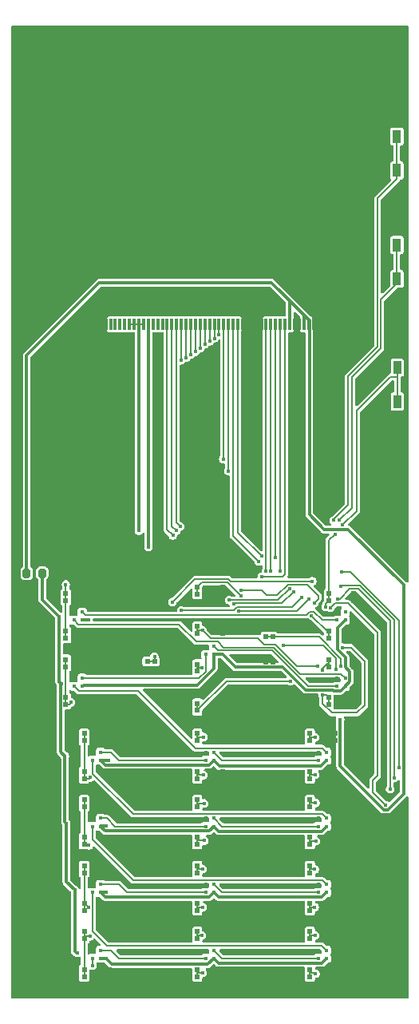
<source format=gtl>
%TF.GenerationSoftware,KiCad,Pcbnew,9.0.2-9.0.2-0~ubuntu25.04.1*%
%TF.CreationDate,2025-05-27T06:32:49+10:00*%
%TF.ProjectId,front_board,66726f6e-745f-4626-9f61-72642e6b6963,rev?*%
%TF.SameCoordinates,Original*%
%TF.FileFunction,Copper,L1,Top*%
%TF.FilePolarity,Positive*%
%FSLAX46Y46*%
G04 Gerber Fmt 4.6, Leading zero omitted, Abs format (unit mm)*
G04 Created by KiCad (PCBNEW 9.0.2-9.0.2-0~ubuntu25.04.1) date 2025-05-27 06:32:49*
%MOMM*%
%LPD*%
G01*
G04 APERTURE LIST*
G04 Aperture macros list*
%AMRoundRect*
0 Rectangle with rounded corners*
0 $1 Rounding radius*
0 $2 $3 $4 $5 $6 $7 $8 $9 X,Y pos of 4 corners*
0 Add a 4 corners polygon primitive as box body*
4,1,4,$2,$3,$4,$5,$6,$7,$8,$9,$2,$3,0*
0 Add four circle primitives for the rounded corners*
1,1,$1+$1,$2,$3*
1,1,$1+$1,$4,$5*
1,1,$1+$1,$6,$7*
1,1,$1+$1,$8,$9*
0 Add four rect primitives between the rounded corners*
20,1,$1+$1,$2,$3,$4,$5,0*
20,1,$1+$1,$4,$5,$6,$7,0*
20,1,$1+$1,$6,$7,$8,$9,0*
20,1,$1+$1,$8,$9,$2,$3,0*%
%AMFreePoly0*
4,1,14,0.800000,-1.200000,-0.787300,-1.200000,-0.791020,-1.208980,-0.800000,-1.212700,-1.600000,-1.212700,-1.608980,-1.208980,-1.612700,-1.200000,-1.612700,0.400000,-1.608980,0.408980,-1.600000,0.412700,-0.800000,0.412700,-0.800000,1.200000,0.800000,1.200000,0.800000,-1.200000,0.800000,-1.200000,$1*%
%AMFreePoly1*
4,1,14,0.800000,0.412700,1.600000,0.412700,1.608980,0.408980,1.612700,0.400000,1.612700,-1.200000,1.608980,-1.208980,1.600000,-1.212700,0.800000,-1.212700,0.791020,-1.208980,0.787300,-1.200000,-0.800000,-1.200000,-0.800000,1.200000,0.800000,1.200000,0.800000,0.412700,0.800000,0.412700,$1*%
G04 Aperture macros list end*
%TA.AperFunction,SMDPad,CuDef*%
%ADD10R,0.450000X0.450000*%
%TD*%
%TA.AperFunction,SMDPad,CuDef*%
%ADD11R,0.550000X0.550000*%
%TD*%
%TA.AperFunction,SMDPad,CuDef*%
%ADD12R,0.900000X1.400000*%
%TD*%
%TA.AperFunction,SMDPad,CuDef*%
%ADD13RoundRect,0.200000X0.200000X0.275000X-0.200000X0.275000X-0.200000X-0.275000X0.200000X-0.275000X0*%
%TD*%
%TA.AperFunction,SMDPad,CuDef*%
%ADD14R,0.300000X1.200000*%
%TD*%
%TA.AperFunction,SMDPad,CuDef*%
%ADD15FreePoly0,0.000000*%
%TD*%
%TA.AperFunction,SMDPad,CuDef*%
%ADD16FreePoly1,0.000000*%
%TD*%
%TA.AperFunction,ViaPad*%
%ADD17C,0.400000*%
%TD*%
%TA.AperFunction,ViaPad*%
%ADD18C,1.500000*%
%TD*%
%TA.AperFunction,Conductor*%
%ADD19C,0.200000*%
%TD*%
%TA.AperFunction,Conductor*%
%ADD20C,0.300000*%
%TD*%
G04 APERTURE END LIST*
D10*
%TO.P,LED9,1,DO*%
%TO.N,Net-(LED15-DI)*%
X80687500Y-130530000D03*
%TO.P,LED9,2,VDD*%
%TO.N,VLED*%
X80687500Y-131380000D03*
%TO.P,LED9,3,GND*%
%TO.N,GND*%
X79837500Y-130530000D03*
%TO.P,LED9,4,DI*%
%TO.N,Net-(LED4-DO)*%
X79837500Y-131380000D03*
%TD*%
D11*
%TO.P,SW40,1,1*%
%TO.N,PB_CALL*%
X65000000Y-117700000D03*
%TO.P,SW40,2,2*%
%TO.N,GND*%
X67650000Y-117700000D03*
%TO.P,SW40,3,3*%
%TO.N,PB_CALL*%
X65000000Y-118450000D03*
%TO.P,SW40,4,4*%
%TO.N,GND*%
X67650000Y-118450000D03*
%TD*%
%TO.P,SW24,1,1*%
%TO.N,PB_9*%
X90900000Y-125550000D03*
%TO.P,SW24,2,2*%
%TO.N,GND*%
X93550000Y-125550000D03*
%TO.P,SW24,3,3*%
%TO.N,PB_9*%
X90900000Y-126300000D03*
%TO.P,SW24,4,4*%
%TO.N,GND*%
X93550000Y-126300000D03*
%TD*%
D12*
%TO.P,SW44,1,1*%
%TO.N,PB_PWR*%
X100125000Y-61850000D03*
%TO.P,SW44,2,2*%
X100125000Y-58250000D03*
%TO.P,SW44,3,3*%
%TO.N,GND*%
X98825000Y-61850000D03*
%TO.P,SW44,4,4*%
X98825000Y-58250000D03*
%TD*%
D11*
%TO.P,SW18,1,1*%
%TO.N,PB_6*%
X90900000Y-132550000D03*
%TO.P,SW18,2,2*%
%TO.N,GND*%
X93550000Y-132550000D03*
%TO.P,SW18,3,3*%
%TO.N,PB_6*%
X90900000Y-133300000D03*
%TO.P,SW18,4,4*%
%TO.N,GND*%
X93550000Y-133300000D03*
%TD*%
D10*
%TO.P,LED8,1,DO*%
%TO.N,Net-(LED14-DI)*%
X80687500Y-123530000D03*
%TO.P,LED8,2,VDD*%
%TO.N,VLED*%
X80687500Y-124380000D03*
%TO.P,LED8,3,GND*%
%TO.N,GND*%
X79837500Y-123530000D03*
%TO.P,LED8,4,DI*%
%TO.N,Net-(LED3-DO)*%
X79837500Y-124380000D03*
%TD*%
D11*
%TO.P,SW6,1,1*%
%TO.N,PB_HASH*%
X90900000Y-146550000D03*
%TO.P,SW6,2,2*%
%TO.N,GND*%
X93550000Y-146550000D03*
%TO.P,SW6,3,3*%
%TO.N,PB_HASH*%
X90900000Y-147300000D03*
%TO.P,SW6,4,4*%
%TO.N,GND*%
X93550000Y-147300000D03*
%TD*%
%TO.P,SW4,1,1*%
%TO.N,PB_0*%
X78950000Y-146550000D03*
%TO.P,SW4,2,2*%
%TO.N,GND*%
X81600000Y-146550000D03*
%TO.P,SW4,3,3*%
%TO.N,PB_0*%
X78950000Y-147300000D03*
%TO.P,SW4,4,4*%
%TO.N,GND*%
X81600000Y-147300000D03*
%TD*%
%TO.P,SW41,1,1*%
%TO.N,PB_END_CALL*%
X92900000Y-113700000D03*
%TO.P,SW41,2,2*%
%TO.N,GND*%
X95550000Y-113700000D03*
%TO.P,SW41,3,3*%
%TO.N,PB_END_CALL*%
X92900000Y-114450000D03*
%TO.P,SW41,4,4*%
%TO.N,GND*%
X95550000Y-114450000D03*
%TD*%
%TO.P,SW39,1,1*%
%TO.N,PB_CALL*%
X65000000Y-113700000D03*
%TO.P,SW39,2,2*%
%TO.N,GND*%
X67650000Y-113700000D03*
%TO.P,SW39,3,3*%
%TO.N,PB_CALL*%
X65000000Y-114450000D03*
%TO.P,SW39,4,4*%
%TO.N,GND*%
X67650000Y-114450000D03*
%TD*%
%TO.P,SW15,1,1*%
%TO.N,PB_5*%
X78950000Y-128550000D03*
%TO.P,SW15,2,2*%
%TO.N,GND*%
X81600000Y-128550000D03*
%TO.P,SW15,3,3*%
%TO.N,PB_5*%
X78950000Y-129300000D03*
%TO.P,SW15,4,4*%
%TO.N,GND*%
X81600000Y-129300000D03*
%TD*%
D13*
%TO.P,R23,1*%
%TO.N,VLED*%
X62500000Y-104550000D03*
%TO.P,R23,2*%
%TO.N,+3.3V*%
X60850000Y-104550000D03*
%TD*%
D11*
%TO.P,SW35,1,1*%
%TO.N,PB_MENU_L*%
X65000000Y-106700000D03*
%TO.P,SW35,2,2*%
%TO.N,GND*%
X67650000Y-106700000D03*
%TO.P,SW35,3,3*%
%TO.N,PB_MENU_L*%
X65000000Y-107450000D03*
%TO.P,SW35,4,4*%
%TO.N,GND*%
X67650000Y-107450000D03*
%TD*%
%TO.P,SW22,1,1*%
%TO.N,PB_8*%
X78950000Y-125550000D03*
%TO.P,SW22,2,2*%
%TO.N,GND*%
X81600000Y-125550000D03*
%TO.P,SW22,3,3*%
%TO.N,PB_8*%
X78950000Y-126300000D03*
%TO.P,SW22,4,4*%
%TO.N,GND*%
X81600000Y-126300000D03*
%TD*%
D10*
%TO.P,LED11,1,DO*%
%TO.N,Net-(LED11-DO)*%
X80687500Y-144512500D03*
%TO.P,LED11,2,VDD*%
%TO.N,VLED*%
X80687500Y-145362500D03*
%TO.P,LED11,3,GND*%
%TO.N,GND*%
X79837500Y-144512500D03*
%TO.P,LED11,4,DI*%
%TO.N,Net-(LED11-DI)*%
X79837500Y-145362500D03*
%TD*%
D11*
%TO.P,SW19,1,1*%
%TO.N,PB_7*%
X66950000Y-121550000D03*
%TO.P,SW19,2,2*%
%TO.N,GND*%
X69600000Y-121550000D03*
%TO.P,SW19,3,3*%
%TO.N,PB_7*%
X66950000Y-122300000D03*
%TO.P,SW19,4,4*%
%TO.N,GND*%
X69600000Y-122300000D03*
%TD*%
D12*
%TO.P,SW43,1,1*%
%TO.N,PB_VOL_UP*%
X100125000Y-73350000D03*
%TO.P,SW43,2,2*%
X100125000Y-69750000D03*
%TO.P,SW43,3,3*%
%TO.N,GND*%
X98825000Y-73350000D03*
%TO.P,SW43,4,4*%
X98825000Y-69750000D03*
%TD*%
D11*
%TO.P,SW1,1,1*%
%TO.N,PB_STAR*%
X66950000Y-142550000D03*
%TO.P,SW1,2,2*%
%TO.N,GND*%
X69600000Y-142550000D03*
%TO.P,SW1,3,3*%
%TO.N,PB_STAR*%
X66950000Y-143300000D03*
%TO.P,SW1,4,4*%
%TO.N,GND*%
X69600000Y-143300000D03*
%TD*%
D10*
%TO.P,LED14,1,DO*%
%TO.N,Net-(LED14-DO)*%
X92637500Y-123530000D03*
%TO.P,LED14,2,VDD*%
%TO.N,VLED*%
X92637500Y-124380000D03*
%TO.P,LED14,3,GND*%
%TO.N,GND*%
X91787500Y-123530000D03*
%TO.P,LED14,4,DI*%
%TO.N,Net-(LED14-DI)*%
X91787500Y-124380000D03*
%TD*%
%TO.P,LED17,1,DO*%
%TO.N,Net-(LED17-DO)*%
X92637500Y-144530000D03*
%TO.P,LED17,2,VDD*%
%TO.N,VLED*%
X92637500Y-145380000D03*
%TO.P,LED17,3,GND*%
%TO.N,GND*%
X91787500Y-144530000D03*
%TO.P,LED17,4,DI*%
%TO.N,Net-(LED11-DO)*%
X91787500Y-145380000D03*
%TD*%
D11*
%TO.P,SW8,1,1*%
%TO.N,PB_1*%
X66950000Y-139550000D03*
%TO.P,SW8,2,2*%
%TO.N,GND*%
X69600000Y-139550000D03*
%TO.P,SW8,3,3*%
%TO.N,PB_1*%
X66950000Y-140300000D03*
%TO.P,SW8,4,4*%
%TO.N,GND*%
X69600000Y-140300000D03*
%TD*%
D10*
%TO.P,LED16,1,DO*%
%TO.N,Net-(LED16-DO)*%
X92637500Y-137530000D03*
%TO.P,LED16,2,VDD*%
%TO.N,VLED*%
X92637500Y-138380000D03*
%TO.P,LED16,3,GND*%
%TO.N,GND*%
X91787500Y-137530000D03*
%TO.P,LED16,4,DI*%
%TO.N,Net-(LED10-DO)*%
X91787500Y-138380000D03*
%TD*%
D11*
%TO.P,SW31,1,1*%
%TO.N,PB_DPAD_DOWN*%
X78950000Y-118350000D03*
%TO.P,SW31,2,2*%
%TO.N,GND*%
X81600000Y-118350000D03*
%TO.P,SW31,3,3*%
%TO.N,PB_DPAD_DOWN*%
X78950000Y-119100000D03*
%TO.P,SW31,4,4*%
%TO.N,GND*%
X81600000Y-119100000D03*
%TD*%
D10*
%TO.P,LED2,1,DO*%
%TO.N,Net-(LED2-DO)*%
X66737500Y-115680000D03*
%TO.P,LED2,2,VDD*%
%TO.N,VLED*%
X66737500Y-116530000D03*
%TO.P,LED2,3,GND*%
%TO.N,GND*%
X65887500Y-115680000D03*
%TO.P,LED2,4,DI*%
%TO.N,Net-(LED14-DO)*%
X65887500Y-116530000D03*
%TD*%
%TO.P,LED1,1,DO*%
%TO.N,Net-(LED1-DO)*%
X66737500Y-108680000D03*
%TO.P,LED1,2,VDD*%
%TO.N,VLED*%
X66737500Y-109530000D03*
%TO.P,LED1,3,GND*%
%TO.N,GND*%
X65887500Y-108680000D03*
%TO.P,LED1,4,DI*%
%TO.N,Net-(LED1-DI)*%
X65887500Y-109530000D03*
%TD*%
%TO.P,LED13,1,DO*%
%TO.N,Net-(LED1-DI)*%
X94637500Y-115680000D03*
%TO.P,LED13,2,VDD*%
%TO.N,VLED*%
X94637500Y-116530000D03*
%TO.P,LED13,3,GND*%
%TO.N,GND*%
X93787500Y-115680000D03*
%TO.P,LED13,4,DI*%
%TO.N,Net-(LED13-DI)*%
X93787500Y-116530000D03*
%TD*%
D11*
%TO.P,SW9,1,1*%
%TO.N,PB_2*%
X78950000Y-135550000D03*
%TO.P,SW9,2,2*%
%TO.N,GND*%
X81600000Y-135550000D03*
%TO.P,SW9,3,3*%
%TO.N,PB_2*%
X78950000Y-136300000D03*
%TO.P,SW9,4,4*%
%TO.N,GND*%
X81600000Y-136300000D03*
%TD*%
%TO.P,SW5,1,1*%
%TO.N,PB_HASH*%
X90900000Y-142550000D03*
%TO.P,SW5,2,2*%
%TO.N,GND*%
X93550000Y-142550000D03*
%TO.P,SW5,3,3*%
%TO.N,PB_HASH*%
X90900000Y-143300000D03*
%TO.P,SW5,4,4*%
%TO.N,GND*%
X93550000Y-143300000D03*
%TD*%
%TO.P,SW36,1,1*%
%TO.N,PB_MENU_L*%
X65000000Y-110700000D03*
%TO.P,SW36,2,2*%
%TO.N,GND*%
X67650000Y-110700000D03*
%TO.P,SW36,3,3*%
%TO.N,PB_MENU_L*%
X65000000Y-111450000D03*
%TO.P,SW36,4,4*%
%TO.N,GND*%
X67650000Y-111450000D03*
%TD*%
%TO.P,SW16,1,1*%
%TO.N,PB_5*%
X78950000Y-132550000D03*
%TO.P,SW16,2,2*%
%TO.N,GND*%
X81600000Y-132550000D03*
%TO.P,SW16,3,3*%
%TO.N,PB_5*%
X78950000Y-133300000D03*
%TO.P,SW16,4,4*%
%TO.N,GND*%
X81600000Y-133300000D03*
%TD*%
%TO.P,SW23,1,1*%
%TO.N,PB_9*%
X90900000Y-121550000D03*
%TO.P,SW23,2,2*%
%TO.N,GND*%
X93550000Y-121550000D03*
%TO.P,SW23,3,3*%
%TO.N,PB_9*%
X90900000Y-122300000D03*
%TO.P,SW23,4,4*%
%TO.N,GND*%
X93550000Y-122300000D03*
%TD*%
%TO.P,SW42,1,1*%
%TO.N,PB_END_CALL*%
X92900000Y-117700000D03*
%TO.P,SW42,2,2*%
%TO.N,GND*%
X95550000Y-117700000D03*
%TO.P,SW42,3,3*%
%TO.N,PB_END_CALL*%
X92900000Y-118450000D03*
%TO.P,SW42,4,4*%
%TO.N,GND*%
X95550000Y-118450000D03*
%TD*%
%TO.P,SW37,1,1*%
%TO.N,PB_MENU_R*%
X92900000Y-106700000D03*
%TO.P,SW37,2,2*%
%TO.N,GND*%
X95550000Y-106700000D03*
%TO.P,SW37,3,3*%
%TO.N,PB_MENU_R*%
X92900000Y-107450000D03*
%TO.P,SW37,4,4*%
%TO.N,GND*%
X95550000Y-107450000D03*
%TD*%
D10*
%TO.P,LED15,1,DO*%
%TO.N,Net-(LED15-DO)*%
X92637500Y-130530000D03*
%TO.P,LED15,2,VDD*%
%TO.N,VLED*%
X92637500Y-131380000D03*
%TO.P,LED15,3,GND*%
%TO.N,GND*%
X91787500Y-130530000D03*
%TO.P,LED15,4,DI*%
%TO.N,Net-(LED15-DI)*%
X91787500Y-131380000D03*
%TD*%
D11*
%TO.P,SW34,1,1*%
%TO.N,PB_DPAD_SELECT*%
X78950000Y-114200000D03*
%TO.P,SW34,2,2*%
%TO.N,GND*%
X81600000Y-114200000D03*
%TO.P,SW34,3,3*%
%TO.N,PB_DPAD_SELECT*%
X78950000Y-114950000D03*
%TO.P,SW34,4,4*%
%TO.N,GND*%
X81600000Y-114950000D03*
%TD*%
D10*
%TO.P,LED12,1,DO*%
%TO.N,unconnected-(LED12-DO-Pad1)*%
X94637500Y-108680000D03*
%TO.P,LED12,2,VDD*%
%TO.N,VLED*%
X94637500Y-109530000D03*
%TO.P,LED12,3,GND*%
%TO.N,GND*%
X93787500Y-108680000D03*
%TO.P,LED12,4,DI*%
%TO.N,Net-(LED1-DO)*%
X93787500Y-109530000D03*
%TD*%
D14*
%TO.P,J9,1,GND*%
%TO.N,GND*%
X91250000Y-78152010D03*
%TO.P,J9,2,VCI*%
%TO.N,+3.3V*%
X90750000Y-78152010D03*
%TO.P,J9,3,IOVCC*%
X90250000Y-78152010D03*
%TO.P,J9,4,IM2*%
%TO.N,GND*%
X89750020Y-78152010D03*
%TO.P,J9,5,IM1*%
X89250020Y-78152010D03*
%TO.P,J9,6,IM0*%
%TO.N,+3.3V*%
X88750020Y-78152010D03*
%TO.P,J9,7,RESET*%
%TO.N,DISP_RES*%
X88250020Y-78152010D03*
%TO.P,J9,8,CS*%
%TO.N,DISP_CS*%
X87750020Y-78152010D03*
%TO.P,J9,9,DC*%
%TO.N,DISP_DC*%
X87250020Y-78152010D03*
%TO.P,J9,10,WR*%
%TO.N,DISP_WR*%
X86750020Y-78152010D03*
%TO.P,J9,11,RD*%
%TO.N,DISP_RD*%
X86250020Y-78152010D03*
%TO.P,J9,12,VSYNC*%
%TO.N,GND*%
X85750020Y-78152010D03*
%TO.P,J9,13,HSYNC*%
X85250020Y-78152010D03*
%TO.P,J9,14,ENABLE*%
X84750020Y-78152010D03*
%TO.P,J9,15,DOTCLK*%
X84250020Y-78152010D03*
%TO.P,J9,16,SDA*%
X83750020Y-78152010D03*
%TO.P,J9,17,DB0*%
%TO.N,DISP_DB0*%
X83250020Y-78152010D03*
%TO.P,J9,18,DB1*%
%TO.N,DISP_DB1*%
X82750020Y-78152010D03*
%TO.P,J9,19,DB2*%
%TO.N,DISP_DB2*%
X82250020Y-78152010D03*
%TO.P,J9,20,DB3*%
%TO.N,DISP_DB3*%
X81750020Y-78152010D03*
%TO.P,J9,21,DB4*%
%TO.N,DISP_DB4*%
X81250020Y-78152010D03*
%TO.P,J9,22,DB5*%
%TO.N,DISP_DB5*%
X80750022Y-78152010D03*
%TO.P,J9,23,DB6*%
%TO.N,DISP_DB6*%
X80250022Y-78152010D03*
%TO.P,J9,24,DB7*%
%TO.N,DISP_DB7*%
X79750022Y-78152010D03*
%TO.P,J9,25,DB8*%
%TO.N,DISP_DB8*%
X79250022Y-78152010D03*
%TO.P,J9,26,DB9*%
%TO.N,DISP_DB9*%
X78750020Y-78152010D03*
%TO.P,J9,27,DB10*%
%TO.N,DISP_DB10*%
X78250020Y-78152010D03*
%TO.P,J9,28,DB11*%
%TO.N,DISP_DB11*%
X77750020Y-78152010D03*
%TO.P,J9,29,DB12*%
%TO.N,DISP_DB12*%
X77250020Y-78152010D03*
%TO.P,J9,30,DB13*%
%TO.N,DISP_DB13*%
X76750020Y-78152010D03*
%TO.P,J9,31,DB14*%
%TO.N,DISP_DB14*%
X76250020Y-78152010D03*
%TO.P,J9,32,DB15*%
%TO.N,DISP_DB15*%
X75750020Y-78152010D03*
%TO.P,J9,33,DB16*%
%TO.N,unconnected-(J9-DB16-Pad33)*%
X75250020Y-78152010D03*
%TO.P,J9,34,DB17*%
%TO.N,unconnected-(J9-DB17-Pad34)*%
X74750020Y-78152010D03*
%TO.P,J9,35,SDO*%
%TO.N,unconnected-(J9-SDO-Pad35)*%
X74250020Y-78152010D03*
%TO.P,J9,36,LEDA*%
%TO.N,DISP_LEDA*%
X73750020Y-78152010D03*
%TO.P,J9,37,LEDK1*%
%TO.N,DISP_LEDK*%
X73250020Y-78152010D03*
%TO.P,J9,38,LEDK2*%
X72750020Y-78152010D03*
%TO.P,J9,39,LEDK3*%
X72250020Y-78152010D03*
%TO.P,J9,40,LEDK4*%
X71750020Y-78152010D03*
%TO.P,J9,41,XR(NC)*%
%TO.N,unconnected-(J9-XR(NC)-Pad41)*%
X71250020Y-78152010D03*
%TO.P,J9,42,YU(NC)*%
%TO.N,unconnected-(J9-YU(NC)-Pad42)*%
X70750020Y-78152010D03*
%TO.P,J9,43,XL(NC)*%
%TO.N,unconnected-(J9-XL(NC)-Pad43)*%
X70250020Y-78152010D03*
%TO.P,J9,44,YD(NC)*%
%TO.N,unconnected-(J9-YD(NC)-Pad44)*%
X69750000Y-78152010D03*
%TO.P,J9,45,GND*%
%TO.N,GND*%
X69250000Y-78152010D03*
D15*
%TO.P,J9,P1*%
X67550000Y-80851600D03*
D16*
%TO.P,J9,P2*%
X92950000Y-80850000D03*
%TD*%
D11*
%TO.P,SW12,1,1*%
%TO.N,PB_3*%
X90900000Y-139550000D03*
%TO.P,SW12,2,2*%
%TO.N,GND*%
X93550000Y-139550000D03*
%TO.P,SW12,3,3*%
%TO.N,PB_3*%
X90900000Y-140300000D03*
%TO.P,SW12,4,4*%
%TO.N,GND*%
X93550000Y-140300000D03*
%TD*%
%TO.P,SW14,1,1*%
%TO.N,PB_4*%
X66950000Y-132550000D03*
%TO.P,SW14,2,2*%
%TO.N,GND*%
X69600000Y-132550000D03*
%TO.P,SW14,3,3*%
%TO.N,PB_4*%
X66950000Y-133300000D03*
%TO.P,SW14,4,4*%
%TO.N,GND*%
X69600000Y-133300000D03*
%TD*%
%TO.P,SW17,1,1*%
%TO.N,PB_6*%
X90900000Y-128550000D03*
%TO.P,SW17,2,2*%
%TO.N,GND*%
X93550000Y-128550000D03*
%TO.P,SW17,3,3*%
%TO.N,PB_6*%
X90900000Y-129300000D03*
%TO.P,SW17,4,4*%
%TO.N,GND*%
X93550000Y-129300000D03*
%TD*%
D10*
%TO.P,LED4,1,DO*%
%TO.N,Net-(LED4-DO)*%
X68687500Y-130530000D03*
%TO.P,LED4,2,VDD*%
%TO.N,VLED*%
X68687500Y-131380000D03*
%TO.P,LED4,3,GND*%
%TO.N,GND*%
X67837500Y-130530000D03*
%TO.P,LED4,4,DI*%
%TO.N,Net-(LED16-DO)*%
X67837500Y-131380000D03*
%TD*%
D11*
%TO.P,SW20,1,1*%
%TO.N,PB_7*%
X66950000Y-125550000D03*
%TO.P,SW20,2,2*%
%TO.N,GND*%
X69600000Y-125550000D03*
%TO.P,SW20,3,3*%
%TO.N,PB_7*%
X66950000Y-126300000D03*
%TO.P,SW20,4,4*%
%TO.N,GND*%
X69600000Y-126300000D03*
%TD*%
%TO.P,SW38,1,1*%
%TO.N,PB_MENU_R*%
X92900000Y-110700000D03*
%TO.P,SW38,2,2*%
%TO.N,GND*%
X95550000Y-110700000D03*
%TO.P,SW38,3,3*%
%TO.N,PB_MENU_R*%
X92900000Y-111450000D03*
%TO.P,SW38,4,4*%
%TO.N,GND*%
X95550000Y-111450000D03*
%TD*%
%TO.P,SW29,1,1*%
%TO.N,PB_DPAD_RIGHT*%
X86950000Y-111300000D03*
%TO.P,SW29,2,2*%
%TO.N,GND*%
X86950000Y-113950000D03*
%TO.P,SW29,3,3*%
%TO.N,PB_DPAD_RIGHT*%
X86200000Y-111300000D03*
%TO.P,SW29,4,4*%
%TO.N,GND*%
X86200000Y-113950000D03*
%TD*%
D10*
%TO.P,LED7,1,DO*%
%TO.N,Net-(LED13-DI)*%
X80687500Y-112312500D03*
%TO.P,LED7,2,VDD*%
%TO.N,VLED*%
X80687500Y-113162500D03*
%TO.P,LED7,3,GND*%
%TO.N,GND*%
X79837500Y-112312500D03*
%TO.P,LED7,4,DI*%
%TO.N,Net-(LED2-DO)*%
X79837500Y-113162500D03*
%TD*%
D11*
%TO.P,SW21,1,1*%
%TO.N,PB_8*%
X78950000Y-121550000D03*
%TO.P,SW21,2,2*%
%TO.N,GND*%
X81600000Y-121550000D03*
%TO.P,SW21,3,3*%
%TO.N,PB_8*%
X78950000Y-122300000D03*
%TO.P,SW21,4,4*%
%TO.N,GND*%
X81600000Y-122300000D03*
%TD*%
D12*
%TO.P,SW45,1,1*%
%TO.N,PB_VOL_DOWN*%
X100175000Y-86350000D03*
%TO.P,SW45,2,2*%
X100175000Y-82750000D03*
%TO.P,SW45,3,3*%
%TO.N,GND*%
X98875000Y-86350000D03*
%TO.P,SW45,4,4*%
X98875000Y-82750000D03*
%TD*%
D10*
%TO.P,LED6,1,DO*%
%TO.N,Net-(LED11-DI)*%
X68687500Y-144512500D03*
%TO.P,LED6,2,VDD*%
%TO.N,VLED*%
X68687500Y-145362500D03*
%TO.P,LED6,3,GND*%
%TO.N,GND*%
X67837500Y-144512500D03*
%TO.P,LED6,4,DI*%
%TO.N,LED_DATA*%
X67837500Y-145362500D03*
%TD*%
D11*
%TO.P,SW10,1,1*%
%TO.N,PB_2*%
X78950000Y-139550000D03*
%TO.P,SW10,2,2*%
%TO.N,GND*%
X81600000Y-139550000D03*
%TO.P,SW10,3,3*%
%TO.N,PB_2*%
X78950000Y-140300000D03*
%TO.P,SW10,4,4*%
%TO.N,GND*%
X81600000Y-140300000D03*
%TD*%
%TO.P,SW13,1,1*%
%TO.N,PB_4*%
X66950000Y-128550000D03*
%TO.P,SW13,2,2*%
%TO.N,GND*%
X69600000Y-128550000D03*
%TO.P,SW13,3,3*%
%TO.N,PB_4*%
X66950000Y-129300000D03*
%TO.P,SW13,4,4*%
%TO.N,GND*%
X69600000Y-129300000D03*
%TD*%
%TO.P,SW3,1,1*%
%TO.N,PB_0*%
X78950000Y-142550000D03*
%TO.P,SW3,2,2*%
%TO.N,GND*%
X81600000Y-142550000D03*
%TO.P,SW3,3,3*%
%TO.N,PB_0*%
X78950000Y-143300000D03*
%TO.P,SW3,4,4*%
%TO.N,GND*%
X81600000Y-143300000D03*
%TD*%
D10*
%TO.P,LED5,1,DO*%
%TO.N,Net-(LED10-DI)*%
X68687500Y-137530000D03*
%TO.P,LED5,2,VDD*%
%TO.N,VLED*%
X68687500Y-138380000D03*
%TO.P,LED5,3,GND*%
%TO.N,GND*%
X67837500Y-137530000D03*
%TO.P,LED5,4,DI*%
%TO.N,Net-(LED17-DO)*%
X67837500Y-138380000D03*
%TD*%
D11*
%TO.P,SW27,1,1*%
%TO.N,PB_DPAD_UP*%
X78950000Y-106000000D03*
%TO.P,SW27,2,2*%
%TO.N,GND*%
X81600000Y-106000000D03*
%TO.P,SW27,3,3*%
%TO.N,PB_DPAD_UP*%
X78950000Y-106750000D03*
%TO.P,SW27,4,4*%
%TO.N,GND*%
X81600000Y-106750000D03*
%TD*%
%TO.P,SW2,1,1*%
%TO.N,PB_STAR*%
X66950000Y-146550000D03*
%TO.P,SW2,2,2*%
%TO.N,GND*%
X69600000Y-146550000D03*
%TO.P,SW2,3,3*%
%TO.N,PB_STAR*%
X66950000Y-147300000D03*
%TO.P,SW2,4,4*%
%TO.N,GND*%
X69600000Y-147300000D03*
%TD*%
%TO.P,SW7,1,1*%
%TO.N,PB_1*%
X66950000Y-135550000D03*
%TO.P,SW7,2,2*%
%TO.N,GND*%
X69600000Y-135550000D03*
%TO.P,SW7,3,3*%
%TO.N,PB_1*%
X66950000Y-136300000D03*
%TO.P,SW7,4,4*%
%TO.N,GND*%
X69600000Y-136300000D03*
%TD*%
%TO.P,SW11,1,1*%
%TO.N,PB_3*%
X90900000Y-135550000D03*
%TO.P,SW11,2,2*%
%TO.N,GND*%
X93550000Y-135550000D03*
%TO.P,SW11,3,3*%
%TO.N,PB_3*%
X90900000Y-136300000D03*
%TO.P,SW11,4,4*%
%TO.N,GND*%
X93550000Y-136300000D03*
%TD*%
%TO.P,SW25,1,1*%
%TO.N,PB_DPAD_LEFT*%
X73650000Y-113900000D03*
%TO.P,SW25,2,2*%
%TO.N,GND*%
X73650000Y-111250000D03*
%TO.P,SW25,3,3*%
%TO.N,PB_DPAD_LEFT*%
X74400000Y-113900000D03*
%TO.P,SW25,4,4*%
%TO.N,GND*%
X74400000Y-111250000D03*
%TD*%
D10*
%TO.P,LED10,1,DO*%
%TO.N,Net-(LED10-DO)*%
X80687500Y-137530000D03*
%TO.P,LED10,2,VDD*%
%TO.N,VLED*%
X80687500Y-138380000D03*
%TO.P,LED10,3,GND*%
%TO.N,GND*%
X79837500Y-137530000D03*
%TO.P,LED10,4,DI*%
%TO.N,Net-(LED10-DI)*%
X79837500Y-138380000D03*
%TD*%
D11*
%TO.P,SW33,1,1*%
%TO.N,PB_DPAD_SELECT*%
X78950000Y-110200000D03*
%TO.P,SW33,2,2*%
%TO.N,GND*%
X81600000Y-110200000D03*
%TO.P,SW33,3,3*%
%TO.N,PB_DPAD_SELECT*%
X78950000Y-110950000D03*
%TO.P,SW33,4,4*%
%TO.N,GND*%
X81600000Y-110950000D03*
%TD*%
D10*
%TO.P,LED3,1,DO*%
%TO.N,Net-(LED3-DO)*%
X68687500Y-123530000D03*
%TO.P,LED3,2,VDD*%
%TO.N,VLED*%
X68687500Y-124380000D03*
%TO.P,LED3,3,GND*%
%TO.N,GND*%
X67837500Y-123530000D03*
%TO.P,LED3,4,DI*%
%TO.N,Net-(LED15-DO)*%
X67837500Y-124380000D03*
%TD*%
D17*
%TO.N,DISP_LEDK*%
X72750020Y-100050000D03*
%TO.N,PB_STAR*%
X67550000Y-143050000D03*
%TO.N,PB_0*%
X79500000Y-146900000D03*
X79450000Y-142950000D03*
%TO.N,PB_HASH*%
X91500000Y-147000000D03*
X91450000Y-142950000D03*
X93059585Y-108203556D03*
X98950000Y-129150000D03*
%TO.N,PB_1*%
X67400000Y-139950000D03*
X83600000Y-106400000D03*
X91350000Y-107680000D03*
%TO.N,PB_2*%
X90752308Y-107302308D03*
X83346985Y-108546985D03*
X79500000Y-139950000D03*
X79500000Y-135900000D03*
%TO.N,PB_3*%
X93800000Y-107250000D03*
X91400000Y-135950000D03*
X99400000Y-127450000D03*
X91400000Y-139950000D03*
%TO.N,PB_4*%
X77250000Y-108500000D03*
X90000000Y-107100000D03*
X67450000Y-133400000D03*
%TO.N,PB_5*%
X79700000Y-128950000D03*
X82796367Y-107808000D03*
X89150000Y-106500000D03*
X79700000Y-132900000D03*
%TO.N,PB_6*%
X94200000Y-105900000D03*
X99820000Y-126264663D03*
X91500000Y-128900000D03*
X91550000Y-132950000D03*
%TO.N,PB_7*%
X67600000Y-126200000D03*
X91150000Y-105400000D03*
X76300000Y-107600000D03*
%TO.N,PB_8*%
X79600000Y-125950000D03*
X82350000Y-107399000D03*
X79600000Y-121900000D03*
X88750000Y-106150000D03*
%TO.N,PB_9*%
X94250000Y-104450000D03*
X91450000Y-121950000D03*
X91450000Y-125900000D03*
X100350000Y-125150000D03*
%TO.N,PB_DPAD_LEFT*%
X93650000Y-114750000D03*
X88050000Y-112200000D03*
X74400000Y-113400000D03*
%TO.N,PB_DPAD_UP*%
X83550000Y-106950000D03*
%TO.N,PB_DPAD_RIGHT*%
X94200000Y-114400000D03*
%TO.N,PB_DPAD_DOWN*%
X88850000Y-116000000D03*
%TO.N,PB_DPAD_SELECT*%
X79500000Y-110600000D03*
X91750000Y-114370000D03*
X79417500Y-114550000D03*
%TO.N,PB_MENU_L*%
X65000000Y-105750000D03*
%TO.N,PB_MENU_R*%
X91063969Y-109030000D03*
X92550000Y-108100000D03*
X93550000Y-100400000D03*
%TO.N,PB_CALL*%
X65550000Y-118250000D03*
%TO.N,PB_END_CALL*%
X92250000Y-117450000D03*
X94300000Y-112420000D03*
X92250000Y-114814000D03*
%TO.N,PB_VOL_UP*%
X94000000Y-98950000D03*
%TO.N,PB_PWR*%
X93399997Y-98950000D03*
%TO.N,PB_VOL_DOWN*%
X94350000Y-99450000D03*
%TO.N,VLED*%
X67300000Y-116400000D03*
X64300000Y-109150000D03*
X65950000Y-138150000D03*
X66200000Y-144800000D03*
X64500000Y-116300000D03*
X64900000Y-123950000D03*
X69250000Y-145400000D03*
X69300000Y-131350000D03*
X69300000Y-138350000D03*
X65050000Y-131050000D03*
X67400000Y-109500000D03*
X69550000Y-124400000D03*
%TO.N,GND*%
X91350000Y-115800000D03*
X86300000Y-144700000D03*
X89350000Y-95850000D03*
X78050000Y-120100000D03*
X90250000Y-99650000D03*
X70150000Y-99975000D03*
D18*
X99125000Y-48700382D03*
D17*
X96150000Y-86100000D03*
X80550000Y-107625000D03*
X89625000Y-125575000D03*
X69250000Y-117550000D03*
X89825000Y-122400000D03*
X96575000Y-87625000D03*
X67650000Y-143850000D03*
X80375000Y-143350000D03*
X80525000Y-115950000D03*
X79450000Y-97800000D03*
X77150000Y-111100000D03*
X91475000Y-96900000D03*
X84875000Y-81750000D03*
X75050000Y-130700000D03*
X92975000Y-89725000D03*
X100500000Y-130200000D03*
X87700000Y-115250000D03*
X89475000Y-129325000D03*
X89575000Y-136175000D03*
X76050000Y-123550000D03*
X80600000Y-125875000D03*
X80650000Y-136300000D03*
X89875000Y-146600000D03*
X80475000Y-139875000D03*
D18*
X99124618Y-147450000D03*
D17*
X80450000Y-109850000D03*
X70550000Y-112650000D03*
X75200000Y-137700000D03*
X93850000Y-118050000D03*
X98350000Y-126750000D03*
X86500000Y-130700000D03*
X86500000Y-137700000D03*
X80550000Y-122425000D03*
X79475000Y-103075000D03*
X65800000Y-99400000D03*
X96950000Y-126750000D03*
X80650000Y-129425000D03*
X90050000Y-117500000D03*
X89800000Y-143350000D03*
X89475000Y-86125000D03*
X89250000Y-123700000D03*
D18*
X61375382Y-48700000D03*
D17*
X92550000Y-99150000D03*
X85250000Y-119000000D03*
X84750000Y-113650000D03*
D18*
X61375000Y-147449618D03*
D17*
X80325000Y-146825000D03*
X74950000Y-144750000D03*
X84625000Y-90575000D03*
X80650000Y-133100000D03*
X83900000Y-110250000D03*
X89650000Y-132475000D03*
X76825000Y-114975000D03*
%TO.N,+3.3V*%
X94100000Y-120050000D03*
%TO.N,DISP_RES*%
X85800000Y-104900000D03*
%TO.N,DISP_CS*%
X87750021Y-104370000D03*
%TO.N,DISP_DC*%
X87250000Y-102900000D03*
%TO.N,DISP_WR*%
X86750000Y-104370000D03*
%TO.N,DISP_RD*%
X86229997Y-104370000D03*
%TO.N,DISP_DB0*%
X85750000Y-102750000D03*
%TO.N,DISP_DB1*%
X85475000Y-103325000D03*
%TO.N,DISP_DB2*%
X82246446Y-93703554D03*
%TO.N,DISP_DB3*%
X81700000Y-92450000D03*
%TO.N,DISP_DB4*%
X81250000Y-79300000D03*
%TO.N,DISP_DB5*%
X80750000Y-79650000D03*
%TO.N,DISP_DB6*%
X80241199Y-79968001D03*
%TO.N,DISP_DB7*%
X79735642Y-80291136D03*
%TO.N,DISP_DB8*%
X79250000Y-80700000D03*
%TO.N,DISP_DB9*%
X78769998Y-81060002D03*
%TO.N,DISP_DB10*%
X78245977Y-81352243D03*
%TO.N,DISP_DB11*%
X77766426Y-81712844D03*
%TO.N,DISP_DB12*%
X77231588Y-81984785D03*
%TO.N,DISP_DB13*%
X77150000Y-99600000D03*
%TO.N,DISP_DB14*%
X76700000Y-100050000D03*
%TO.N,DISP_DB15*%
X76350000Y-100550000D03*
%TO.N,DISP_LEDA*%
X73750020Y-101750000D03*
%TO.N,LED_DATA*%
X67800000Y-146150000D03*
%TD*%
D19*
%TO.N,DISP_LEDK*%
X71750020Y-78152010D02*
X73250020Y-78152010D01*
D20*
X72750020Y-100050000D02*
X72750020Y-78152010D01*
D19*
%TO.N,Net-(LED1-DO)*%
X90891000Y-108609000D02*
X91259000Y-108609000D01*
X91259000Y-108609000D02*
X92180000Y-109530000D01*
X67057500Y-109000000D02*
X90500000Y-109000000D01*
X66737500Y-108680000D02*
X67057500Y-109000000D01*
X90500000Y-109000000D02*
X90891000Y-108609000D01*
X92180000Y-109530000D02*
X93787500Y-109530000D01*
%TO.N,Net-(LED1-DI)*%
X94637500Y-115680000D02*
X94191500Y-115234000D01*
X89837962Y-115234000D02*
X87032962Y-112429000D01*
X78808000Y-111800000D02*
X76984000Y-109976000D01*
X94191500Y-115234000D02*
X89837962Y-115234000D01*
X81729000Y-112429000D02*
X81100000Y-111800000D01*
X87032962Y-112429000D02*
X81729000Y-112429000D01*
X81100000Y-111800000D02*
X78808000Y-111800000D01*
X76984000Y-109976000D02*
X66333500Y-109976000D01*
X66333500Y-109976000D02*
X65887500Y-109530000D01*
%TO.N,Net-(LED2-DO)*%
X79837500Y-114962500D02*
X79837500Y-113162500D01*
X79120000Y-115680000D02*
X79837500Y-114962500D01*
X66737500Y-115680000D02*
X79120000Y-115680000D01*
%TO.N,Net-(LED14-DO)*%
X92191500Y-123084000D02*
X92637500Y-123530000D01*
X78742000Y-123084000D02*
X92191500Y-123084000D01*
X72700500Y-117042500D02*
X78742000Y-123084000D01*
X65887500Y-116530000D02*
X66400000Y-117042500D01*
X66400000Y-117042500D02*
X72700500Y-117042500D01*
%TO.N,Net-(LED15-DO)*%
X67837500Y-125795500D02*
X72126000Y-130084000D01*
X92191500Y-130084000D02*
X92637500Y-130530000D01*
X67837500Y-124380000D02*
X67837500Y-125795500D01*
X72126000Y-130084000D02*
X92191500Y-130084000D01*
%TO.N,Net-(LED3-DO)*%
X69780000Y-123530000D02*
X70650000Y-124400000D01*
X70650000Y-124400000D02*
X79817500Y-124400000D01*
X79817500Y-124400000D02*
X79837500Y-124380000D01*
X68687500Y-123530000D02*
X69780000Y-123530000D01*
%TO.N,Net-(LED4-DO)*%
X68687500Y-130530000D02*
X69380000Y-130530000D01*
X70250000Y-131400000D02*
X79817500Y-131400000D01*
X69380000Y-130530000D02*
X70250000Y-131400000D01*
X79817500Y-131400000D02*
X79837500Y-131380000D01*
%TO.N,Net-(LED16-DO)*%
X67837500Y-131380000D02*
X67837500Y-132795500D01*
X92191500Y-137084000D02*
X92637500Y-137530000D01*
X72126000Y-137084000D02*
X92191500Y-137084000D01*
X67837500Y-132795500D02*
X72126000Y-137084000D01*
%TO.N,Net-(LED10-DI)*%
X71500000Y-138400000D02*
X79817500Y-138400000D01*
X70630000Y-137530000D02*
X71500000Y-138400000D01*
X79817500Y-138400000D02*
X79837500Y-138380000D01*
X68687500Y-137530000D02*
X70630000Y-137530000D01*
%TO.N,Net-(LED17-DO)*%
X67837500Y-138380000D02*
X67837500Y-142529500D01*
X67837500Y-142529500D02*
X69374500Y-144066500D01*
X69374500Y-144066500D02*
X92174000Y-144066500D01*
X92174000Y-144066500D02*
X92637500Y-144530000D01*
%TO.N,Net-(LED11-DI)*%
X68687500Y-144512500D02*
X69762500Y-144512500D01*
X69762500Y-144512500D02*
X70650000Y-145400000D01*
X70650000Y-145400000D02*
X79800000Y-145400000D01*
X79800000Y-145400000D02*
X79837500Y-145362500D01*
%TO.N,Net-(LED13-DI)*%
X90680000Y-116530000D02*
X93787500Y-116530000D01*
X86900000Y-112750000D02*
X90680000Y-116530000D01*
X80687500Y-112312500D02*
X81125000Y-112750000D01*
X81125000Y-112750000D02*
X86900000Y-112750000D01*
%TO.N,Net-(LED14-DI)*%
X80687500Y-123530000D02*
X81557500Y-124400000D01*
X81557500Y-124400000D02*
X91767500Y-124400000D01*
X91767500Y-124400000D02*
X91787500Y-124380000D01*
%TO.N,Net-(LED15-DI)*%
X91767500Y-131400000D02*
X91787500Y-131380000D01*
X81557500Y-131400000D02*
X91767500Y-131400000D01*
X80687500Y-130530000D02*
X81557500Y-131400000D01*
%TO.N,Net-(LED10-DO)*%
X80687500Y-137530000D02*
X81557500Y-138400000D01*
X81557500Y-138400000D02*
X91767500Y-138400000D01*
X91767500Y-138400000D02*
X91787500Y-138380000D01*
%TO.N,Net-(LED11-DO)*%
X80687500Y-144512500D02*
X81575000Y-145400000D01*
X91767500Y-145400000D02*
X91787500Y-145380000D01*
X81575000Y-145400000D02*
X91767500Y-145400000D01*
%TO.N,PB_STAR*%
X66950000Y-147300000D02*
X66950000Y-142900000D01*
X67550000Y-143050000D02*
X67100000Y-143050000D01*
X66950000Y-147300000D02*
X66950000Y-146550000D01*
X66950000Y-142900000D02*
X66950000Y-142550000D01*
X67100000Y-143050000D02*
X66950000Y-142900000D01*
%TO.N,PB_0*%
X78950000Y-143300000D02*
X78950000Y-142900000D01*
X78950000Y-147300000D02*
X78950000Y-146950000D01*
X78950000Y-146950000D02*
X78950000Y-146550000D01*
X78950000Y-146950000D02*
X79450000Y-146950000D01*
X78950000Y-142900000D02*
X78950000Y-142550000D01*
X79450000Y-142950000D02*
X79000000Y-142950000D01*
X79450000Y-146950000D02*
X79500000Y-146900000D01*
X79000000Y-142950000D02*
X78950000Y-142900000D01*
%TO.N,PB_HASH*%
X93096444Y-108203556D02*
X93600000Y-107700000D01*
X97579000Y-126475616D02*
X97579000Y-127779000D01*
X91450000Y-146950000D02*
X91500000Y-147000000D01*
X93600000Y-107700000D02*
X94900000Y-107700000D01*
X90900000Y-147300000D02*
X90900000Y-146950000D01*
X90900000Y-146950000D02*
X91450000Y-146950000D01*
X97579000Y-127779000D02*
X98950000Y-129150000D01*
X90900000Y-146950000D02*
X90900000Y-146550000D01*
X91400000Y-142900000D02*
X90900000Y-142900000D01*
X93059585Y-108203556D02*
X93096444Y-108203556D01*
X91450000Y-142950000D02*
X91400000Y-142900000D01*
X98050000Y-110850000D02*
X98050000Y-126004616D01*
X98050000Y-126004616D02*
X97579000Y-126475616D01*
X90900000Y-142900000D02*
X90900000Y-142550000D01*
X90900000Y-143300000D02*
X90900000Y-142900000D01*
X94900000Y-107700000D02*
X98050000Y-110850000D01*
%TO.N,PB_1*%
X83600000Y-106400000D02*
X85804616Y-106400000D01*
X66950000Y-140300000D02*
X66950000Y-139550000D01*
X66950000Y-135550000D02*
X66950000Y-136300000D01*
X85804616Y-106400000D02*
X86275616Y-106871000D01*
X87433616Y-106871000D02*
X88575616Y-105729000D01*
X91771000Y-106925616D02*
X91771000Y-107274384D01*
X90574384Y-105729000D02*
X91771000Y-106925616D01*
X66950000Y-139550000D02*
X66950000Y-135550000D01*
X91365384Y-107680000D02*
X91350000Y-107680000D01*
X86275616Y-106871000D02*
X87433616Y-106871000D01*
X91771000Y-107274384D02*
X91365384Y-107680000D01*
X66950000Y-139550000D02*
X67000000Y-139550000D01*
X88575616Y-105729000D02*
X90574384Y-105729000D01*
X67000000Y-139550000D02*
X67400000Y-139950000D01*
%TO.N,PB_2*%
X78950000Y-136300000D02*
X78950000Y-135950000D01*
X78950000Y-139950000D02*
X79500000Y-139950000D01*
X79000000Y-135900000D02*
X78950000Y-135950000D01*
X83346985Y-108546985D02*
X84326985Y-108546985D01*
X79500000Y-135900000D02*
X79000000Y-135900000D01*
X84326985Y-108546985D02*
X84330000Y-108550000D01*
X78950000Y-135950000D02*
X78950000Y-135550000D01*
X78950000Y-140300000D02*
X78950000Y-139950000D01*
X89504616Y-108550000D02*
X90752308Y-107302308D01*
X84330000Y-108550000D02*
X89504616Y-108550000D01*
X78950000Y-139950000D02*
X78950000Y-139550000D01*
%TO.N,PB_3*%
X99400000Y-127450000D02*
X99400000Y-109558000D01*
X91400000Y-135950000D02*
X90900000Y-135950000D01*
X90900000Y-140300000D02*
X90900000Y-139950000D01*
X90900000Y-139950000D02*
X91400000Y-139950000D01*
X96046000Y-106204000D02*
X95096000Y-106204000D01*
X95096000Y-106204000D02*
X94050000Y-107250000D01*
X90900000Y-136300000D02*
X90900000Y-135950000D01*
X99400000Y-109558000D02*
X96046000Y-106204000D01*
X90900000Y-139950000D02*
X90900000Y-139550000D01*
X90900000Y-135950000D02*
X90900000Y-135550000D01*
X94050000Y-107250000D02*
X93800000Y-107250000D01*
%TO.N,PB_4*%
X66950000Y-132550000D02*
X66950000Y-133300000D01*
X67350000Y-133300000D02*
X67450000Y-133400000D01*
X83200000Y-108100000D02*
X82800000Y-108500000D01*
X66950000Y-128550000D02*
X66950000Y-129300000D01*
X89000000Y-108100000D02*
X83200000Y-108100000D01*
X66950000Y-133300000D02*
X67350000Y-133300000D01*
X66950000Y-133300000D02*
X66950000Y-128550000D01*
X82800000Y-108500000D02*
X77250000Y-108500000D01*
X90000000Y-107100000D02*
X89000000Y-108100000D01*
%TO.N,PB_5*%
X82895367Y-107709000D02*
X87941000Y-107709000D01*
X79700000Y-128950000D02*
X79000000Y-128950000D01*
X78950000Y-133300000D02*
X78950000Y-132900000D01*
X78950000Y-128900000D02*
X78950000Y-128550000D01*
X78950000Y-132900000D02*
X78950000Y-132550000D01*
X82796367Y-107808000D02*
X82895367Y-107709000D01*
X78950000Y-129300000D02*
X78950000Y-128900000D01*
X87941000Y-107709000D02*
X89150000Y-106500000D01*
X79000000Y-128950000D02*
X78950000Y-128900000D01*
X78950000Y-132900000D02*
X79700000Y-132900000D01*
%TO.N,PB_6*%
X96178962Y-105883000D02*
X94217000Y-105883000D01*
X90900000Y-133300000D02*
X90900000Y-132950000D01*
X90900000Y-132950000D02*
X90900000Y-132550000D01*
X90900000Y-132950000D02*
X91550000Y-132950000D01*
X90950000Y-128900000D02*
X90900000Y-128850000D01*
X91500000Y-128900000D02*
X90950000Y-128900000D01*
X94217000Y-105883000D02*
X94200000Y-105900000D01*
X90900000Y-129300000D02*
X90900000Y-128850000D01*
X99800000Y-109504038D02*
X96178962Y-105883000D01*
X90900000Y-128850000D02*
X90900000Y-128550000D01*
X99820000Y-126264663D02*
X99800000Y-126244663D01*
X99800000Y-126244663D02*
X99800000Y-109504038D01*
%TO.N,PB_7*%
X67500000Y-126300000D02*
X67600000Y-126200000D01*
X66950000Y-125550000D02*
X66950000Y-126300000D01*
X82236962Y-105183000D02*
X82453962Y-105400000D01*
X82453962Y-105400000D02*
X91150000Y-105400000D01*
X66950000Y-126300000D02*
X66950000Y-121550000D01*
X76300000Y-107600000D02*
X78717000Y-105183000D01*
X66950000Y-122300000D02*
X66950000Y-121550000D01*
X66950000Y-126300000D02*
X67500000Y-126300000D01*
X78717000Y-105183000D02*
X82236962Y-105183000D01*
%TO.N,PB_8*%
X79550000Y-121950000D02*
X79600000Y-121900000D01*
X82350000Y-107399000D02*
X82361000Y-107388000D01*
X87512000Y-107388000D02*
X88750000Y-106150000D01*
X78950000Y-125900000D02*
X78950000Y-125550000D01*
X78950000Y-126300000D02*
X78950000Y-125900000D01*
X79600000Y-125950000D02*
X79000000Y-125950000D01*
X78950000Y-121550000D02*
X78950000Y-121950000D01*
X78950000Y-121950000D02*
X79550000Y-121950000D01*
X79000000Y-125950000D02*
X78950000Y-125900000D01*
X78950000Y-121950000D02*
X78950000Y-122300000D01*
X82361000Y-107388000D02*
X87512000Y-107388000D01*
%TO.N,PB_9*%
X95199924Y-104450000D02*
X94250000Y-104450000D01*
X90950000Y-121950000D02*
X90900000Y-121900000D01*
X90900000Y-125900000D02*
X90900000Y-125550000D01*
X100350000Y-109600076D02*
X95199924Y-104450000D01*
X90900000Y-125900000D02*
X91450000Y-125900000D01*
X91450000Y-121950000D02*
X90950000Y-121950000D01*
X90900000Y-121900000D02*
X90900000Y-121550000D01*
X90900000Y-126300000D02*
X90900000Y-125900000D01*
X90900000Y-122300000D02*
X90900000Y-121900000D01*
X100350000Y-125150000D02*
X100350000Y-109600076D01*
%TO.N,PB_DPAD_LEFT*%
X74400000Y-113400000D02*
X74400000Y-113900000D01*
X88050000Y-112200000D02*
X92296038Y-112200000D01*
X93650000Y-113553962D02*
X93650000Y-114750000D01*
X92296038Y-112200000D02*
X93650000Y-113553962D01*
X73650000Y-113900000D02*
X74400000Y-113900000D01*
%TO.N,PB_DPAD_UP*%
X79446000Y-105504000D02*
X78950000Y-106000000D01*
X83550000Y-106950000D02*
X82104000Y-105504000D01*
X82104000Y-105504000D02*
X79446000Y-105504000D01*
X78950000Y-106750000D02*
X78950000Y-106000000D01*
%TO.N,PB_DPAD_RIGHT*%
X86950000Y-111300000D02*
X91850000Y-111300000D01*
X94200000Y-113650000D02*
X94200000Y-114400000D01*
X86200000Y-111300000D02*
X86950000Y-111300000D01*
X91850000Y-111300000D02*
X94200000Y-113650000D01*
%TO.N,PB_DPAD_DOWN*%
X82050000Y-116000000D02*
X88850000Y-116000000D01*
X78950000Y-119100000D02*
X78950000Y-118350000D01*
X78950000Y-119100000D02*
X82050000Y-116000000D01*
%TO.N,PB_DPAD_SELECT*%
X80346000Y-111446000D02*
X85354000Y-111446000D01*
X87258000Y-112108000D02*
X89520000Y-114370000D01*
X79367500Y-114600000D02*
X78950000Y-114600000D01*
X86016000Y-112108000D02*
X87258000Y-112108000D01*
X79417500Y-114550000D02*
X79367500Y-114600000D01*
X78950000Y-114950000D02*
X78950000Y-114600000D01*
X78950000Y-110600000D02*
X78950000Y-110200000D01*
X85354000Y-111446000D02*
X86016000Y-112108000D01*
X89520000Y-114370000D02*
X91750000Y-114370000D01*
X78950000Y-110950000D02*
X78950000Y-110600000D01*
X78950000Y-110600000D02*
X79500000Y-110600000D01*
X79500000Y-110600000D02*
X80346000Y-111446000D01*
X78950000Y-114600000D02*
X78950000Y-114200000D01*
%TO.N,PB_MENU_L*%
X65000000Y-105750000D02*
X65000000Y-106700000D01*
X65000000Y-106700000D02*
X65000000Y-107450000D01*
X65000000Y-110700000D02*
X65000000Y-111450000D01*
X65000000Y-111450000D02*
X65000000Y-106700000D01*
%TO.N,PB_MENU_R*%
X92900000Y-106700000D02*
X92900000Y-101050000D01*
X92900000Y-101050000D02*
X93550000Y-100400000D01*
X92550000Y-107800000D02*
X92900000Y-107450000D01*
X91063969Y-109030000D02*
X92733969Y-110700000D01*
X92900000Y-111450000D02*
X92900000Y-110700000D01*
X92733969Y-110700000D02*
X92900000Y-110700000D01*
X92900000Y-107450000D02*
X92900000Y-106700000D01*
X92550000Y-108100000D02*
X92550000Y-107800000D01*
%TO.N,PB_CALL*%
X65350000Y-118450000D02*
X65550000Y-118250000D01*
X65000000Y-113700000D02*
X65000000Y-114450000D01*
X65000000Y-118450000D02*
X65000000Y-117700000D01*
X65000000Y-113700000D02*
X65000000Y-118450000D01*
X65000000Y-118450000D02*
X65350000Y-118450000D01*
%TO.N,PB_END_CALL*%
X92900000Y-114450000D02*
X92900000Y-114050000D01*
X92850000Y-114050000D02*
X92900000Y-114050000D01*
X95900000Y-119350000D02*
X96700000Y-118550000D01*
X92650000Y-117450000D02*
X92900000Y-117700000D01*
X96700000Y-118550000D02*
X96700000Y-113858000D01*
X92900000Y-114050000D02*
X92900000Y-113700000D01*
X95262000Y-112420000D02*
X94300000Y-112420000D01*
X93200000Y-119350000D02*
X95900000Y-119350000D01*
X92250000Y-114650000D02*
X92850000Y-114050000D01*
X96700000Y-113858000D02*
X95262000Y-112420000D01*
X92250000Y-117450000D02*
X92650000Y-117450000D01*
X92900000Y-118450000D02*
X92900000Y-117700000D01*
X92250000Y-114814000D02*
X92250000Y-114650000D01*
X92250000Y-117450000D02*
X92250000Y-118400000D01*
X92250000Y-118400000D02*
X93200000Y-119350000D01*
%TO.N,PB_VOL_UP*%
X100125000Y-73350000D02*
X100125000Y-69750000D01*
X100125000Y-73850000D02*
X98395000Y-75580000D01*
X100125000Y-73350000D02*
X100125000Y-73850000D01*
X95350000Y-83753962D02*
X95350000Y-97600000D01*
X95350000Y-97600000D02*
X94000000Y-98950000D01*
X98395000Y-75580000D02*
X98395000Y-80708962D01*
X98395000Y-80708962D02*
X95350000Y-83753962D01*
%TO.N,PB_PWR*%
X98074000Y-64801000D02*
X100125000Y-62750000D01*
X93499000Y-98742479D02*
X94949000Y-97292479D01*
X100125000Y-61700000D02*
X100474000Y-62049000D01*
X93499000Y-98850997D02*
X93499000Y-98742479D01*
X94949000Y-83701000D02*
X98074000Y-80576000D01*
X100125000Y-58250000D02*
X100125000Y-61700000D01*
X100125000Y-62750000D02*
X100125000Y-61850000D01*
X93399997Y-98950000D02*
X93499000Y-98850997D01*
X98074000Y-80576000D02*
X98074000Y-64801000D01*
X94949000Y-97292479D02*
X94949000Y-83701000D01*
%TO.N,PB_VOL_DOWN*%
X94350000Y-99450000D02*
X95849000Y-97951000D01*
X95849000Y-97951000D02*
X95849000Y-87351000D01*
X100175000Y-83675000D02*
X100175000Y-82750000D01*
X95849000Y-87351000D02*
X99449000Y-83751000D01*
X100099000Y-83751000D02*
X100175000Y-83675000D01*
X99449000Y-83751000D02*
X100099000Y-83751000D01*
X100175000Y-82750000D02*
X100175000Y-86350000D01*
D20*
%TO.N,VLED*%
X69300000Y-138350000D02*
X68717500Y-138350000D01*
X94671000Y-114529000D02*
X94671000Y-113457095D01*
X80046000Y-146004000D02*
X80687500Y-145362500D01*
X80191500Y-124876000D02*
X80687500Y-124380000D01*
X88012095Y-114496000D02*
X82988000Y-114496000D01*
X62500000Y-107350000D02*
X64300000Y-109150000D01*
X93829000Y-112615095D02*
X93829000Y-110338500D01*
X69183500Y-124876000D02*
X80191500Y-124876000D01*
X80687500Y-131380000D02*
X81207500Y-131900000D01*
X92141500Y-138876000D02*
X81183500Y-138876000D01*
X80191500Y-138876000D02*
X69183500Y-138876000D01*
X92141500Y-145876000D02*
X92637500Y-145380000D01*
X78924673Y-116400000D02*
X80687500Y-114637173D01*
X65950000Y-138150000D02*
X65950000Y-144600000D01*
X69212500Y-145362500D02*
X69250000Y-145400000D01*
X64300000Y-109150000D02*
X64300000Y-116100000D01*
X93291500Y-116901000D02*
X90417095Y-116901000D01*
X62500000Y-104550000D02*
X62500000Y-107350000D01*
X81654500Y-113162500D02*
X80687500Y-113162500D01*
X81183500Y-138876000D02*
X80687500Y-138380000D01*
X68707500Y-124400000D02*
X68687500Y-124380000D01*
X93829000Y-110338500D02*
X94637500Y-109530000D01*
X80687500Y-124380000D02*
X81307500Y-125000000D01*
X64900000Y-130900000D02*
X65050000Y-131050000D01*
X68687500Y-145362500D02*
X69212500Y-145362500D01*
X64300000Y-116100000D02*
X64500000Y-116300000D01*
X94637500Y-116530000D02*
X94141500Y-117026000D01*
X81207500Y-131900000D02*
X92117500Y-131900000D01*
X65950000Y-144600000D02*
X66150000Y-144800000D01*
X65050000Y-131050000D02*
X65050000Y-137250000D01*
X68717500Y-131350000D02*
X68687500Y-131380000D01*
X90417095Y-116901000D02*
X88012095Y-114496000D01*
X66150000Y-144800000D02*
X66200000Y-144800000D01*
X68687500Y-124380000D02*
X69183500Y-124876000D01*
X80687500Y-138380000D02*
X80191500Y-138876000D01*
X67300000Y-116400000D02*
X78924673Y-116400000D01*
X95133500Y-116034000D02*
X95133500Y-114991500D01*
X94141500Y-117026000D02*
X93416500Y-117026000D01*
X69183500Y-131876000D02*
X80191500Y-131876000D01*
X68687500Y-131380000D02*
X69183500Y-131876000D01*
X64500000Y-116300000D02*
X64454000Y-116346000D01*
X66867500Y-116400000D02*
X66737500Y-116530000D01*
X69250000Y-145400000D02*
X69854000Y-146004000D01*
X64454000Y-123504000D02*
X64900000Y-123950000D01*
X80687500Y-114637173D02*
X80687500Y-113162500D01*
X69550000Y-124400000D02*
X68707500Y-124400000D01*
X82988000Y-114496000D02*
X81654500Y-113162500D01*
X66767500Y-109500000D02*
X66737500Y-109530000D01*
X68717500Y-138350000D02*
X68687500Y-138380000D01*
X69300000Y-131350000D02*
X68717500Y-131350000D01*
X67300000Y-116400000D02*
X66867500Y-116400000D01*
X93416500Y-117026000D02*
X93291500Y-116901000D01*
X80687500Y-145362500D02*
X81201000Y-145876000D01*
X81201000Y-145876000D02*
X92141500Y-145876000D01*
X80191500Y-131876000D02*
X80687500Y-131380000D01*
X92117500Y-131900000D02*
X92637500Y-131380000D01*
X65050000Y-137250000D02*
X65950000Y-138150000D01*
X81307500Y-125000000D02*
X92017500Y-125000000D01*
X95133500Y-114991500D02*
X94671000Y-114529000D01*
X64454000Y-116346000D02*
X64454000Y-123504000D01*
X94671000Y-113457095D02*
X93829000Y-112615095D01*
X67400000Y-109500000D02*
X66767500Y-109500000D01*
X92017500Y-125000000D02*
X92637500Y-124380000D01*
X92637500Y-138380000D02*
X92141500Y-138876000D01*
X69854000Y-146004000D02*
X80046000Y-146004000D01*
X64900000Y-123950000D02*
X64900000Y-130900000D01*
X94637500Y-116530000D02*
X95133500Y-116034000D01*
X69183500Y-138876000D02*
X68687500Y-138380000D01*
D19*
%TO.N,GND*%
X67837500Y-144512500D02*
X67837500Y-144037500D01*
X67837500Y-144037500D02*
X67650000Y-143850000D01*
D20*
%TO.N,+3.3V*%
X90250000Y-77202010D02*
X89823995Y-76776005D01*
X90829000Y-77781010D02*
X86797990Y-73750000D01*
X90250000Y-78152010D02*
X90250000Y-77202010D01*
X94971000Y-99921000D02*
X92396000Y-99921000D01*
X94100000Y-120050000D02*
X94096000Y-120054000D01*
X92396000Y-99921000D02*
X90829000Y-98354000D01*
X86797990Y-73750000D02*
X89823995Y-76776005D01*
X89823995Y-76776005D02*
X90750000Y-77702010D01*
X90829000Y-98354000D02*
X90829000Y-77781010D01*
X100821000Y-105771000D02*
X94971000Y-99921000D01*
X60850000Y-81450000D02*
X68550000Y-73750000D01*
X90750000Y-77702010D02*
X90750000Y-78152010D01*
X94096000Y-124962095D02*
X98754905Y-129621000D01*
X99145095Y-129621000D02*
X100821000Y-127945095D01*
X60850000Y-104550000D02*
X60850000Y-81450000D01*
X68550000Y-73750000D02*
X86797990Y-73750000D01*
X88750020Y-78152010D02*
X88750020Y-75702030D01*
X100821000Y-127945095D02*
X100821000Y-105771000D01*
X94096000Y-120054000D02*
X94096000Y-124962095D01*
X88750020Y-75702030D02*
X86797990Y-73750000D01*
X98754905Y-129621000D02*
X99145095Y-129621000D01*
D19*
%TO.N,DISP_RES*%
X88250020Y-104649980D02*
X88250020Y-78152010D01*
X85800000Y-104900000D02*
X88000000Y-104900000D01*
X88000000Y-104900000D02*
X88250020Y-104649980D01*
%TO.N,DISP_CS*%
X87750021Y-104370000D02*
X87750021Y-102499981D01*
X87750021Y-102499981D02*
X87750020Y-102499980D01*
X87750020Y-102499980D02*
X87750020Y-78152010D01*
%TO.N,DISP_DC*%
X87250000Y-102900000D02*
X87250000Y-98600000D01*
X87250000Y-98600000D02*
X87250020Y-98599980D01*
X87250020Y-98599980D02*
X87250020Y-78152010D01*
%TO.N,DISP_WR*%
X86750020Y-93782920D02*
X86750020Y-78152010D01*
X86750000Y-104370000D02*
X86750000Y-93782940D01*
X86750000Y-93782940D02*
X86750020Y-93782920D01*
%TO.N,DISP_RD*%
X86229997Y-104370000D02*
X86250000Y-104349997D01*
X86250000Y-100800040D02*
X86250020Y-100800020D01*
X86250020Y-100800020D02*
X86250020Y-78152010D01*
X86250000Y-104349997D02*
X86250000Y-100800040D01*
%TO.N,DISP_DB0*%
X85750000Y-102750000D02*
X83250019Y-100250019D01*
X83250019Y-94082921D02*
X83250020Y-94082920D01*
X83250019Y-100250019D02*
X83250019Y-94082921D01*
X83250020Y-94082920D02*
X83250020Y-78152010D01*
%TO.N,DISP_DB1*%
X85475000Y-103324962D02*
X82750019Y-100599981D01*
X82750019Y-94799981D02*
X82750020Y-94799980D01*
X85475000Y-103325000D02*
X85475000Y-103324962D01*
X82750019Y-100599981D02*
X82750019Y-94799981D01*
X82750020Y-94799980D02*
X82750020Y-78152010D01*
%TO.N,DISP_DB2*%
X82246446Y-93703554D02*
X82246446Y-92003594D01*
X82246446Y-92003594D02*
X82250020Y-92000020D01*
X82250020Y-92000020D02*
X82250020Y-78152010D01*
%TO.N,DISP_DB3*%
X81750020Y-92250020D02*
X81750020Y-78152010D01*
X81700000Y-92450000D02*
X81700000Y-92300040D01*
X81700000Y-92300040D02*
X81750020Y-92250020D01*
%TO.N,DISP_DB4*%
X81250000Y-79300000D02*
X81250000Y-78152030D01*
X81250000Y-78152030D02*
X81250020Y-78152010D01*
%TO.N,DISP_DB5*%
X80750022Y-78152010D02*
X80750022Y-79649978D01*
X80750022Y-79649978D02*
X80750000Y-79650000D01*
%TO.N,DISP_DB6*%
X80241199Y-78160833D02*
X80250022Y-78152010D01*
X80241199Y-79968001D02*
X80241199Y-78160833D01*
%TO.N,DISP_DB7*%
X79735642Y-78166390D02*
X79735642Y-80291136D01*
X79750022Y-78152010D02*
X79735642Y-78166390D01*
%TO.N,DISP_DB8*%
X79250022Y-78152010D02*
X79234642Y-78167390D01*
X79234642Y-78167390D02*
X79234642Y-80684642D01*
X79234642Y-80684642D02*
X79250000Y-80700000D01*
%TO.N,DISP_DB9*%
X78750020Y-78152010D02*
X78750020Y-81040024D01*
X78750020Y-81040024D02*
X78769998Y-81060002D01*
%TO.N,DISP_DB10*%
X78250020Y-81348200D02*
X78245977Y-81352243D01*
X78250020Y-78152010D02*
X78250020Y-81348200D01*
%TO.N,DISP_DB11*%
X77737333Y-81683751D02*
X77766426Y-81712844D01*
X77737333Y-78164697D02*
X77737333Y-81683751D01*
X77750020Y-78152010D02*
X77737333Y-78164697D01*
%TO.N,DISP_DB12*%
X77250020Y-78152010D02*
X77250020Y-81966353D01*
X77250020Y-81966353D02*
X77231588Y-81984785D01*
%TO.N,DISP_DB13*%
X76730588Y-78171442D02*
X76750020Y-78152010D01*
X77150000Y-99600000D02*
X76730588Y-99180588D01*
X76730588Y-99180588D02*
X76730588Y-78171442D01*
%TO.N,DISP_DB14*%
X76250020Y-78152010D02*
X76250020Y-99600020D01*
X76250020Y-99600020D02*
X76700000Y-100050000D01*
%TO.N,DISP_DB15*%
X76350000Y-100550000D02*
X75750020Y-99950020D01*
X75750020Y-99950020D02*
X75750020Y-78152010D01*
D20*
%TO.N,DISP_LEDA*%
X73750020Y-101750000D02*
X73750020Y-78152010D01*
D19*
%TO.N,LED_DATA*%
X67800000Y-145400000D02*
X67837500Y-145362500D01*
X67800000Y-146150000D02*
X67800000Y-145400000D01*
%TD*%
%TA.AperFunction,Conductor*%
%TO.N,GND*%
G36*
X101267539Y-46520185D02*
G01*
X101313294Y-46572989D01*
X101324500Y-46624500D01*
X101324500Y-105408745D01*
X101304815Y-105475784D01*
X101252011Y-105521539D01*
X101182853Y-105531483D01*
X101119297Y-105502458D01*
X101112819Y-105496426D01*
X95216915Y-99600522D01*
X95216913Y-99600520D01*
X95171250Y-99574156D01*
X95125589Y-99547793D01*
X95085284Y-99536993D01*
X95035160Y-99523563D01*
X94975500Y-99487199D01*
X94944971Y-99424353D01*
X94953265Y-99354977D01*
X94979570Y-99316111D01*
X96129470Y-98166212D01*
X96175614Y-98086288D01*
X96189753Y-98033520D01*
X96199500Y-97997144D01*
X96199500Y-87547544D01*
X96219185Y-87480505D01*
X96235819Y-87459863D01*
X99557863Y-84137819D01*
X99584790Y-84123115D01*
X99610609Y-84106523D01*
X99616809Y-84105631D01*
X99619186Y-84104334D01*
X99645544Y-84101500D01*
X99700500Y-84101500D01*
X99767539Y-84121185D01*
X99813294Y-84173989D01*
X99824500Y-84225500D01*
X99824500Y-85275500D01*
X99804815Y-85342539D01*
X99752011Y-85388294D01*
X99706320Y-85398233D01*
X99706386Y-85398903D01*
X99700645Y-85399468D01*
X99700500Y-85399500D01*
X99700323Y-85399500D01*
X99627264Y-85414032D01*
X99627260Y-85414033D01*
X99544399Y-85469399D01*
X99489033Y-85552260D01*
X99489032Y-85552264D01*
X99474500Y-85625321D01*
X99474500Y-87074678D01*
X99489032Y-87147735D01*
X99489033Y-87147739D01*
X99489034Y-87147740D01*
X99544399Y-87230601D01*
X99627260Y-87285966D01*
X99627264Y-87285967D01*
X99700321Y-87300499D01*
X99700324Y-87300500D01*
X99700326Y-87300500D01*
X100649676Y-87300500D01*
X100649677Y-87300499D01*
X100722740Y-87285966D01*
X100805601Y-87230601D01*
X100860966Y-87147740D01*
X100875500Y-87074674D01*
X100875500Y-85625326D01*
X100875500Y-85625323D01*
X100875499Y-85625321D01*
X100860967Y-85552264D01*
X100860966Y-85552260D01*
X100805601Y-85469399D01*
X100722740Y-85414034D01*
X100722739Y-85414033D01*
X100722735Y-85414032D01*
X100649677Y-85399500D01*
X100649674Y-85399500D01*
X100649500Y-85399500D01*
X100649410Y-85399473D01*
X100643614Y-85398903D01*
X100643722Y-85397803D01*
X100582461Y-85379815D01*
X100536706Y-85327011D01*
X100525500Y-85275500D01*
X100525500Y-83824500D01*
X100545185Y-83757461D01*
X100597989Y-83711706D01*
X100643679Y-83701766D01*
X100643614Y-83701097D01*
X100649354Y-83700531D01*
X100649500Y-83700500D01*
X100649676Y-83700500D01*
X100649677Y-83700499D01*
X100722740Y-83685966D01*
X100805601Y-83630601D01*
X100860966Y-83547740D01*
X100875500Y-83474674D01*
X100875500Y-82025326D01*
X100875500Y-82025323D01*
X100875499Y-82025321D01*
X100860967Y-81952264D01*
X100860966Y-81952260D01*
X100805601Y-81869399D01*
X100722740Y-81814034D01*
X100722739Y-81814033D01*
X100722735Y-81814032D01*
X100649677Y-81799500D01*
X100649674Y-81799500D01*
X99700326Y-81799500D01*
X99700323Y-81799500D01*
X99627264Y-81814032D01*
X99627260Y-81814033D01*
X99544399Y-81869399D01*
X99489033Y-81952260D01*
X99489032Y-81952264D01*
X99474500Y-82025321D01*
X99474500Y-83286154D01*
X99454815Y-83353193D01*
X99402011Y-83398948D01*
X99382596Y-83405928D01*
X99313712Y-83424386D01*
X99313711Y-83424386D01*
X99313709Y-83424387D01*
X99233791Y-83470527D01*
X99233786Y-83470531D01*
X95912181Y-86792137D01*
X95850858Y-86825622D01*
X95781166Y-86820638D01*
X95725233Y-86778766D01*
X95700816Y-86713302D01*
X95700500Y-86704456D01*
X95700500Y-83950505D01*
X95720185Y-83883466D01*
X95736819Y-83862824D01*
X97195061Y-82404582D01*
X98675469Y-80924174D01*
X98721614Y-80844250D01*
X98726822Y-80824812D01*
X98745500Y-80755106D01*
X98745500Y-75776544D01*
X98765185Y-75709505D01*
X98781819Y-75688863D01*
X100133863Y-74336819D01*
X100195186Y-74303334D01*
X100221544Y-74300500D01*
X100599676Y-74300500D01*
X100599677Y-74300499D01*
X100672740Y-74285966D01*
X100755601Y-74230601D01*
X100810966Y-74147740D01*
X100825500Y-74074674D01*
X100825500Y-72625326D01*
X100825500Y-72625323D01*
X100825499Y-72625321D01*
X100810967Y-72552264D01*
X100810966Y-72552260D01*
X100755601Y-72469399D01*
X100672740Y-72414034D01*
X100672739Y-72414033D01*
X100672735Y-72414032D01*
X100599677Y-72399500D01*
X100599674Y-72399500D01*
X100599500Y-72399500D01*
X100599410Y-72399473D01*
X100593614Y-72398903D01*
X100593722Y-72397803D01*
X100532461Y-72379815D01*
X100486706Y-72327011D01*
X100475500Y-72275500D01*
X100475500Y-70824500D01*
X100495185Y-70757461D01*
X100547989Y-70711706D01*
X100593679Y-70701766D01*
X100593614Y-70701097D01*
X100599354Y-70700531D01*
X100599500Y-70700500D01*
X100599676Y-70700500D01*
X100599677Y-70700499D01*
X100672740Y-70685966D01*
X100755601Y-70630601D01*
X100810966Y-70547740D01*
X100825500Y-70474674D01*
X100825500Y-69025326D01*
X100825500Y-69025323D01*
X100825499Y-69025321D01*
X100810967Y-68952264D01*
X100810966Y-68952260D01*
X100755601Y-68869399D01*
X100672740Y-68814034D01*
X100672739Y-68814033D01*
X100672735Y-68814032D01*
X100599677Y-68799500D01*
X100599674Y-68799500D01*
X99650326Y-68799500D01*
X99650323Y-68799500D01*
X99577264Y-68814032D01*
X99577260Y-68814033D01*
X99494399Y-68869399D01*
X99439033Y-68952260D01*
X99439032Y-68952264D01*
X99424500Y-69025321D01*
X99424500Y-70474678D01*
X99439032Y-70547735D01*
X99439033Y-70547739D01*
X99439034Y-70547740D01*
X99494399Y-70630601D01*
X99577260Y-70685966D01*
X99577264Y-70685967D01*
X99650321Y-70700499D01*
X99650324Y-70700500D01*
X99650326Y-70700500D01*
X99650500Y-70700500D01*
X99650589Y-70700526D01*
X99656386Y-70701097D01*
X99656277Y-70702196D01*
X99717539Y-70720185D01*
X99763294Y-70772989D01*
X99774500Y-70824500D01*
X99774500Y-72275500D01*
X99754815Y-72342539D01*
X99702011Y-72388294D01*
X99656320Y-72398233D01*
X99656386Y-72398903D01*
X99650645Y-72399468D01*
X99650500Y-72399500D01*
X99650323Y-72399500D01*
X99577264Y-72414032D01*
X99577260Y-72414033D01*
X99494399Y-72469399D01*
X99439033Y-72552260D01*
X99439032Y-72552264D01*
X99424500Y-72625321D01*
X99424500Y-74003456D01*
X99404815Y-74070495D01*
X99388181Y-74091137D01*
X98636181Y-74843137D01*
X98574858Y-74876622D01*
X98505166Y-74871638D01*
X98449233Y-74829766D01*
X98424816Y-74764302D01*
X98424500Y-74755456D01*
X98424500Y-64997544D01*
X98444185Y-64930505D01*
X98460819Y-64909863D01*
X98784896Y-64585786D01*
X100405470Y-62965212D01*
X100451614Y-62885288D01*
X100451616Y-62885279D01*
X100454723Y-62877781D01*
X100457838Y-62879071D01*
X100486055Y-62832761D01*
X100548896Y-62802221D01*
X100569481Y-62800500D01*
X100599676Y-62800500D01*
X100599677Y-62800499D01*
X100672740Y-62785966D01*
X100755601Y-62730601D01*
X100810966Y-62647740D01*
X100825500Y-62574674D01*
X100825500Y-61125326D01*
X100825500Y-61125323D01*
X100825499Y-61125321D01*
X100810967Y-61052264D01*
X100810966Y-61052260D01*
X100755601Y-60969399D01*
X100672740Y-60914034D01*
X100672739Y-60914033D01*
X100672735Y-60914032D01*
X100599677Y-60899500D01*
X100599674Y-60899500D01*
X100599500Y-60899500D01*
X100599410Y-60899473D01*
X100593614Y-60898903D01*
X100593722Y-60897803D01*
X100532461Y-60879815D01*
X100486706Y-60827011D01*
X100475500Y-60775500D01*
X100475500Y-59324500D01*
X100495185Y-59257461D01*
X100547989Y-59211706D01*
X100593679Y-59201766D01*
X100593614Y-59201097D01*
X100599354Y-59200531D01*
X100599500Y-59200500D01*
X100599676Y-59200500D01*
X100599677Y-59200499D01*
X100672740Y-59185966D01*
X100755601Y-59130601D01*
X100810966Y-59047740D01*
X100825500Y-58974674D01*
X100825500Y-57525326D01*
X100825500Y-57525323D01*
X100825499Y-57525321D01*
X100810967Y-57452264D01*
X100810966Y-57452260D01*
X100755601Y-57369399D01*
X100672740Y-57314034D01*
X100672739Y-57314033D01*
X100672735Y-57314032D01*
X100599677Y-57299500D01*
X100599674Y-57299500D01*
X99650326Y-57299500D01*
X99650323Y-57299500D01*
X99577264Y-57314032D01*
X99577260Y-57314033D01*
X99494399Y-57369399D01*
X99439033Y-57452260D01*
X99439032Y-57452264D01*
X99424500Y-57525321D01*
X99424500Y-58974678D01*
X99439032Y-59047735D01*
X99439033Y-59047739D01*
X99439034Y-59047740D01*
X99494399Y-59130601D01*
X99577260Y-59185966D01*
X99577264Y-59185967D01*
X99650321Y-59200499D01*
X99650324Y-59200500D01*
X99650326Y-59200500D01*
X99650500Y-59200500D01*
X99650589Y-59200526D01*
X99656386Y-59201097D01*
X99656277Y-59202196D01*
X99717539Y-59220185D01*
X99763294Y-59272989D01*
X99774500Y-59324500D01*
X99774500Y-60775500D01*
X99754815Y-60842539D01*
X99702011Y-60888294D01*
X99656320Y-60898233D01*
X99656386Y-60898903D01*
X99650645Y-60899468D01*
X99650500Y-60899500D01*
X99650323Y-60899500D01*
X99577264Y-60914032D01*
X99577260Y-60914033D01*
X99494399Y-60969399D01*
X99439033Y-61052260D01*
X99439032Y-61052264D01*
X99424500Y-61125321D01*
X99424500Y-62574678D01*
X99439032Y-62647735D01*
X99439033Y-62647739D01*
X99499673Y-62738494D01*
X99520550Y-62805172D01*
X99502065Y-62872552D01*
X99484251Y-62895065D01*
X97793531Y-64585786D01*
X97793527Y-64585791D01*
X97747387Y-64665709D01*
X97747386Y-64665712D01*
X97723500Y-64754856D01*
X97723500Y-80379456D01*
X97703815Y-80446495D01*
X97687181Y-80467137D01*
X94668532Y-83485785D01*
X94668530Y-83485787D01*
X94668530Y-83485788D01*
X94637397Y-83539712D01*
X94637396Y-83539712D01*
X94622387Y-83565709D01*
X94622386Y-83565712D01*
X94598500Y-83654856D01*
X94598500Y-97095935D01*
X94578815Y-97162974D01*
X94562181Y-97183616D01*
X93212780Y-98533017D01*
X93187101Y-98552722D01*
X93123384Y-98589510D01*
X93039507Y-98673387D01*
X92980199Y-98776112D01*
X92980198Y-98776114D01*
X92949497Y-98890691D01*
X92949497Y-99009309D01*
X92980198Y-99123886D01*
X93039508Y-99226613D01*
X93039510Y-99226615D01*
X93121714Y-99308819D01*
X93155199Y-99370142D01*
X93150215Y-99439834D01*
X93108343Y-99495767D01*
X93042879Y-99520184D01*
X93034033Y-99520500D01*
X92613254Y-99520500D01*
X92546215Y-99500815D01*
X92525573Y-99484181D01*
X91265819Y-98224426D01*
X91232334Y-98163103D01*
X91229500Y-98136745D01*
X91229500Y-77728285D01*
X91229500Y-77728283D01*
X91202207Y-77626423D01*
X91202207Y-77626422D01*
X91162415Y-77557501D01*
X91161311Y-77555405D01*
X91160456Y-77551176D01*
X91149398Y-77521796D01*
X91135966Y-77454270D01*
X91080601Y-77371409D01*
X91000000Y-77317554D01*
X90997739Y-77316043D01*
X90997736Y-77316042D01*
X90950603Y-77306667D01*
X90888692Y-77274282D01*
X90887114Y-77272731D01*
X87043905Y-73429522D01*
X87043903Y-73429520D01*
X86986093Y-73396143D01*
X86952579Y-73376793D01*
X86901647Y-73363146D01*
X86850717Y-73349500D01*
X68497273Y-73349500D01*
X68395413Y-73376793D01*
X68395410Y-73376794D01*
X68361896Y-73396143D01*
X68361896Y-73396144D01*
X68304087Y-73429520D01*
X68304084Y-73429522D01*
X60529522Y-81204084D01*
X60529520Y-81204087D01*
X60476794Y-81295410D01*
X60451309Y-81390516D01*
X60451310Y-81390517D01*
X60449500Y-81397274D01*
X60449500Y-103800470D01*
X60429815Y-103867509D01*
X60399134Y-103900240D01*
X60327850Y-103952850D01*
X60247207Y-104062117D01*
X60247206Y-104062119D01*
X60202353Y-104190298D01*
X60202353Y-104190300D01*
X60199500Y-104220730D01*
X60199500Y-104879269D01*
X60202353Y-104909699D01*
X60202353Y-104909701D01*
X60244384Y-105029815D01*
X60247207Y-105037882D01*
X60327850Y-105147150D01*
X60437118Y-105227793D01*
X60479845Y-105242744D01*
X60565299Y-105272646D01*
X60595730Y-105275500D01*
X60595734Y-105275500D01*
X61104270Y-105275500D01*
X61134699Y-105272646D01*
X61134701Y-105272646D01*
X61198790Y-105250219D01*
X61262882Y-105227793D01*
X61372150Y-105147150D01*
X61452793Y-105037882D01*
X61483719Y-104949500D01*
X61497646Y-104909701D01*
X61497646Y-104909699D01*
X61500500Y-104879269D01*
X61500500Y-104220730D01*
X61497646Y-104190300D01*
X61497646Y-104190298D01*
X61452793Y-104062119D01*
X61452792Y-104062117D01*
X61429237Y-104030201D01*
X61372150Y-103952850D01*
X61300866Y-103900240D01*
X61258615Y-103844592D01*
X61250500Y-103800470D01*
X61250500Y-81667255D01*
X61270185Y-81600216D01*
X61286819Y-81579574D01*
X68679574Y-74186819D01*
X68740897Y-74153334D01*
X68767255Y-74150500D01*
X86580735Y-74150500D01*
X86647774Y-74170185D01*
X86668416Y-74186819D01*
X88313201Y-75831604D01*
X88346686Y-75892927D01*
X88349520Y-75919285D01*
X88349520Y-77177510D01*
X88347951Y-77182850D01*
X88349049Y-77188308D01*
X88338214Y-77216012D01*
X88329835Y-77244549D01*
X88325628Y-77248193D01*
X88323601Y-77253379D01*
X88299505Y-77270829D01*
X88277031Y-77290304D01*
X88270332Y-77291957D01*
X88267014Y-77294361D01*
X88245763Y-77298022D01*
X88232412Y-77301318D01*
X88228963Y-77301510D01*
X88075346Y-77301510D01*
X88015649Y-77313384D01*
X88006912Y-77313871D01*
X87997558Y-77311681D01*
X87975830Y-77311681D01*
X87924694Y-77301510D01*
X87575346Y-77301510D01*
X87524210Y-77311681D01*
X87475830Y-77311681D01*
X87424694Y-77301510D01*
X87075346Y-77301510D01*
X87024210Y-77311681D01*
X86975830Y-77311681D01*
X86924694Y-77301510D01*
X86575346Y-77301510D01*
X86524210Y-77311681D01*
X86475830Y-77311681D01*
X86424694Y-77301510D01*
X86075346Y-77301510D01*
X86075343Y-77301510D01*
X86002284Y-77316042D01*
X86002280Y-77316043D01*
X85919419Y-77371409D01*
X85864053Y-77454270D01*
X85864052Y-77454274D01*
X85849520Y-77527331D01*
X85849520Y-78776688D01*
X85864052Y-78849745D01*
X85864054Y-78849749D01*
X85864054Y-78849750D01*
X85878621Y-78871552D01*
X85899500Y-78938227D01*
X85899520Y-78940442D01*
X85899520Y-100745652D01*
X85899500Y-100745961D01*
X85899500Y-102104456D01*
X85879815Y-102171495D01*
X85827011Y-102217250D01*
X85757853Y-102227194D01*
X85694297Y-102198169D01*
X85687819Y-102192137D01*
X83636838Y-100141156D01*
X83603353Y-100079833D01*
X83600519Y-100053475D01*
X83600519Y-94139066D01*
X83600520Y-94139053D01*
X83600520Y-78940442D01*
X83620205Y-78873403D01*
X83621378Y-78871612D01*
X83635986Y-78849750D01*
X83650520Y-78776684D01*
X83650520Y-77527336D01*
X83650520Y-77527333D01*
X83650519Y-77527331D01*
X83635987Y-77454274D01*
X83635986Y-77454270D01*
X83580621Y-77371409D01*
X83500020Y-77317554D01*
X83497759Y-77316043D01*
X83497755Y-77316042D01*
X83424697Y-77301510D01*
X83424694Y-77301510D01*
X83075346Y-77301510D01*
X83024210Y-77311681D01*
X82975830Y-77311681D01*
X82924694Y-77301510D01*
X82575346Y-77301510D01*
X82524210Y-77311681D01*
X82475830Y-77311681D01*
X82424694Y-77301510D01*
X82075346Y-77301510D01*
X82024210Y-77311681D01*
X81975830Y-77311681D01*
X81924694Y-77301510D01*
X81575346Y-77301510D01*
X81524210Y-77311681D01*
X81475830Y-77311681D01*
X81424694Y-77301510D01*
X81075346Y-77301510D01*
X81075344Y-77301510D01*
X81024213Y-77311681D01*
X80975829Y-77311681D01*
X80924698Y-77301510D01*
X80924696Y-77301510D01*
X80575348Y-77301510D01*
X80524212Y-77311681D01*
X80475832Y-77311681D01*
X80424696Y-77301510D01*
X80075348Y-77301510D01*
X80024212Y-77311681D01*
X79975832Y-77311681D01*
X79924696Y-77301510D01*
X79575348Y-77301510D01*
X79524212Y-77311681D01*
X79475832Y-77311681D01*
X79424696Y-77301510D01*
X79075348Y-77301510D01*
X79075345Y-77301510D01*
X79024212Y-77311681D01*
X78975830Y-77311681D01*
X78924697Y-77301510D01*
X78924694Y-77301510D01*
X78575346Y-77301510D01*
X78524210Y-77311681D01*
X78475830Y-77311681D01*
X78424694Y-77301510D01*
X78075346Y-77301510D01*
X78024210Y-77311681D01*
X77975830Y-77311681D01*
X77924694Y-77301510D01*
X77575346Y-77301510D01*
X77524210Y-77311681D01*
X77475830Y-77311681D01*
X77424694Y-77301510D01*
X77075346Y-77301510D01*
X77024210Y-77311681D01*
X76975830Y-77311681D01*
X76924694Y-77301510D01*
X76575346Y-77301510D01*
X76524210Y-77311681D01*
X76475830Y-77311681D01*
X76424694Y-77301510D01*
X76075346Y-77301510D01*
X76024210Y-77311681D01*
X75975830Y-77311681D01*
X75924694Y-77301510D01*
X75575346Y-77301510D01*
X75524210Y-77311681D01*
X75475830Y-77311681D01*
X75424694Y-77301510D01*
X75075346Y-77301510D01*
X75024210Y-77311681D01*
X74975830Y-77311681D01*
X74924694Y-77301510D01*
X74575346Y-77301510D01*
X74524210Y-77311681D01*
X74475830Y-77311681D01*
X74424694Y-77301510D01*
X74075346Y-77301510D01*
X74024210Y-77311681D01*
X73975830Y-77311681D01*
X73924694Y-77301510D01*
X73575346Y-77301510D01*
X73524210Y-77311681D01*
X73475830Y-77311681D01*
X73424694Y-77301510D01*
X73075346Y-77301510D01*
X73024210Y-77311681D01*
X72975830Y-77311681D01*
X72924694Y-77301510D01*
X72575346Y-77301510D01*
X72524210Y-77311681D01*
X72475830Y-77311681D01*
X72424694Y-77301510D01*
X72075346Y-77301510D01*
X72024210Y-77311681D01*
X71975830Y-77311681D01*
X71924694Y-77301510D01*
X71575346Y-77301510D01*
X71524210Y-77311681D01*
X71475830Y-77311681D01*
X71424694Y-77301510D01*
X71075346Y-77301510D01*
X71024210Y-77311681D01*
X70975830Y-77311681D01*
X70924694Y-77301510D01*
X70575346Y-77301510D01*
X70524210Y-77311681D01*
X70475830Y-77311681D01*
X70424694Y-77301510D01*
X70075346Y-77301510D01*
X70075344Y-77301510D01*
X70024202Y-77311683D01*
X69975818Y-77311683D01*
X69924676Y-77301510D01*
X69924674Y-77301510D01*
X69575326Y-77301510D01*
X69575323Y-77301510D01*
X69502264Y-77316042D01*
X69502260Y-77316043D01*
X69419399Y-77371409D01*
X69364033Y-77454270D01*
X69364032Y-77454274D01*
X69349500Y-77527331D01*
X69349500Y-78776688D01*
X69364032Y-78849745D01*
X69364033Y-78849749D01*
X69364034Y-78849750D01*
X69419399Y-78932611D01*
X69499990Y-78986459D01*
X69502260Y-78987976D01*
X69502264Y-78987977D01*
X69575321Y-79002509D01*
X69575324Y-79002510D01*
X69575326Y-79002510D01*
X69924674Y-79002510D01*
X69975821Y-78992336D01*
X70024199Y-78992336D01*
X70075346Y-79002510D01*
X70424694Y-79002510D01*
X70475831Y-78992338D01*
X70524209Y-78992338D01*
X70575346Y-79002510D01*
X70924694Y-79002510D01*
X70975831Y-78992338D01*
X71024209Y-78992338D01*
X71075346Y-79002510D01*
X71424694Y-79002510D01*
X71475831Y-78992338D01*
X71524209Y-78992338D01*
X71575346Y-79002510D01*
X71924694Y-79002510D01*
X71975833Y-78992337D01*
X72006913Y-78990147D01*
X72015635Y-78990632D01*
X72075346Y-79002510D01*
X72228964Y-79002510D01*
X72232413Y-79002702D01*
X72262215Y-79013285D01*
X72292559Y-79022195D01*
X72294893Y-79024889D01*
X72298255Y-79026083D01*
X72317610Y-79051105D01*
X72338314Y-79074999D01*
X72339183Y-79078995D01*
X72341003Y-79081348D01*
X72341881Y-79091397D01*
X72349520Y-79126510D01*
X72349520Y-99809461D01*
X72332909Y-99871458D01*
X72330222Y-99876111D01*
X72330221Y-99876112D01*
X72314870Y-99933402D01*
X72299520Y-99990691D01*
X72299520Y-100109309D01*
X72330221Y-100223886D01*
X72389531Y-100326613D01*
X72473407Y-100410489D01*
X72576134Y-100469799D01*
X72690711Y-100500500D01*
X72690714Y-100500500D01*
X72809326Y-100500500D01*
X72809329Y-100500500D01*
X72923906Y-100469799D01*
X73026633Y-100410489D01*
X73110509Y-100326613D01*
X73118133Y-100313408D01*
X73168700Y-100265192D01*
X73237308Y-100251970D01*
X73302172Y-100277938D01*
X73342700Y-100334852D01*
X73349520Y-100375408D01*
X73349520Y-101509461D01*
X73332909Y-101571458D01*
X73330222Y-101576111D01*
X73330221Y-101576112D01*
X73314870Y-101633402D01*
X73299520Y-101690691D01*
X73299520Y-101809309D01*
X73330221Y-101923886D01*
X73389531Y-102026613D01*
X73473407Y-102110489D01*
X73576134Y-102169799D01*
X73690711Y-102200500D01*
X73690714Y-102200500D01*
X73809326Y-102200500D01*
X73809329Y-102200500D01*
X73923906Y-102169799D01*
X74026633Y-102110489D01*
X74110509Y-102026613D01*
X74169819Y-101923886D01*
X74200520Y-101809309D01*
X74200520Y-101690691D01*
X74169819Y-101576114D01*
X74167131Y-101571458D01*
X74150520Y-101509461D01*
X74150520Y-79126510D01*
X74152088Y-79121169D01*
X74150991Y-79115713D01*
X74161825Y-79088007D01*
X74170205Y-79059471D01*
X74174410Y-79055827D01*
X74176438Y-79050642D01*
X74200535Y-79033189D01*
X74223009Y-79013716D01*
X74229705Y-79012062D01*
X74233025Y-79009659D01*
X74254275Y-79005997D01*
X74267627Y-79002702D01*
X74271076Y-79002510D01*
X74424694Y-79002510D01*
X74484404Y-78990632D01*
X74493127Y-78990147D01*
X74502486Y-78992338D01*
X74524209Y-78992338D01*
X74575346Y-79002510D01*
X74924694Y-79002510D01*
X74975831Y-78992338D01*
X75024209Y-78992338D01*
X75075346Y-79002510D01*
X75275520Y-79002510D01*
X75342559Y-79022195D01*
X75388314Y-79074999D01*
X75399520Y-79126510D01*
X75399520Y-99996164D01*
X75405853Y-100019797D01*
X75420212Y-100073386D01*
X75420213Y-100073393D01*
X75423402Y-100085297D01*
X75423405Y-100085305D01*
X75423406Y-100085308D01*
X75437263Y-100109309D01*
X75469549Y-100165231D01*
X75870835Y-100566517D01*
X75902927Y-100622102D01*
X75930201Y-100723886D01*
X75989511Y-100826613D01*
X76073387Y-100910489D01*
X76176114Y-100969799D01*
X76290691Y-101000500D01*
X76290694Y-101000500D01*
X76409306Y-101000500D01*
X76409309Y-101000500D01*
X76523886Y-100969799D01*
X76626613Y-100910489D01*
X76710489Y-100826613D01*
X76769799Y-100723886D01*
X76800500Y-100609309D01*
X76800500Y-100583050D01*
X76820185Y-100516011D01*
X76867507Y-100475006D01*
X76866847Y-100473863D01*
X76872778Y-100470438D01*
X76872989Y-100470256D01*
X76873417Y-100470069D01*
X76873883Y-100469799D01*
X76873886Y-100469799D01*
X76976613Y-100410489D01*
X77060489Y-100326613D01*
X77119799Y-100223886D01*
X77144399Y-100132076D01*
X77180763Y-100072419D01*
X77232076Y-100044399D01*
X77323886Y-100019799D01*
X77426613Y-99960489D01*
X77510489Y-99876613D01*
X77569799Y-99773886D01*
X77600500Y-99659309D01*
X77600500Y-99540691D01*
X77569799Y-99426114D01*
X77510489Y-99323387D01*
X77426613Y-99239511D01*
X77323886Y-99180201D01*
X77222102Y-99152927D01*
X77208216Y-99144910D01*
X77194771Y-99141986D01*
X77166517Y-99120835D01*
X77117407Y-99071725D01*
X77083922Y-99010402D01*
X77081088Y-98984044D01*
X77081088Y-82559285D01*
X77100773Y-82492246D01*
X77153577Y-82446491D01*
X77205088Y-82435285D01*
X77290894Y-82435285D01*
X77290897Y-82435285D01*
X77405474Y-82404584D01*
X77508201Y-82345274D01*
X77592077Y-82261398D01*
X77612893Y-82225344D01*
X77663460Y-82177128D01*
X77720280Y-82163344D01*
X77825732Y-82163344D01*
X77825735Y-82163344D01*
X77940312Y-82132643D01*
X78043039Y-82073333D01*
X78126915Y-81989457D01*
X78186225Y-81886730D01*
X78186227Y-81886719D01*
X78189303Y-81879297D01*
X78233141Y-81824891D01*
X78299434Y-81802822D01*
X78303867Y-81802743D01*
X78305283Y-81802743D01*
X78305286Y-81802743D01*
X78419863Y-81772042D01*
X78522590Y-81712732D01*
X78606466Y-81628856D01*
X78639002Y-81572501D01*
X78689569Y-81524286D01*
X78746389Y-81510502D01*
X78829304Y-81510502D01*
X78829307Y-81510502D01*
X78943884Y-81479801D01*
X79046611Y-81420491D01*
X79130487Y-81336615D01*
X79189797Y-81233888D01*
X79189798Y-81233883D01*
X79192627Y-81227054D01*
X79236465Y-81172648D01*
X79302758Y-81150579D01*
X79307191Y-81150500D01*
X79309306Y-81150500D01*
X79309309Y-81150500D01*
X79423886Y-81119799D01*
X79526613Y-81060489D01*
X79610489Y-80976613D01*
X79669799Y-80873886D01*
X79680609Y-80833539D01*
X79716975Y-80773881D01*
X79779822Y-80743353D01*
X79786899Y-80742761D01*
X79786891Y-80742697D01*
X79794947Y-80741636D01*
X79794951Y-80741636D01*
X79909528Y-80710935D01*
X80012255Y-80651625D01*
X80096131Y-80567749D01*
X80118456Y-80529080D01*
X80146506Y-80480500D01*
X80197073Y-80432285D01*
X80253892Y-80418501D01*
X80300505Y-80418501D01*
X80300508Y-80418501D01*
X80415085Y-80387800D01*
X80517812Y-80328490D01*
X80601688Y-80244614D01*
X80649097Y-80162500D01*
X80699664Y-80114284D01*
X80756484Y-80100500D01*
X80809306Y-80100500D01*
X80809309Y-80100500D01*
X80923886Y-80069799D01*
X81026613Y-80010489D01*
X81110489Y-79926613D01*
X81168133Y-79826770D01*
X81218701Y-79778556D01*
X81287308Y-79765334D01*
X81352172Y-79791302D01*
X81392700Y-79848216D01*
X81399520Y-79888772D01*
X81399520Y-92062016D01*
X81379835Y-92129055D01*
X81363201Y-92149697D01*
X81339513Y-92173384D01*
X81339511Y-92173387D01*
X81280201Y-92276114D01*
X81249500Y-92390691D01*
X81249500Y-92509309D01*
X81280201Y-92623886D01*
X81339511Y-92726613D01*
X81423387Y-92810489D01*
X81526114Y-92869799D01*
X81640691Y-92900500D01*
X81640694Y-92900500D01*
X81767436Y-92900500D01*
X81767436Y-92902789D01*
X81824790Y-92911730D01*
X81877048Y-92958107D01*
X81895946Y-93023906D01*
X81895946Y-93376413D01*
X81879333Y-93438413D01*
X81826648Y-93529664D01*
X81826647Y-93529668D01*
X81795946Y-93644245D01*
X81795946Y-93762863D01*
X81826647Y-93877440D01*
X81885957Y-93980167D01*
X81969833Y-94064043D01*
X82072560Y-94123353D01*
X82187137Y-94154054D01*
X82187140Y-94154054D01*
X82275520Y-94154054D01*
X82342559Y-94173739D01*
X82388314Y-94226543D01*
X82399520Y-94278054D01*
X82399520Y-94746224D01*
X82399519Y-94746242D01*
X82399519Y-100646125D01*
X82410013Y-100685289D01*
X82423404Y-100735268D01*
X82469546Y-100815189D01*
X82469550Y-100815194D01*
X84995821Y-103341465D01*
X85027914Y-103397050D01*
X85055201Y-103498886D01*
X85114511Y-103601613D01*
X85198387Y-103685489D01*
X85301114Y-103744799D01*
X85415691Y-103775500D01*
X85415694Y-103775500D01*
X85534306Y-103775500D01*
X85534309Y-103775500D01*
X85648886Y-103744799D01*
X85713500Y-103707493D01*
X85719400Y-103706061D01*
X85723989Y-103702086D01*
X85752953Y-103697921D01*
X85781398Y-103691020D01*
X85787136Y-103693006D01*
X85793147Y-103692142D01*
X85819767Y-103704299D01*
X85847425Y-103713871D01*
X85851178Y-103718644D01*
X85856703Y-103721167D01*
X85872526Y-103745788D01*
X85890617Y-103768792D01*
X85892033Y-103776143D01*
X85894477Y-103779945D01*
X85899500Y-103814880D01*
X85899500Y-104012208D01*
X85879815Y-104079247D01*
X85873877Y-104087693D01*
X85869510Y-104093384D01*
X85821357Y-104176787D01*
X85810198Y-104196114D01*
X85779497Y-104310691D01*
X85779497Y-104310693D01*
X85779497Y-104343953D01*
X85759812Y-104410992D01*
X85707008Y-104456747D01*
X85687592Y-104463727D01*
X85626115Y-104480200D01*
X85626114Y-104480200D01*
X85523387Y-104539511D01*
X85523384Y-104539513D01*
X85439513Y-104623384D01*
X85439511Y-104623387D01*
X85380201Y-104726114D01*
X85349500Y-104840691D01*
X85349500Y-104840693D01*
X85349500Y-104925500D01*
X85329815Y-104992539D01*
X85277011Y-105038294D01*
X85225500Y-105049500D01*
X82650506Y-105049500D01*
X82583467Y-105029815D01*
X82562824Y-105013181D01*
X82526654Y-104977011D01*
X82452174Y-104902530D01*
X82389141Y-104866138D01*
X82372252Y-104856387D01*
X82372251Y-104856386D01*
X82372250Y-104856386D01*
X82283106Y-104832500D01*
X78670856Y-104832500D01*
X78581712Y-104856386D01*
X78581709Y-104856387D01*
X78501791Y-104902527D01*
X78501786Y-104902531D01*
X76283482Y-107120835D01*
X76227895Y-107152928D01*
X76126114Y-107180201D01*
X76126112Y-107180201D01*
X76126112Y-107180202D01*
X76023387Y-107239511D01*
X76023384Y-107239513D01*
X75939513Y-107323384D01*
X75939511Y-107323387D01*
X75885091Y-107417645D01*
X75880201Y-107426114D01*
X75849500Y-107540691D01*
X75849500Y-107659309D01*
X75880201Y-107773886D01*
X75939511Y-107876613D01*
X76023387Y-107960489D01*
X76126114Y-108019799D01*
X76240691Y-108050500D01*
X76240694Y-108050500D01*
X76359306Y-108050500D01*
X76359309Y-108050500D01*
X76473886Y-108019799D01*
X76576613Y-107960489D01*
X76660489Y-107876613D01*
X76719799Y-107773886D01*
X76747072Y-107672100D01*
X76779162Y-107616519D01*
X78212819Y-106182863D01*
X78225887Y-106175726D01*
X78235898Y-106164702D01*
X78255934Y-106159320D01*
X78274142Y-106149378D01*
X78288993Y-106150440D01*
X78303376Y-106146577D01*
X78323140Y-106152882D01*
X78343834Y-106154362D01*
X78355755Y-106163286D01*
X78369941Y-106167812D01*
X78383158Y-106183801D01*
X78399767Y-106196234D01*
X78405720Y-106211092D01*
X78414459Y-106221663D01*
X78419195Y-106244722D01*
X78423614Y-106255749D01*
X78424500Y-106263121D01*
X78424500Y-106299674D01*
X78435596Y-106355460D01*
X78436167Y-106360205D01*
X78434671Y-106369134D01*
X78434671Y-106399190D01*
X78424500Y-106450326D01*
X78424500Y-107049678D01*
X78439032Y-107122735D01*
X78439033Y-107122739D01*
X78445719Y-107132745D01*
X78494399Y-107205601D01*
X78565410Y-107253048D01*
X78577260Y-107260966D01*
X78577264Y-107260967D01*
X78650321Y-107275499D01*
X78650324Y-107275500D01*
X78650326Y-107275500D01*
X79249676Y-107275500D01*
X79249677Y-107275499D01*
X79322740Y-107260966D01*
X79405601Y-107205601D01*
X79460966Y-107122740D01*
X79475500Y-107049674D01*
X79475500Y-106450326D01*
X79465328Y-106399188D01*
X79465328Y-106350811D01*
X79475500Y-106299674D01*
X79475500Y-106021544D01*
X79484144Y-105992103D01*
X79490668Y-105962117D01*
X79494422Y-105957101D01*
X79495185Y-105954505D01*
X79511819Y-105933863D01*
X79554863Y-105890819D01*
X79616186Y-105857334D01*
X79642544Y-105854500D01*
X81907456Y-105854500D01*
X81974495Y-105874185D01*
X81995137Y-105890819D01*
X82930137Y-106825819D01*
X82963622Y-106887142D01*
X82958638Y-106956834D01*
X82916766Y-107012767D01*
X82851302Y-107037184D01*
X82842456Y-107037500D01*
X82658088Y-107037500D01*
X82596088Y-107020887D01*
X82523886Y-106979201D01*
X82409309Y-106948500D01*
X82290691Y-106948500D01*
X82176114Y-106979201D01*
X82176112Y-106979201D01*
X82176112Y-106979202D01*
X82073387Y-107038511D01*
X82073384Y-107038513D01*
X81989513Y-107122384D01*
X81989511Y-107122387D01*
X81932908Y-107220426D01*
X81930201Y-107225114D01*
X81899500Y-107339691D01*
X81899500Y-107458309D01*
X81930201Y-107572886D01*
X81989511Y-107675613D01*
X82073387Y-107759489D01*
X82176114Y-107818799D01*
X82275843Y-107845521D01*
X82285652Y-107851500D01*
X82297001Y-107853312D01*
X82314948Y-107869356D01*
X82335502Y-107881885D01*
X82341861Y-107893417D01*
X82349090Y-107899880D01*
X82362512Y-107930866D01*
X82363252Y-107932208D01*
X82363399Y-107932739D01*
X82376568Y-107981886D01*
X82377410Y-107983344D01*
X82379921Y-107992413D01*
X82379493Y-108020044D01*
X82382446Y-108047521D01*
X82378959Y-108054485D01*
X82378839Y-108062274D01*
X82363538Y-108085289D01*
X82351169Y-108109999D01*
X82344470Y-108113973D01*
X82340158Y-108120460D01*
X82314841Y-108131551D01*
X82291078Y-108145649D01*
X82279277Y-108147131D01*
X82276160Y-108148497D01*
X82272744Y-108147951D01*
X82260417Y-108149500D01*
X77577140Y-108149500D01*
X77515140Y-108132887D01*
X77423886Y-108080201D01*
X77309309Y-108049500D01*
X77190691Y-108049500D01*
X77076114Y-108080201D01*
X77076112Y-108080201D01*
X77076112Y-108080202D01*
X76973387Y-108139511D01*
X76973384Y-108139513D01*
X76889513Y-108223384D01*
X76889511Y-108223387D01*
X76860355Y-108273887D01*
X76830201Y-108326114D01*
X76799500Y-108440691D01*
X76799500Y-108440693D01*
X76799500Y-108525500D01*
X76779815Y-108592539D01*
X76727011Y-108638294D01*
X76675500Y-108649500D01*
X67337000Y-108649500D01*
X67269961Y-108629815D01*
X67224206Y-108577011D01*
X67213000Y-108525500D01*
X67213000Y-108430323D01*
X67212999Y-108430321D01*
X67198467Y-108357264D01*
X67198466Y-108357260D01*
X67179270Y-108328531D01*
X67143101Y-108274399D01*
X67066755Y-108223387D01*
X67060239Y-108219033D01*
X67060235Y-108219032D01*
X66987177Y-108204500D01*
X66987174Y-108204500D01*
X66487826Y-108204500D01*
X66487823Y-108204500D01*
X66414764Y-108219032D01*
X66414760Y-108219033D01*
X66331899Y-108274399D01*
X66276533Y-108357260D01*
X66276532Y-108357264D01*
X66262000Y-108430321D01*
X66262000Y-108930500D01*
X66242315Y-108997539D01*
X66189511Y-109043294D01*
X66138000Y-109054500D01*
X65637823Y-109054500D01*
X65564764Y-109069032D01*
X65564760Y-109069033D01*
X65543390Y-109083313D01*
X65476712Y-109104190D01*
X65409332Y-109085705D01*
X65362643Y-109033726D01*
X65350500Y-108980210D01*
X65350500Y-108042105D01*
X65370185Y-107975066D01*
X65405609Y-107939003D01*
X65455601Y-107905601D01*
X65510966Y-107822740D01*
X65525500Y-107749674D01*
X65525500Y-107150326D01*
X65515328Y-107099188D01*
X65515328Y-107050810D01*
X65525500Y-106999674D01*
X65525500Y-106400326D01*
X65525500Y-106400323D01*
X65525499Y-106400321D01*
X65510967Y-106327264D01*
X65510966Y-106327260D01*
X65492533Y-106299673D01*
X65455601Y-106244399D01*
X65405608Y-106210995D01*
X65400517Y-106204903D01*
X65393297Y-106201606D01*
X65378433Y-106178477D01*
X65360804Y-106157382D01*
X65358852Y-106148008D01*
X65355523Y-106142828D01*
X65350500Y-106107893D01*
X65350500Y-106077140D01*
X65367112Y-106015140D01*
X65419799Y-105923886D01*
X65450500Y-105809309D01*
X65450500Y-105690691D01*
X65419799Y-105576114D01*
X65360489Y-105473387D01*
X65276613Y-105389511D01*
X65173886Y-105330201D01*
X65059309Y-105299500D01*
X64940691Y-105299500D01*
X64826114Y-105330201D01*
X64826112Y-105330201D01*
X64826112Y-105330202D01*
X64723387Y-105389511D01*
X64723384Y-105389513D01*
X64639513Y-105473384D01*
X64639511Y-105473387D01*
X64619662Y-105507767D01*
X64580201Y-105576114D01*
X64549500Y-105690691D01*
X64549500Y-105809309D01*
X64580201Y-105923886D01*
X64632887Y-106015140D01*
X64637037Y-106030628D01*
X64644477Y-106042205D01*
X64649500Y-106077140D01*
X64649500Y-106107893D01*
X64629815Y-106174932D01*
X64594392Y-106210995D01*
X64544399Y-106244399D01*
X64489033Y-106327260D01*
X64489032Y-106327264D01*
X64474500Y-106400321D01*
X64474500Y-106999673D01*
X64484671Y-107050810D01*
X64484671Y-107099190D01*
X64474500Y-107150326D01*
X64474500Y-107749678D01*
X64489032Y-107822735D01*
X64489033Y-107822739D01*
X64502827Y-107843384D01*
X64544399Y-107905601D01*
X64594390Y-107939003D01*
X64639195Y-107992613D01*
X64649500Y-108042105D01*
X64649500Y-108617363D01*
X64641392Y-108644974D01*
X64636174Y-108673286D01*
X64631668Y-108678088D01*
X64629815Y-108684402D01*
X64608070Y-108703243D01*
X64588371Y-108724243D01*
X64581984Y-108725847D01*
X64577011Y-108730157D01*
X64548521Y-108734253D01*
X64520606Y-108741266D01*
X64512351Y-108739454D01*
X64507853Y-108740101D01*
X64485897Y-108734869D01*
X64476465Y-108731690D01*
X64473886Y-108730201D01*
X64464910Y-108727796D01*
X64461187Y-108726541D01*
X64444330Y-108714742D01*
X64413109Y-108696716D01*
X62936819Y-107220426D01*
X62903334Y-107159103D01*
X62900500Y-107132745D01*
X62900500Y-105299529D01*
X62920185Y-105232490D01*
X62950867Y-105199759D01*
X62957393Y-105194942D01*
X63022150Y-105147150D01*
X63102793Y-105037882D01*
X63133719Y-104949500D01*
X63147646Y-104909701D01*
X63147646Y-104909699D01*
X63150500Y-104879269D01*
X63150500Y-104220730D01*
X63147646Y-104190300D01*
X63147646Y-104190298D01*
X63102793Y-104062119D01*
X63102792Y-104062117D01*
X63079237Y-104030201D01*
X63022150Y-103952850D01*
X62912882Y-103872207D01*
X62912880Y-103872206D01*
X62784700Y-103827353D01*
X62754270Y-103824500D01*
X62754266Y-103824500D01*
X62245734Y-103824500D01*
X62245730Y-103824500D01*
X62215300Y-103827353D01*
X62215298Y-103827353D01*
X62087119Y-103872206D01*
X62087117Y-103872207D01*
X61977850Y-103952850D01*
X61897207Y-104062117D01*
X61897206Y-104062119D01*
X61852353Y-104190298D01*
X61852353Y-104190300D01*
X61849500Y-104220730D01*
X61849500Y-104879269D01*
X61852353Y-104909699D01*
X61852353Y-104909701D01*
X61894384Y-105029815D01*
X61897207Y-105037882D01*
X61977849Y-105147149D01*
X61977851Y-105147151D01*
X62049133Y-105199759D01*
X62091384Y-105255406D01*
X62099500Y-105299529D01*
X62099500Y-107297273D01*
X62099500Y-107402727D01*
X62106394Y-107428456D01*
X62126793Y-107504589D01*
X62129704Y-107509630D01*
X62179520Y-107595913D01*
X62179522Y-107595915D01*
X63846716Y-109263109D01*
X63851347Y-109270039D01*
X63855585Y-109272982D01*
X63862792Y-109287168D01*
X63873595Y-109303335D01*
X63876707Y-109310849D01*
X63880201Y-109323886D01*
X63886950Y-109335575D01*
X63890060Y-109343083D01*
X63892255Y-109363503D01*
X63899500Y-109390538D01*
X63899500Y-116047273D01*
X63899500Y-116152727D01*
X63906674Y-116179500D01*
X63926793Y-116254589D01*
X63979522Y-116345916D01*
X64017180Y-116383573D01*
X64050666Y-116444896D01*
X64053500Y-116471255D01*
X64053500Y-123451273D01*
X64053500Y-123556727D01*
X64061038Y-123584858D01*
X64080793Y-123658589D01*
X64089337Y-123673387D01*
X64133520Y-123749913D01*
X64133522Y-123749915D01*
X64446716Y-124063109D01*
X64451347Y-124070039D01*
X64455585Y-124072982D01*
X64462792Y-124087168D01*
X64473595Y-124103335D01*
X64476707Y-124110849D01*
X64480201Y-124123886D01*
X64486950Y-124135575D01*
X64490060Y-124143083D01*
X64492255Y-124163503D01*
X64499500Y-124190537D01*
X64499500Y-130847273D01*
X64499500Y-130952727D01*
X64505307Y-130974399D01*
X64526793Y-131054589D01*
X64553156Y-131100250D01*
X64579520Y-131145913D01*
X64579522Y-131145915D01*
X64596716Y-131163109D01*
X64601347Y-131170039D01*
X64605585Y-131172982D01*
X64612792Y-131187168D01*
X64623595Y-131203335D01*
X64626707Y-131210849D01*
X64630201Y-131223886D01*
X64636950Y-131235575D01*
X64640060Y-131243083D01*
X64642255Y-131263503D01*
X64649500Y-131290538D01*
X64649500Y-137302726D01*
X64676793Y-137404589D01*
X64680272Y-137410614D01*
X64729520Y-137495913D01*
X64729522Y-137495915D01*
X65496716Y-138263109D01*
X65501347Y-138270039D01*
X65505585Y-138272982D01*
X65512792Y-138287168D01*
X65523595Y-138303335D01*
X65526707Y-138310849D01*
X65530201Y-138323886D01*
X65536950Y-138335575D01*
X65540060Y-138343083D01*
X65542255Y-138363503D01*
X65549500Y-138390538D01*
X65549500Y-144652726D01*
X65576793Y-144754589D01*
X65591279Y-144779678D01*
X65629520Y-144845913D01*
X65799679Y-145016071D01*
X65819379Y-145041745D01*
X65839511Y-145076613D01*
X65923387Y-145160489D01*
X66026114Y-145219799D01*
X66140691Y-145250500D01*
X66140694Y-145250500D01*
X66259306Y-145250500D01*
X66259309Y-145250500D01*
X66373886Y-145219799D01*
X66413501Y-145196927D01*
X66481397Y-145180454D01*
X66547425Y-145203305D01*
X66590617Y-145258225D01*
X66599500Y-145304314D01*
X66599500Y-145957893D01*
X66579815Y-146024932D01*
X66544392Y-146060995D01*
X66494399Y-146094399D01*
X66439033Y-146177260D01*
X66439032Y-146177264D01*
X66424500Y-146250321D01*
X66424500Y-146849673D01*
X66434671Y-146900810D01*
X66434671Y-146949190D01*
X66424500Y-147000326D01*
X66424500Y-147599678D01*
X66439032Y-147672735D01*
X66439033Y-147672739D01*
X66439034Y-147672740D01*
X66494399Y-147755601D01*
X66577260Y-147810966D01*
X66577264Y-147810967D01*
X66650321Y-147825499D01*
X66650324Y-147825500D01*
X66650326Y-147825500D01*
X67249676Y-147825500D01*
X67249677Y-147825499D01*
X67322740Y-147810966D01*
X67405601Y-147755601D01*
X67460966Y-147672740D01*
X67475500Y-147599674D01*
X67475500Y-147000326D01*
X67465327Y-146949185D01*
X67463123Y-146918355D01*
X67463597Y-146909510D01*
X67475500Y-146849674D01*
X67475500Y-146687712D01*
X67475678Y-146684396D01*
X67486243Y-146654453D01*
X67495185Y-146624002D01*
X67497782Y-146621751D01*
X67498927Y-146618508D01*
X67524006Y-146599027D01*
X67547989Y-146578247D01*
X67551390Y-146577757D01*
X67554107Y-146575648D01*
X67585732Y-146572820D01*
X67617147Y-146568303D01*
X67622945Y-146569492D01*
X67623699Y-146569425D01*
X67624396Y-146569789D01*
X67631572Y-146571261D01*
X67740691Y-146600500D01*
X67740694Y-146600500D01*
X67859306Y-146600500D01*
X67859309Y-146600500D01*
X67973886Y-146569799D01*
X68076613Y-146510489D01*
X68160489Y-146426613D01*
X68219799Y-146323886D01*
X68250500Y-146209309D01*
X68250500Y-146090691D01*
X68220043Y-145977024D01*
X68221706Y-145907178D01*
X68260868Y-145849315D01*
X68325096Y-145821811D01*
X68364010Y-145823317D01*
X68437823Y-145838000D01*
X68437826Y-145838000D01*
X68937176Y-145838000D01*
X68937177Y-145837999D01*
X68954219Y-145834609D01*
X69022219Y-145821084D01*
X69022914Y-145824582D01*
X69071614Y-145819339D01*
X69134098Y-145850603D01*
X69137298Y-145853691D01*
X69608087Y-146324480D01*
X69699412Y-146377207D01*
X69801273Y-146404500D01*
X78300500Y-146404500D01*
X78367539Y-146424185D01*
X78413294Y-146476989D01*
X78424500Y-146528500D01*
X78424500Y-146849673D01*
X78434671Y-146900810D01*
X78434671Y-146949190D01*
X78424500Y-147000326D01*
X78424500Y-147599678D01*
X78439032Y-147672735D01*
X78439033Y-147672739D01*
X78439034Y-147672740D01*
X78494399Y-147755601D01*
X78577260Y-147810966D01*
X78577264Y-147810967D01*
X78650321Y-147825499D01*
X78650324Y-147825500D01*
X78650326Y-147825500D01*
X79249676Y-147825500D01*
X79249677Y-147825499D01*
X79322740Y-147810966D01*
X79405601Y-147755601D01*
X79460966Y-147672740D01*
X79475500Y-147599674D01*
X79475500Y-147468104D01*
X79495185Y-147401065D01*
X79547989Y-147355310D01*
X79567394Y-147348333D01*
X79673886Y-147319799D01*
X79776613Y-147260489D01*
X79860489Y-147176613D01*
X79919799Y-147073886D01*
X79950500Y-146959309D01*
X79950500Y-146840691D01*
X79919799Y-146726114D01*
X79860489Y-146623387D01*
X79853283Y-146616181D01*
X79819798Y-146554858D01*
X79824782Y-146485166D01*
X79866654Y-146429233D01*
X79932118Y-146404816D01*
X79940964Y-146404500D01*
X80098725Y-146404500D01*
X80098727Y-146404500D01*
X80200588Y-146377207D01*
X80291913Y-146324480D01*
X80599819Y-146016572D01*
X80607764Y-146012234D01*
X80613190Y-146004987D01*
X80637949Y-145995752D01*
X80661142Y-145983088D01*
X80670171Y-145983733D01*
X80678654Y-145980570D01*
X80704474Y-145986186D01*
X80730833Y-145988072D01*
X80739886Y-145993890D01*
X80746927Y-145995422D01*
X80775181Y-146016573D01*
X80876179Y-146117571D01*
X80876189Y-146117582D01*
X80955088Y-146196481D01*
X80977308Y-146209309D01*
X80977307Y-146209309D01*
X80977310Y-146209310D01*
X81046407Y-146249204D01*
X81046410Y-146249206D01*
X81046412Y-146249206D01*
X81046413Y-146249207D01*
X81148273Y-146276501D01*
X81148275Y-146276501D01*
X81261323Y-146276501D01*
X81261339Y-146276500D01*
X90250500Y-146276500D01*
X90317539Y-146296185D01*
X90363294Y-146348989D01*
X90374500Y-146400500D01*
X90374500Y-146849673D01*
X90384671Y-146900810D01*
X90384671Y-146949190D01*
X90374500Y-147000326D01*
X90374500Y-147599678D01*
X90389032Y-147672735D01*
X90389033Y-147672739D01*
X90389034Y-147672740D01*
X90444399Y-147755601D01*
X90527260Y-147810966D01*
X90527264Y-147810967D01*
X90600321Y-147825499D01*
X90600324Y-147825500D01*
X90600326Y-147825500D01*
X91199676Y-147825500D01*
X91199677Y-147825499D01*
X91272740Y-147810966D01*
X91355601Y-147755601D01*
X91410966Y-147672740D01*
X91425500Y-147599674D01*
X91425500Y-147574500D01*
X91445185Y-147507461D01*
X91497989Y-147461706D01*
X91549500Y-147450500D01*
X91559306Y-147450500D01*
X91559309Y-147450500D01*
X91673886Y-147419799D01*
X91776613Y-147360489D01*
X91860489Y-147276613D01*
X91919799Y-147173886D01*
X91950500Y-147059309D01*
X91950500Y-146940691D01*
X91919799Y-146826114D01*
X91860489Y-146723387D01*
X91776613Y-146639511D01*
X91673886Y-146580201D01*
X91559309Y-146549500D01*
X91549500Y-146549500D01*
X91540814Y-146546949D01*
X91531853Y-146548238D01*
X91507812Y-146537259D01*
X91482461Y-146529815D01*
X91476533Y-146522974D01*
X91468297Y-146519213D01*
X91454007Y-146496978D01*
X91436706Y-146477011D01*
X91434418Y-146466496D01*
X91430523Y-146460435D01*
X91425500Y-146425500D01*
X91425500Y-146400500D01*
X91445185Y-146333461D01*
X91497989Y-146287706D01*
X91549500Y-146276500D01*
X92194225Y-146276500D01*
X92194227Y-146276500D01*
X92296088Y-146249207D01*
X92387413Y-146196480D01*
X92692074Y-145891819D01*
X92753397Y-145858334D01*
X92779755Y-145855500D01*
X92887176Y-145855500D01*
X92887177Y-145855499D01*
X92960240Y-145840966D01*
X93043101Y-145785601D01*
X93098466Y-145702740D01*
X93113000Y-145629674D01*
X93113000Y-145130326D01*
X93113000Y-145130323D01*
X93112999Y-145130321D01*
X93098467Y-145057264D01*
X93098467Y-145057262D01*
X93098466Y-145057260D01*
X93076167Y-145023887D01*
X93055291Y-144957214D01*
X93073775Y-144889834D01*
X93076128Y-144886170D01*
X93098466Y-144852740D01*
X93113000Y-144779674D01*
X93113000Y-144280326D01*
X93113000Y-144280323D01*
X93112999Y-144280321D01*
X93098467Y-144207264D01*
X93098466Y-144207260D01*
X93086773Y-144189760D01*
X93043101Y-144124399D01*
X92960240Y-144069034D01*
X92960239Y-144069033D01*
X92960235Y-144069032D01*
X92887177Y-144054500D01*
X92887174Y-144054500D01*
X92709044Y-144054500D01*
X92642005Y-144034815D01*
X92621363Y-144018181D01*
X92389213Y-143786031D01*
X92389208Y-143786027D01*
X92309290Y-143739887D01*
X92309289Y-143739886D01*
X92309288Y-143739886D01*
X92220144Y-143716000D01*
X92220143Y-143716000D01*
X91549500Y-143716000D01*
X91540814Y-143713449D01*
X91531853Y-143714738D01*
X91507812Y-143703759D01*
X91482461Y-143696315D01*
X91476533Y-143689474D01*
X91468297Y-143685713D01*
X91454007Y-143663478D01*
X91436706Y-143643511D01*
X91434418Y-143632996D01*
X91430523Y-143626935D01*
X91425500Y-143592000D01*
X91425500Y-143518104D01*
X91445185Y-143451065D01*
X91497989Y-143405310D01*
X91517394Y-143398333D01*
X91623886Y-143369799D01*
X91726613Y-143310489D01*
X91810489Y-143226613D01*
X91869799Y-143123886D01*
X91900500Y-143009309D01*
X91900500Y-142890691D01*
X91869799Y-142776114D01*
X91810489Y-142673387D01*
X91726613Y-142589511D01*
X91623886Y-142530201D01*
X91517404Y-142501669D01*
X91457746Y-142465305D01*
X91427217Y-142402458D01*
X91425500Y-142381895D01*
X91425500Y-142250323D01*
X91425499Y-142250321D01*
X91410967Y-142177264D01*
X91410966Y-142177260D01*
X91355601Y-142094399D01*
X91272740Y-142039034D01*
X91272739Y-142039033D01*
X91272735Y-142039032D01*
X91199677Y-142024500D01*
X91199674Y-142024500D01*
X90600326Y-142024500D01*
X90600323Y-142024500D01*
X90527264Y-142039032D01*
X90527260Y-142039033D01*
X90444399Y-142094399D01*
X90389033Y-142177260D01*
X90389032Y-142177264D01*
X90374500Y-142250321D01*
X90374500Y-142849673D01*
X90384671Y-142900810D01*
X90384671Y-142949190D01*
X90374500Y-143000326D01*
X90374500Y-143592000D01*
X90354815Y-143659039D01*
X90302011Y-143704794D01*
X90250500Y-143716000D01*
X79599500Y-143716000D01*
X79590814Y-143713449D01*
X79581853Y-143714738D01*
X79557812Y-143703759D01*
X79532461Y-143696315D01*
X79526533Y-143689474D01*
X79518297Y-143685713D01*
X79504007Y-143663478D01*
X79486706Y-143643511D01*
X79484418Y-143632996D01*
X79480523Y-143626935D01*
X79475500Y-143592000D01*
X79475500Y-143504707D01*
X79495185Y-143437668D01*
X79547989Y-143391913D01*
X79567400Y-143384934D01*
X79623886Y-143369799D01*
X79726613Y-143310489D01*
X79810489Y-143226613D01*
X79869799Y-143123886D01*
X79900500Y-143009309D01*
X79900500Y-142890691D01*
X79869799Y-142776114D01*
X79810489Y-142673387D01*
X79726613Y-142589511D01*
X79623888Y-142530202D01*
X79623885Y-142530200D01*
X79567405Y-142515066D01*
X79507745Y-142478701D01*
X79477217Y-142415853D01*
X79475500Y-142395292D01*
X79475500Y-142250323D01*
X79475499Y-142250321D01*
X79460967Y-142177264D01*
X79460966Y-142177260D01*
X79405601Y-142094399D01*
X79322740Y-142039034D01*
X79322739Y-142039033D01*
X79322735Y-142039032D01*
X79249677Y-142024500D01*
X79249674Y-142024500D01*
X78650326Y-142024500D01*
X78650323Y-142024500D01*
X78577264Y-142039032D01*
X78577260Y-142039033D01*
X78494399Y-142094399D01*
X78439033Y-142177260D01*
X78439032Y-142177264D01*
X78424500Y-142250321D01*
X78424500Y-142849673D01*
X78434671Y-142900810D01*
X78434671Y-142949190D01*
X78424500Y-143000326D01*
X78424500Y-143592000D01*
X78404815Y-143659039D01*
X78352011Y-143704794D01*
X78300500Y-143716000D01*
X69571043Y-143716000D01*
X69504004Y-143696315D01*
X69483362Y-143679681D01*
X68224319Y-142420637D01*
X68190834Y-142359314D01*
X68188000Y-142332956D01*
X68188000Y-138953328D01*
X68207685Y-138886289D01*
X68260489Y-138840534D01*
X68325827Y-138830101D01*
X68353074Y-138833158D01*
X68364760Y-138840966D01*
X68437826Y-138855500D01*
X68552183Y-138855500D01*
X68559072Y-138856273D01*
X68585151Y-138867218D01*
X68612284Y-138875185D01*
X68621139Y-138882321D01*
X68623498Y-138883311D01*
X68624901Y-138885352D01*
X68632926Y-138891819D01*
X68937587Y-139196480D01*
X69028912Y-139249207D01*
X69130773Y-139276500D01*
X69236227Y-139276500D01*
X78300500Y-139276500D01*
X78367539Y-139296185D01*
X78413294Y-139348989D01*
X78424500Y-139400500D01*
X78424500Y-139849673D01*
X78434671Y-139900810D01*
X78434671Y-139949190D01*
X78424500Y-140000326D01*
X78424500Y-140599678D01*
X78439032Y-140672735D01*
X78439033Y-140672739D01*
X78439034Y-140672740D01*
X78494399Y-140755601D01*
X78543390Y-140788335D01*
X78577260Y-140810966D01*
X78577264Y-140810967D01*
X78650321Y-140825499D01*
X78650324Y-140825500D01*
X78650326Y-140825500D01*
X79249676Y-140825500D01*
X79249677Y-140825499D01*
X79322740Y-140810966D01*
X79405601Y-140755601D01*
X79460966Y-140672740D01*
X79475500Y-140599674D01*
X79475500Y-140518104D01*
X79495185Y-140451065D01*
X79547989Y-140405310D01*
X79567394Y-140398333D01*
X79673886Y-140369799D01*
X79776613Y-140310489D01*
X79860489Y-140226613D01*
X79919799Y-140123886D01*
X79950500Y-140009309D01*
X79950500Y-139890691D01*
X79919799Y-139776114D01*
X79860489Y-139673387D01*
X79776613Y-139589511D01*
X79673886Y-139530201D01*
X79636838Y-139520274D01*
X79577180Y-139483910D01*
X79546651Y-139421063D01*
X79554946Y-139351687D01*
X79599431Y-139297809D01*
X79665983Y-139276535D01*
X79668934Y-139276500D01*
X80244225Y-139276500D01*
X80244227Y-139276500D01*
X80346088Y-139249207D01*
X80437413Y-139196480D01*
X80599819Y-139034074D01*
X80661142Y-139000589D01*
X80730834Y-139005573D01*
X80775181Y-139034074D01*
X80937587Y-139196480D01*
X81028912Y-139249207D01*
X81130773Y-139276500D01*
X81236227Y-139276500D01*
X90250500Y-139276500D01*
X90317539Y-139296185D01*
X90363294Y-139348989D01*
X90374500Y-139400500D01*
X90374500Y-139849673D01*
X90384671Y-139900810D01*
X90384671Y-139949190D01*
X90374500Y-140000326D01*
X90374500Y-140599678D01*
X90389032Y-140672735D01*
X90389033Y-140672739D01*
X90389034Y-140672740D01*
X90444399Y-140755601D01*
X90493390Y-140788335D01*
X90527260Y-140810966D01*
X90527264Y-140810967D01*
X90600321Y-140825499D01*
X90600324Y-140825500D01*
X90600326Y-140825500D01*
X91199676Y-140825500D01*
X91199677Y-140825499D01*
X91272740Y-140810966D01*
X91355601Y-140755601D01*
X91410966Y-140672740D01*
X91425500Y-140599674D01*
X91425500Y-140504707D01*
X91445185Y-140437668D01*
X91497989Y-140391913D01*
X91517400Y-140384934D01*
X91573886Y-140369799D01*
X91676613Y-140310489D01*
X91760489Y-140226613D01*
X91819799Y-140123886D01*
X91850500Y-140009309D01*
X91850500Y-139890691D01*
X91819799Y-139776114D01*
X91760489Y-139673387D01*
X91676613Y-139589511D01*
X91573886Y-139530201D01*
X91536838Y-139520274D01*
X91477180Y-139483910D01*
X91446651Y-139421063D01*
X91454946Y-139351687D01*
X91499431Y-139297809D01*
X91565983Y-139276535D01*
X91568934Y-139276500D01*
X92194225Y-139276500D01*
X92194227Y-139276500D01*
X92296088Y-139249207D01*
X92387413Y-139196480D01*
X92692074Y-138891819D01*
X92753397Y-138858334D01*
X92779755Y-138855500D01*
X92887176Y-138855500D01*
X92887177Y-138855499D01*
X92960240Y-138840966D01*
X93043101Y-138785601D01*
X93098466Y-138702740D01*
X93113000Y-138629674D01*
X93113000Y-138130326D01*
X93113000Y-138130323D01*
X93112999Y-138130321D01*
X93098467Y-138057264D01*
X93098467Y-138057262D01*
X93098466Y-138057260D01*
X93076167Y-138023887D01*
X93055291Y-137957214D01*
X93073775Y-137889834D01*
X93076128Y-137886170D01*
X93098466Y-137852740D01*
X93113000Y-137779674D01*
X93113000Y-137280326D01*
X93113000Y-137280323D01*
X93112999Y-137280321D01*
X93098467Y-137207264D01*
X93098466Y-137207260D01*
X93095878Y-137203387D01*
X93043101Y-137124399D01*
X92960240Y-137069034D01*
X92960239Y-137069033D01*
X92960235Y-137069032D01*
X92887177Y-137054500D01*
X92887174Y-137054500D01*
X92709044Y-137054500D01*
X92642005Y-137034815D01*
X92621363Y-137018181D01*
X92406713Y-136803531D01*
X92406708Y-136803527D01*
X92326788Y-136757386D01*
X92320128Y-136755601D01*
X92320127Y-136755601D01*
X92278885Y-136744550D01*
X92237644Y-136733500D01*
X92237643Y-136733500D01*
X91549132Y-136733500D01*
X91540235Y-136730887D01*
X91531054Y-136732175D01*
X91507245Y-136721200D01*
X91482093Y-136713815D01*
X91476021Y-136706808D01*
X91467601Y-136702927D01*
X91453503Y-136680821D01*
X91436338Y-136661011D01*
X91434021Y-136650271D01*
X91430033Y-136644017D01*
X91428063Y-136622649D01*
X91425133Y-136609065D01*
X91425159Y-136601383D01*
X91425500Y-136599674D01*
X91425500Y-136504556D01*
X91425501Y-136504272D01*
X91435390Y-136471022D01*
X91445185Y-136437668D01*
X91445356Y-136437519D01*
X91445421Y-136437302D01*
X91471851Y-136414561D01*
X91497989Y-136391913D01*
X91498307Y-136391798D01*
X91498385Y-136391732D01*
X91498561Y-136391707D01*
X91517400Y-136384934D01*
X91573886Y-136369799D01*
X91676613Y-136310489D01*
X91760489Y-136226613D01*
X91819799Y-136123886D01*
X91850500Y-136009309D01*
X91850500Y-135890691D01*
X91819799Y-135776114D01*
X91760489Y-135673387D01*
X91676613Y-135589511D01*
X91590015Y-135539513D01*
X91573885Y-135530200D01*
X91517405Y-135515066D01*
X91457745Y-135478701D01*
X91427217Y-135415853D01*
X91425500Y-135395292D01*
X91425500Y-135250323D01*
X91425499Y-135250321D01*
X91410967Y-135177264D01*
X91410966Y-135177260D01*
X91355601Y-135094399D01*
X91272740Y-135039034D01*
X91272739Y-135039033D01*
X91272735Y-135039032D01*
X91199677Y-135024500D01*
X91199674Y-135024500D01*
X90600326Y-135024500D01*
X90600323Y-135024500D01*
X90527264Y-135039032D01*
X90527260Y-135039033D01*
X90444399Y-135094399D01*
X90389033Y-135177260D01*
X90389032Y-135177264D01*
X90374500Y-135250321D01*
X90374500Y-135849673D01*
X90384671Y-135900810D01*
X90384671Y-135949190D01*
X90374500Y-136000326D01*
X90374500Y-136605766D01*
X90372672Y-136605766D01*
X90361256Y-136665985D01*
X90313194Y-136716698D01*
X90250868Y-136733500D01*
X79599132Y-136733500D01*
X79590291Y-136730904D01*
X79581166Y-136732192D01*
X79557295Y-136721215D01*
X79532093Y-136713815D01*
X79526058Y-136706851D01*
X79517686Y-136703001D01*
X79503539Y-136680862D01*
X79486338Y-136661011D01*
X79484028Y-136650329D01*
X79480064Y-136644125D01*
X79478097Y-136622892D01*
X79475132Y-136609177D01*
X79475152Y-136601422D01*
X79475500Y-136599674D01*
X79475500Y-136467781D01*
X79485466Y-136434160D01*
X79495185Y-136401065D01*
X79495310Y-136400956D01*
X79495359Y-136400793D01*
X79521967Y-136377857D01*
X79547989Y-136355310D01*
X79548224Y-136355225D01*
X79548282Y-136355176D01*
X79548413Y-136355157D01*
X79567394Y-136348333D01*
X79673886Y-136319799D01*
X79776613Y-136260489D01*
X79860489Y-136176613D01*
X79919799Y-136073886D01*
X79950500Y-135959309D01*
X79950500Y-135840691D01*
X79919799Y-135726114D01*
X79860489Y-135623387D01*
X79776613Y-135539511D01*
X79673886Y-135480201D01*
X79567404Y-135451669D01*
X79507746Y-135415305D01*
X79477217Y-135352458D01*
X79475500Y-135331895D01*
X79475500Y-135250323D01*
X79475499Y-135250321D01*
X79460967Y-135177264D01*
X79460966Y-135177260D01*
X79405601Y-135094399D01*
X79322740Y-135039034D01*
X79322739Y-135039033D01*
X79322735Y-135039032D01*
X79249677Y-135024500D01*
X79249674Y-135024500D01*
X78650326Y-135024500D01*
X78650323Y-135024500D01*
X78577264Y-135039032D01*
X78577260Y-135039033D01*
X78494399Y-135094399D01*
X78439033Y-135177260D01*
X78439032Y-135177264D01*
X78424500Y-135250321D01*
X78424500Y-135849673D01*
X78434671Y-135900810D01*
X78434671Y-135949190D01*
X78424500Y-136000326D01*
X78424500Y-136605766D01*
X78422672Y-136605766D01*
X78411256Y-136665985D01*
X78363194Y-136716698D01*
X78300868Y-136733500D01*
X72322544Y-136733500D01*
X72255505Y-136713815D01*
X72234863Y-136697181D01*
X68224319Y-132686637D01*
X68190834Y-132625314D01*
X68188000Y-132598956D01*
X68188000Y-131953328D01*
X68207685Y-131886289D01*
X68260489Y-131840534D01*
X68325827Y-131830101D01*
X68353074Y-131833158D01*
X68364760Y-131840966D01*
X68437826Y-131855500D01*
X68552183Y-131855500D01*
X68559072Y-131856273D01*
X68585151Y-131867218D01*
X68612284Y-131875185D01*
X68621139Y-131882321D01*
X68623498Y-131883311D01*
X68624901Y-131885352D01*
X68632926Y-131891819D01*
X68937587Y-132196480D01*
X69028912Y-132249207D01*
X69130773Y-132276500D01*
X69236227Y-132276500D01*
X78300500Y-132276500D01*
X78367539Y-132296185D01*
X78413294Y-132348989D01*
X78424500Y-132400500D01*
X78424500Y-132849673D01*
X78434671Y-132900810D01*
X78434671Y-132949190D01*
X78424500Y-133000326D01*
X78424500Y-133599678D01*
X78439032Y-133672735D01*
X78439033Y-133672739D01*
X78439034Y-133672740D01*
X78494399Y-133755601D01*
X78577260Y-133810966D01*
X78577264Y-133810967D01*
X78650321Y-133825499D01*
X78650324Y-133825500D01*
X78650326Y-133825500D01*
X79249676Y-133825500D01*
X79249677Y-133825499D01*
X79322740Y-133810966D01*
X79405601Y-133755601D01*
X79460966Y-133672740D01*
X79475500Y-133599674D01*
X79475500Y-133467836D01*
X79495185Y-133400797D01*
X79547989Y-133355042D01*
X79617147Y-133345098D01*
X79631586Y-133348060D01*
X79640691Y-133350500D01*
X79640693Y-133350500D01*
X79759306Y-133350500D01*
X79759309Y-133350500D01*
X79873886Y-133319799D01*
X79976613Y-133260489D01*
X80060489Y-133176613D01*
X80119799Y-133073886D01*
X80150500Y-132959309D01*
X80150500Y-132840691D01*
X80119799Y-132726114D01*
X80060489Y-132623387D01*
X79976613Y-132539511D01*
X79921838Y-132507886D01*
X79873624Y-132457319D01*
X79860402Y-132388712D01*
X79886370Y-132323847D01*
X79943285Y-132283319D01*
X79983840Y-132276500D01*
X80244225Y-132276500D01*
X80244227Y-132276500D01*
X80346088Y-132249207D01*
X80437413Y-132196480D01*
X80599819Y-132034074D01*
X80661142Y-132000589D01*
X80730834Y-132005573D01*
X80775181Y-132034074D01*
X80961587Y-132220480D01*
X81052912Y-132273207D01*
X81154773Y-132300500D01*
X90250500Y-132300500D01*
X90317539Y-132320185D01*
X90363294Y-132372989D01*
X90374500Y-132424500D01*
X90374500Y-132849673D01*
X90384671Y-132900810D01*
X90384671Y-132949190D01*
X90374500Y-133000326D01*
X90374500Y-133599678D01*
X90389032Y-133672735D01*
X90389033Y-133672739D01*
X90389034Y-133672740D01*
X90444399Y-133755601D01*
X90527260Y-133810966D01*
X90527264Y-133810967D01*
X90600321Y-133825499D01*
X90600324Y-133825500D01*
X90600326Y-133825500D01*
X91199676Y-133825500D01*
X91199677Y-133825499D01*
X91272740Y-133810966D01*
X91355601Y-133755601D01*
X91410966Y-133672740D01*
X91425500Y-133599674D01*
X91425500Y-133524500D01*
X91445185Y-133457461D01*
X91497989Y-133411706D01*
X91549500Y-133400500D01*
X91609306Y-133400500D01*
X91609309Y-133400500D01*
X91723886Y-133369799D01*
X91826613Y-133310489D01*
X91910489Y-133226613D01*
X91969799Y-133123886D01*
X92000500Y-133009309D01*
X92000500Y-132890691D01*
X91969799Y-132776114D01*
X91910489Y-132673387D01*
X91826613Y-132589511D01*
X91726805Y-132531886D01*
X91678591Y-132481319D01*
X91665369Y-132412712D01*
X91691337Y-132347848D01*
X91748251Y-132307320D01*
X91788807Y-132300500D01*
X92170225Y-132300500D01*
X92170227Y-132300500D01*
X92272088Y-132273207D01*
X92363413Y-132220480D01*
X92692074Y-131891819D01*
X92753397Y-131858334D01*
X92779755Y-131855500D01*
X92887176Y-131855500D01*
X92887177Y-131855499D01*
X92960240Y-131840966D01*
X93043101Y-131785601D01*
X93098466Y-131702740D01*
X93113000Y-131629674D01*
X93113000Y-131130326D01*
X93113000Y-131130323D01*
X93112999Y-131130321D01*
X93098467Y-131057264D01*
X93098467Y-131057262D01*
X93096681Y-131054589D01*
X93076167Y-131023887D01*
X93055291Y-130957214D01*
X93073775Y-130889834D01*
X93076128Y-130886170D01*
X93098466Y-130852740D01*
X93113000Y-130779674D01*
X93113000Y-130280326D01*
X93113000Y-130280323D01*
X93112999Y-130280321D01*
X93098467Y-130207264D01*
X93098466Y-130207260D01*
X93095878Y-130203387D01*
X93043101Y-130124399D01*
X92960240Y-130069034D01*
X92960239Y-130069033D01*
X92960235Y-130069032D01*
X92887177Y-130054500D01*
X92887174Y-130054500D01*
X92709044Y-130054500D01*
X92642005Y-130034815D01*
X92621363Y-130018181D01*
X92406713Y-129803531D01*
X92406708Y-129803527D01*
X92326788Y-129757386D01*
X92320128Y-129755601D01*
X92320127Y-129755601D01*
X92278885Y-129744550D01*
X92237644Y-129733500D01*
X92237643Y-129733500D01*
X91549132Y-129733500D01*
X91540282Y-129730901D01*
X91531150Y-129732189D01*
X91507289Y-129721213D01*
X91482093Y-129713815D01*
X91476054Y-129706845D01*
X91467674Y-129702991D01*
X91453533Y-129680856D01*
X91436338Y-129661011D01*
X91434027Y-129650320D01*
X91430060Y-129644110D01*
X91428092Y-129622861D01*
X91425132Y-129609162D01*
X91425153Y-129601417D01*
X91425500Y-129599674D01*
X91425500Y-129474162D01*
X91435430Y-129440680D01*
X91445185Y-129407461D01*
X91445317Y-129407346D01*
X91445368Y-129407176D01*
X91471875Y-129384333D01*
X91497989Y-129361706D01*
X91498182Y-129361663D01*
X91498296Y-129361566D01*
X91499252Y-129361431D01*
X91549500Y-129350500D01*
X91559306Y-129350500D01*
X91559309Y-129350500D01*
X91673886Y-129319799D01*
X91776613Y-129260489D01*
X91860489Y-129176613D01*
X91919799Y-129073886D01*
X91950500Y-128959309D01*
X91950500Y-128840691D01*
X91919799Y-128726114D01*
X91860489Y-128623387D01*
X91776613Y-128539511D01*
X91673886Y-128480201D01*
X91559309Y-128449500D01*
X91549500Y-128449500D01*
X91482461Y-128429815D01*
X91436706Y-128377011D01*
X91425500Y-128325500D01*
X91425500Y-128250323D01*
X91425499Y-128250321D01*
X91410967Y-128177264D01*
X91410966Y-128177260D01*
X91355601Y-128094399D01*
X91272740Y-128039034D01*
X91272739Y-128039033D01*
X91272735Y-128039032D01*
X91199677Y-128024500D01*
X91199674Y-128024500D01*
X90600326Y-128024500D01*
X90600323Y-128024500D01*
X90527264Y-128039032D01*
X90527260Y-128039033D01*
X90444399Y-128094399D01*
X90389033Y-128177260D01*
X90389032Y-128177264D01*
X90374500Y-128250321D01*
X90374500Y-128849673D01*
X90384671Y-128900810D01*
X90384671Y-128949190D01*
X90374500Y-129000326D01*
X90374500Y-129605766D01*
X90372672Y-129605766D01*
X90361256Y-129665985D01*
X90313194Y-129716698D01*
X90250868Y-129733500D01*
X79599132Y-129733500D01*
X79590205Y-129730878D01*
X79580992Y-129732166D01*
X79557215Y-129721191D01*
X79532093Y-129713815D01*
X79526001Y-129706784D01*
X79517554Y-129702886D01*
X79503484Y-129680799D01*
X79486338Y-129661011D01*
X79484017Y-129650238D01*
X79480016Y-129643957D01*
X79478044Y-129622518D01*
X79475133Y-129609002D01*
X79475163Y-129601364D01*
X79475500Y-129599674D01*
X79475500Y-129517587D01*
X79475501Y-129517338D01*
X79485418Y-129484056D01*
X79495185Y-129450797D01*
X79495380Y-129450627D01*
X79495455Y-129450378D01*
X79521842Y-129427697D01*
X79547989Y-129405042D01*
X79548245Y-129405005D01*
X79548442Y-129404836D01*
X79582794Y-129400037D01*
X79617147Y-129395098D01*
X79617555Y-129395181D01*
X79617640Y-129395170D01*
X79617753Y-129395222D01*
X79631586Y-129398060D01*
X79640691Y-129400500D01*
X79640693Y-129400500D01*
X79759306Y-129400500D01*
X79759309Y-129400500D01*
X79873886Y-129369799D01*
X79976613Y-129310489D01*
X80060489Y-129226613D01*
X80119799Y-129123886D01*
X80150500Y-129009309D01*
X80150500Y-128890691D01*
X80119799Y-128776114D01*
X80060489Y-128673387D01*
X79976613Y-128589511D01*
X79873886Y-128530201D01*
X79759309Y-128499500D01*
X79640691Y-128499500D01*
X79640689Y-128499500D01*
X79631592Y-128501938D01*
X79561742Y-128500275D01*
X79503880Y-128461112D01*
X79476377Y-128396883D01*
X79475500Y-128382163D01*
X79475500Y-128250323D01*
X79475499Y-128250321D01*
X79460967Y-128177264D01*
X79460966Y-128177260D01*
X79405601Y-128094399D01*
X79322740Y-128039034D01*
X79322739Y-128039033D01*
X79322735Y-128039032D01*
X79249677Y-128024500D01*
X79249674Y-128024500D01*
X78650326Y-128024500D01*
X78650323Y-128024500D01*
X78577264Y-128039032D01*
X78577260Y-128039033D01*
X78494399Y-128094399D01*
X78439033Y-128177260D01*
X78439032Y-128177264D01*
X78424500Y-128250321D01*
X78424500Y-128849673D01*
X78434671Y-128900810D01*
X78434671Y-128949190D01*
X78424500Y-129000326D01*
X78424500Y-129605766D01*
X78422672Y-129605766D01*
X78411256Y-129665985D01*
X78363194Y-129716698D01*
X78300868Y-129733500D01*
X72322544Y-129733500D01*
X72255505Y-129713815D01*
X72234863Y-129697181D01*
X68224319Y-125686637D01*
X68190834Y-125625314D01*
X68188000Y-125598956D01*
X68188000Y-124953328D01*
X68207685Y-124886289D01*
X68260489Y-124840534D01*
X68325827Y-124830101D01*
X68353074Y-124833158D01*
X68364760Y-124840966D01*
X68437826Y-124855500D01*
X68552183Y-124855500D01*
X68559072Y-124856273D01*
X68585151Y-124867218D01*
X68612284Y-124875185D01*
X68621139Y-124882321D01*
X68623498Y-124883311D01*
X68624901Y-124885352D01*
X68632926Y-124891819D01*
X68937587Y-125196480D01*
X69028912Y-125249207D01*
X69130773Y-125276500D01*
X69236227Y-125276500D01*
X78300500Y-125276500D01*
X78367539Y-125296185D01*
X78413294Y-125348989D01*
X78424500Y-125400500D01*
X78424500Y-125849673D01*
X78434671Y-125900810D01*
X78434671Y-125949190D01*
X78424500Y-126000326D01*
X78424500Y-126599678D01*
X78439032Y-126672735D01*
X78439033Y-126672739D01*
X78439034Y-126672740D01*
X78494399Y-126755601D01*
X78577260Y-126810966D01*
X78577264Y-126810967D01*
X78650321Y-126825499D01*
X78650324Y-126825500D01*
X78650326Y-126825500D01*
X79249676Y-126825500D01*
X79249677Y-126825499D01*
X79322740Y-126810966D01*
X79405601Y-126755601D01*
X79460966Y-126672740D01*
X79475500Y-126599674D01*
X79475500Y-126524500D01*
X79495185Y-126457461D01*
X79547989Y-126411706D01*
X79599500Y-126400500D01*
X79659306Y-126400500D01*
X79659309Y-126400500D01*
X79773886Y-126369799D01*
X79876613Y-126310489D01*
X79960489Y-126226613D01*
X80019799Y-126123886D01*
X80050500Y-126009309D01*
X80050500Y-125890691D01*
X80019799Y-125776114D01*
X79960489Y-125673387D01*
X79876613Y-125589511D01*
X79773886Y-125530201D01*
X79736838Y-125520274D01*
X79677180Y-125483910D01*
X79646651Y-125421063D01*
X79654946Y-125351687D01*
X79699431Y-125297809D01*
X79765983Y-125276535D01*
X79768934Y-125276500D01*
X80244225Y-125276500D01*
X80244227Y-125276500D01*
X80346088Y-125249207D01*
X80437413Y-125196480D01*
X80599819Y-125034074D01*
X80661142Y-125000589D01*
X80730834Y-125005573D01*
X80775181Y-125034074D01*
X80987019Y-125245912D01*
X80987020Y-125245913D01*
X81061587Y-125320480D01*
X81152913Y-125373207D01*
X81254773Y-125400500D01*
X90250500Y-125400500D01*
X90317539Y-125420185D01*
X90363294Y-125472989D01*
X90374500Y-125524500D01*
X90374500Y-125849673D01*
X90384671Y-125900810D01*
X90384671Y-125949190D01*
X90374500Y-126000326D01*
X90374500Y-126599678D01*
X90389032Y-126672735D01*
X90389033Y-126672739D01*
X90389034Y-126672740D01*
X90444399Y-126755601D01*
X90527260Y-126810966D01*
X90527264Y-126810967D01*
X90600321Y-126825499D01*
X90600324Y-126825500D01*
X90600326Y-126825500D01*
X91199676Y-126825500D01*
X91199677Y-126825499D01*
X91272740Y-126810966D01*
X91355601Y-126755601D01*
X91410966Y-126672740D01*
X91425500Y-126599674D01*
X91425500Y-126468104D01*
X91445185Y-126401065D01*
X91497989Y-126355310D01*
X91517394Y-126348333D01*
X91623886Y-126319799D01*
X91726613Y-126260489D01*
X91810489Y-126176613D01*
X91869799Y-126073886D01*
X91900500Y-125959309D01*
X91900500Y-125840691D01*
X91869799Y-125726114D01*
X91810489Y-125623387D01*
X91799283Y-125612181D01*
X91765798Y-125550858D01*
X91770782Y-125481166D01*
X91812654Y-125425233D01*
X91878118Y-125400816D01*
X91886964Y-125400500D01*
X92070225Y-125400500D01*
X92070227Y-125400500D01*
X92172088Y-125373207D01*
X92263413Y-125320480D01*
X92692074Y-124891819D01*
X92753397Y-124858334D01*
X92779755Y-124855500D01*
X92887176Y-124855500D01*
X92887177Y-124855499D01*
X92960240Y-124840966D01*
X93043101Y-124785601D01*
X93098466Y-124702740D01*
X93113000Y-124629674D01*
X93113000Y-124130326D01*
X93113000Y-124130323D01*
X93112999Y-124130321D01*
X93098467Y-124057264D01*
X93098467Y-124057262D01*
X93098466Y-124057260D01*
X93076167Y-124023887D01*
X93055291Y-123957214D01*
X93073775Y-123889834D01*
X93076128Y-123886170D01*
X93098466Y-123852740D01*
X93113000Y-123779674D01*
X93113000Y-123280326D01*
X93113000Y-123280323D01*
X93112999Y-123280321D01*
X93098467Y-123207264D01*
X93098466Y-123207260D01*
X93095878Y-123203387D01*
X93043101Y-123124399D01*
X92960240Y-123069034D01*
X92960239Y-123069033D01*
X92960235Y-123069032D01*
X92887177Y-123054500D01*
X92887174Y-123054500D01*
X92709044Y-123054500D01*
X92642005Y-123034815D01*
X92621363Y-123018181D01*
X92406713Y-122803531D01*
X92406708Y-122803527D01*
X92326788Y-122757386D01*
X92320128Y-122755601D01*
X92320127Y-122755601D01*
X92278885Y-122744550D01*
X92237644Y-122733500D01*
X92237643Y-122733500D01*
X91549132Y-122733500D01*
X91540205Y-122730878D01*
X91530991Y-122732166D01*
X91507214Y-122721191D01*
X91482093Y-122713815D01*
X91476000Y-122706784D01*
X91467553Y-122702885D01*
X91453483Y-122680797D01*
X91436338Y-122661011D01*
X91434017Y-122650238D01*
X91430015Y-122643956D01*
X91428044Y-122622513D01*
X91425133Y-122609001D01*
X91425163Y-122601364D01*
X91425500Y-122599674D01*
X91425500Y-122517853D01*
X91425501Y-122517605D01*
X91435438Y-122484256D01*
X91445185Y-122451065D01*
X91445380Y-122450895D01*
X91445455Y-122450645D01*
X91471924Y-122427895D01*
X91497989Y-122405310D01*
X91498355Y-122405178D01*
X91498443Y-122405103D01*
X91498642Y-122405075D01*
X91517394Y-122398333D01*
X91623886Y-122369799D01*
X91726613Y-122310489D01*
X91810489Y-122226613D01*
X91869799Y-122123886D01*
X91900500Y-122009309D01*
X91900500Y-121890691D01*
X91869799Y-121776114D01*
X91810489Y-121673387D01*
X91726613Y-121589511D01*
X91623886Y-121530201D01*
X91517404Y-121501669D01*
X91457746Y-121465305D01*
X91427217Y-121402458D01*
X91425500Y-121381895D01*
X91425500Y-121250323D01*
X91425499Y-121250321D01*
X91410967Y-121177264D01*
X91410966Y-121177260D01*
X91355601Y-121094399D01*
X91272740Y-121039034D01*
X91272739Y-121039033D01*
X91272735Y-121039032D01*
X91199677Y-121024500D01*
X91199674Y-121024500D01*
X90600326Y-121024500D01*
X90600323Y-121024500D01*
X90527264Y-121039032D01*
X90527260Y-121039033D01*
X90444399Y-121094399D01*
X90389033Y-121177260D01*
X90389032Y-121177264D01*
X90374500Y-121250321D01*
X90374500Y-121849673D01*
X90384671Y-121900810D01*
X90384671Y-121949190D01*
X90374500Y-122000326D01*
X90374500Y-122605766D01*
X90372672Y-122605766D01*
X90361256Y-122665985D01*
X90313194Y-122716698D01*
X90250868Y-122733500D01*
X79599132Y-122733500D01*
X79590282Y-122730901D01*
X79581150Y-122732189D01*
X79557289Y-122721213D01*
X79532093Y-122713815D01*
X79526054Y-122706845D01*
X79517674Y-122702991D01*
X79503533Y-122680856D01*
X79486338Y-122661011D01*
X79484027Y-122650320D01*
X79480060Y-122644110D01*
X79478092Y-122622861D01*
X79475132Y-122609162D01*
X79475153Y-122601417D01*
X79475500Y-122599674D01*
X79475500Y-122474162D01*
X79485430Y-122440680D01*
X79495185Y-122407461D01*
X79495317Y-122407346D01*
X79495368Y-122407176D01*
X79521875Y-122384333D01*
X79547989Y-122361706D01*
X79548182Y-122361663D01*
X79548296Y-122361566D01*
X79549252Y-122361431D01*
X79599500Y-122350500D01*
X79659306Y-122350500D01*
X79659309Y-122350500D01*
X79773886Y-122319799D01*
X79876613Y-122260489D01*
X79960489Y-122176613D01*
X80019799Y-122073886D01*
X80050500Y-121959309D01*
X80050500Y-121840691D01*
X80019799Y-121726114D01*
X79960489Y-121623387D01*
X79876613Y-121539511D01*
X79773886Y-121480201D01*
X79659309Y-121449500D01*
X79599500Y-121449500D01*
X79532461Y-121429815D01*
X79486706Y-121377011D01*
X79475500Y-121325500D01*
X79475500Y-121250323D01*
X79475499Y-121250321D01*
X79460967Y-121177264D01*
X79460966Y-121177260D01*
X79405601Y-121094399D01*
X79322740Y-121039034D01*
X79322739Y-121039033D01*
X79322735Y-121039032D01*
X79249677Y-121024500D01*
X79249674Y-121024500D01*
X78650326Y-121024500D01*
X78650323Y-121024500D01*
X78577264Y-121039032D01*
X78577260Y-121039033D01*
X78494399Y-121094399D01*
X78439033Y-121177260D01*
X78439032Y-121177264D01*
X78424500Y-121250321D01*
X78424500Y-121849673D01*
X78434671Y-121900810D01*
X78434671Y-121909148D01*
X78436559Y-121913947D01*
X78434671Y-121949191D01*
X78424881Y-121998410D01*
X78392496Y-122060321D01*
X78331780Y-122094895D01*
X78262011Y-122091156D01*
X78215582Y-122061900D01*
X73165863Y-117012181D01*
X73132378Y-116950858D01*
X73137362Y-116881166D01*
X73179234Y-116825233D01*
X73244698Y-116800816D01*
X73253544Y-116800500D01*
X78977398Y-116800500D01*
X78977400Y-116800500D01*
X79079261Y-116773207D01*
X79170586Y-116720480D01*
X81007980Y-114883086D01*
X81060707Y-114791761D01*
X81088000Y-114689900D01*
X81088000Y-114584446D01*
X81088000Y-113687000D01*
X81090550Y-113678314D01*
X81089262Y-113669353D01*
X81100240Y-113645312D01*
X81107685Y-113619961D01*
X81114525Y-113614033D01*
X81118287Y-113605797D01*
X81140521Y-113591507D01*
X81160489Y-113574206D01*
X81171003Y-113571918D01*
X81177065Y-113568023D01*
X81212000Y-113563000D01*
X81437245Y-113563000D01*
X81504284Y-113582685D01*
X81524926Y-113599319D01*
X82663179Y-114737571D01*
X82663189Y-114737582D01*
X82667520Y-114741913D01*
X82742087Y-114816480D01*
X82777478Y-114836913D01*
X82833412Y-114869207D01*
X82935273Y-114896500D01*
X83040727Y-114896500D01*
X87794840Y-114896500D01*
X87861879Y-114916185D01*
X87882521Y-114932819D01*
X88387521Y-115437819D01*
X88421006Y-115499142D01*
X88416022Y-115568834D01*
X88374150Y-115624767D01*
X88308686Y-115649184D01*
X88299840Y-115649500D01*
X82003856Y-115649500D01*
X81914712Y-115673386D01*
X81914709Y-115673387D01*
X81834791Y-115719527D01*
X81834786Y-115719531D01*
X79614306Y-117940011D01*
X79552983Y-117973496D01*
X79483291Y-117968512D01*
X79427358Y-117926640D01*
X79423523Y-117921222D01*
X79405601Y-117894399D01*
X79322740Y-117839034D01*
X79322739Y-117839033D01*
X79322735Y-117839032D01*
X79249677Y-117824500D01*
X79249674Y-117824500D01*
X78650326Y-117824500D01*
X78650323Y-117824500D01*
X78577264Y-117839032D01*
X78577260Y-117839033D01*
X78494399Y-117894399D01*
X78439033Y-117977260D01*
X78439032Y-117977264D01*
X78424500Y-118050321D01*
X78424500Y-118649673D01*
X78434671Y-118700810D01*
X78434671Y-118749190D01*
X78424500Y-118800326D01*
X78424500Y-119399678D01*
X78439032Y-119472735D01*
X78439033Y-119472739D01*
X78439034Y-119472740D01*
X78494399Y-119555601D01*
X78577260Y-119610966D01*
X78577264Y-119610967D01*
X78650321Y-119625499D01*
X78650324Y-119625500D01*
X78650326Y-119625500D01*
X79249676Y-119625500D01*
X79249677Y-119625499D01*
X79322740Y-119610966D01*
X79405601Y-119555601D01*
X79460966Y-119472740D01*
X79475500Y-119399674D01*
X79475500Y-119121544D01*
X79495185Y-119054505D01*
X79511819Y-119033863D01*
X82158863Y-116386819D01*
X82220186Y-116353334D01*
X82246544Y-116350500D01*
X88522860Y-116350500D01*
X88584859Y-116367112D01*
X88676114Y-116419799D01*
X88790691Y-116450500D01*
X88790694Y-116450500D01*
X88909306Y-116450500D01*
X88909309Y-116450500D01*
X89023886Y-116419799D01*
X89126613Y-116360489D01*
X89130720Y-116356381D01*
X89192038Y-116322896D01*
X89261730Y-116327877D01*
X89306080Y-116356378D01*
X90096613Y-117146910D01*
X90096615Y-117146913D01*
X90171182Y-117221480D01*
X90233938Y-117257712D01*
X90242259Y-117262516D01*
X90262506Y-117274206D01*
X90262507Y-117274206D01*
X90262508Y-117274207D01*
X90364368Y-117301501D01*
X90364370Y-117301501D01*
X90477418Y-117301501D01*
X90477434Y-117301500D01*
X91675500Y-117301500D01*
X91742539Y-117321185D01*
X91788294Y-117373989D01*
X91799500Y-117425500D01*
X91799500Y-117509309D01*
X91830201Y-117623886D01*
X91882887Y-117715140D01*
X91899500Y-117777140D01*
X91899500Y-118446143D01*
X91914963Y-118503855D01*
X91923384Y-118535283D01*
X91923387Y-118535290D01*
X91969527Y-118615208D01*
X91969529Y-118615211D01*
X91969530Y-118615212D01*
X92984788Y-119630470D01*
X93064712Y-119676614D01*
X93153856Y-119700500D01*
X93567363Y-119700500D01*
X93634402Y-119720185D01*
X93680157Y-119772989D01*
X93690101Y-119842147D01*
X93681927Y-119871945D01*
X93680203Y-119876106D01*
X93680201Y-119876114D01*
X93649500Y-119990691D01*
X93649500Y-120109309D01*
X93680201Y-120223886D01*
X93680202Y-120223887D01*
X93683311Y-120231393D01*
X93681688Y-120232065D01*
X93695500Y-120283609D01*
X93695500Y-124909368D01*
X93695500Y-125014822D01*
X93707872Y-125060995D01*
X93722793Y-125116684D01*
X93749156Y-125162345D01*
X93775520Y-125208008D01*
X93775521Y-125208009D01*
X93775522Y-125208010D01*
X98430084Y-129862571D01*
X98430094Y-129862582D01*
X98434424Y-129866912D01*
X98434425Y-129866913D01*
X98508992Y-129941480D01*
X98600318Y-129994207D01*
X98702178Y-130021501D01*
X98702180Y-130021501D01*
X98815228Y-130021501D01*
X98815244Y-130021500D01*
X99197820Y-130021500D01*
X99197822Y-130021500D01*
X99299683Y-129994207D01*
X99391008Y-129941480D01*
X101066910Y-128265576D01*
X101066913Y-128265575D01*
X101112823Y-128219664D01*
X101165015Y-128191168D01*
X101174142Y-128186184D01*
X101174143Y-128186184D01*
X101174145Y-128186183D01*
X101216467Y-128189210D01*
X101243834Y-128191168D01*
X101243835Y-128191168D01*
X101243837Y-128191169D01*
X101281902Y-128219666D01*
X101299767Y-128233040D01*
X101299769Y-128233042D01*
X101308443Y-128256300D01*
X101324184Y-128298504D01*
X101324500Y-128307350D01*
X101324500Y-149525500D01*
X101304815Y-149592539D01*
X101252011Y-149638294D01*
X101200500Y-149649500D01*
X59299500Y-149649500D01*
X59232461Y-149629815D01*
X59186706Y-149577011D01*
X59175500Y-149525500D01*
X59175500Y-46624500D01*
X59195185Y-46557461D01*
X59247989Y-46511706D01*
X59299500Y-46500500D01*
X101200500Y-46500500D01*
X101267539Y-46520185D01*
G37*
%TD.AperFunction*%
%TA.AperFunction,Conductor*%
G36*
X80155039Y-144436685D02*
G01*
X80200794Y-144489489D01*
X80212000Y-144541000D01*
X80212000Y-144763000D01*
X80192315Y-144830039D01*
X80139511Y-144875794D01*
X80088000Y-144887000D01*
X79587823Y-144887000D01*
X79514764Y-144901532D01*
X79514760Y-144901533D01*
X79463774Y-144935601D01*
X79434742Y-144955000D01*
X79431898Y-144956900D01*
X79422854Y-144970435D01*
X79406848Y-144994390D01*
X79353239Y-145039195D01*
X79303747Y-145049500D01*
X70846544Y-145049500D01*
X70779505Y-145029815D01*
X70758863Y-145013181D01*
X70374363Y-144628681D01*
X70340878Y-144567358D01*
X70345862Y-144497666D01*
X70387734Y-144441733D01*
X70453198Y-144417316D01*
X70462044Y-144417000D01*
X80088000Y-144417000D01*
X80155039Y-144436685D01*
G37*
%TD.AperFunction*%
%TA.AperFunction,Conductor*%
G36*
X92044495Y-144436685D02*
G01*
X92065137Y-144453319D01*
X92125681Y-144513863D01*
X92159166Y-144575186D01*
X92162000Y-144601544D01*
X92162000Y-144780500D01*
X92142315Y-144847539D01*
X92089511Y-144893294D01*
X92038000Y-144904500D01*
X91537823Y-144904500D01*
X91464764Y-144919032D01*
X91464760Y-144919033D01*
X91381898Y-144974399D01*
X91368541Y-144994391D01*
X91314929Y-145039196D01*
X91265439Y-145049500D01*
X81771544Y-145049500D01*
X81704505Y-145029815D01*
X81683863Y-145013181D01*
X81299363Y-144628681D01*
X81265878Y-144567358D01*
X81270862Y-144497666D01*
X81312734Y-144441733D01*
X81378198Y-144417316D01*
X81387044Y-144417000D01*
X91977456Y-144417000D01*
X92044495Y-144436685D01*
G37*
%TD.AperFunction*%
%TA.AperFunction,Conductor*%
G36*
X68097342Y-143286263D02*
G01*
X68108373Y-143296054D01*
X68637638Y-143825319D01*
X68671123Y-143886642D01*
X68666139Y-143956334D01*
X68624267Y-144012267D01*
X68558803Y-144036684D01*
X68549957Y-144037000D01*
X68437823Y-144037000D01*
X68364764Y-144051532D01*
X68364760Y-144051533D01*
X68281899Y-144106899D01*
X68226533Y-144189760D01*
X68226532Y-144189764D01*
X68212000Y-144262821D01*
X68212000Y-144763000D01*
X68192315Y-144830039D01*
X68139511Y-144875794D01*
X68088000Y-144887000D01*
X67587823Y-144887000D01*
X67514764Y-144901532D01*
X67514760Y-144901533D01*
X67493390Y-144915813D01*
X67426712Y-144936690D01*
X67359332Y-144918205D01*
X67312643Y-144866226D01*
X67300500Y-144812710D01*
X67300500Y-143892105D01*
X67320185Y-143825066D01*
X67355609Y-143789003D01*
X67405601Y-143755601D01*
X67460966Y-143672740D01*
X67468872Y-143632996D01*
X67475374Y-143600309D01*
X67507759Y-143538398D01*
X67568474Y-143503824D01*
X67596991Y-143500500D01*
X67609306Y-143500500D01*
X67609309Y-143500500D01*
X67723886Y-143469799D01*
X67826613Y-143410489D01*
X67910489Y-143326613D01*
X67913304Y-143321736D01*
X67963870Y-143273520D01*
X68032477Y-143260296D01*
X68097342Y-143286263D01*
G37*
%TD.AperFunction*%
%TA.AperFunction,Conductor*%
G36*
X65543389Y-116976687D02*
G01*
X65564760Y-116990966D01*
X65564762Y-116990966D01*
X65564764Y-116990967D01*
X65637821Y-117005499D01*
X65637824Y-117005500D01*
X65637826Y-117005500D01*
X65815956Y-117005500D01*
X65882995Y-117025185D01*
X65903637Y-117041819D01*
X66184787Y-117322969D01*
X66225504Y-117346477D01*
X66225509Y-117346480D01*
X66225510Y-117346481D01*
X66264706Y-117369111D01*
X66264707Y-117369111D01*
X66264712Y-117369114D01*
X66353856Y-117393000D01*
X72503956Y-117393000D01*
X72570995Y-117412685D01*
X72591637Y-117429319D01*
X78461531Y-123299212D01*
X78526788Y-123364469D01*
X78526791Y-123364470D01*
X78526794Y-123364473D01*
X78606706Y-123410611D01*
X78606707Y-123410611D01*
X78606712Y-123410614D01*
X78695856Y-123434500D01*
X80088000Y-123434500D01*
X80096685Y-123437050D01*
X80105647Y-123435762D01*
X80129687Y-123446740D01*
X80155039Y-123454185D01*
X80160966Y-123461025D01*
X80169203Y-123464787D01*
X80183492Y-123487021D01*
X80200794Y-123506989D01*
X80203081Y-123517503D01*
X80206977Y-123523565D01*
X80212000Y-123558500D01*
X80212000Y-123780500D01*
X80192315Y-123847539D01*
X80139511Y-123893294D01*
X80088000Y-123904500D01*
X79587823Y-123904500D01*
X79514764Y-123919032D01*
X79514760Y-123919033D01*
X79431898Y-123974399D01*
X79418541Y-123994391D01*
X79364929Y-124039196D01*
X79315439Y-124049500D01*
X70846544Y-124049500D01*
X70779505Y-124029815D01*
X70758863Y-124013181D01*
X69995213Y-123249531D01*
X69995208Y-123249527D01*
X69915290Y-123203387D01*
X69915289Y-123203386D01*
X69915288Y-123203386D01*
X69826144Y-123179500D01*
X69826143Y-123179500D01*
X69196197Y-123179500D01*
X69129158Y-123159815D01*
X69101813Y-123132953D01*
X69101734Y-123133033D01*
X69093103Y-123124402D01*
X69093101Y-123124399D01*
X69010240Y-123069034D01*
X69010238Y-123069033D01*
X69010235Y-123069032D01*
X68937177Y-123054500D01*
X68937174Y-123054500D01*
X68437826Y-123054500D01*
X68437823Y-123054500D01*
X68364764Y-123069032D01*
X68364760Y-123069033D01*
X68281899Y-123124399D01*
X68226533Y-123207260D01*
X68226532Y-123207264D01*
X68212000Y-123280321D01*
X68212000Y-123780500D01*
X68192315Y-123847539D01*
X68139511Y-123893294D01*
X68088000Y-123904500D01*
X67587823Y-123904500D01*
X67514764Y-123919032D01*
X67514760Y-123919033D01*
X67493390Y-123933313D01*
X67426712Y-123954190D01*
X67359332Y-123935705D01*
X67312643Y-123883726D01*
X67300500Y-123830210D01*
X67300500Y-122892105D01*
X67320185Y-122825066D01*
X67355609Y-122789003D01*
X67405601Y-122755601D01*
X67460966Y-122672740D01*
X67475500Y-122599674D01*
X67475500Y-122000326D01*
X67465328Y-121949188D01*
X67465328Y-121900810D01*
X67475500Y-121849674D01*
X67475500Y-121250326D01*
X67475500Y-121250323D01*
X67475499Y-121250321D01*
X67460967Y-121177264D01*
X67460966Y-121177260D01*
X67405601Y-121094399D01*
X67322740Y-121039034D01*
X67322739Y-121039033D01*
X67322735Y-121039032D01*
X67249677Y-121024500D01*
X67249674Y-121024500D01*
X66650326Y-121024500D01*
X66650323Y-121024500D01*
X66577264Y-121039032D01*
X66577260Y-121039033D01*
X66494399Y-121094399D01*
X66439033Y-121177260D01*
X66439032Y-121177264D01*
X66424500Y-121250321D01*
X66424500Y-121849673D01*
X66434671Y-121900810D01*
X66434671Y-121949190D01*
X66424500Y-122000326D01*
X66424500Y-122599678D01*
X66439032Y-122672735D01*
X66439033Y-122672739D01*
X66439034Y-122672740D01*
X66494399Y-122755601D01*
X66544390Y-122789003D01*
X66589195Y-122842613D01*
X66599500Y-122892105D01*
X66599500Y-124957893D01*
X66579815Y-125024932D01*
X66544392Y-125060995D01*
X66494399Y-125094399D01*
X66439033Y-125177260D01*
X66439032Y-125177264D01*
X66424500Y-125250321D01*
X66424500Y-125849673D01*
X66434671Y-125900810D01*
X66434671Y-125949190D01*
X66424500Y-126000326D01*
X66424500Y-126599678D01*
X66439032Y-126672735D01*
X66439033Y-126672739D01*
X66439034Y-126672740D01*
X66494399Y-126755601D01*
X66577260Y-126810966D01*
X66577264Y-126810967D01*
X66650321Y-126825499D01*
X66650324Y-126825500D01*
X66650326Y-126825500D01*
X67249676Y-126825500D01*
X67249677Y-126825499D01*
X67322740Y-126810966D01*
X67405601Y-126755601D01*
X67425133Y-126726369D01*
X67439004Y-126705610D01*
X67492616Y-126660804D01*
X67542106Y-126650500D01*
X67659306Y-126650500D01*
X67659309Y-126650500D01*
X67773886Y-126619799D01*
X67876613Y-126560489D01*
X67904029Y-126533073D01*
X67965352Y-126499588D01*
X68035044Y-126504572D01*
X68079391Y-126533073D01*
X71910788Y-130364470D01*
X71963169Y-130394712D01*
X71963171Y-130394713D01*
X71990709Y-130410613D01*
X71990711Y-130410613D01*
X71990712Y-130410614D01*
X72079856Y-130434500D01*
X80088000Y-130434500D01*
X80096685Y-130437050D01*
X80105647Y-130435762D01*
X80129687Y-130446740D01*
X80155039Y-130454185D01*
X80160966Y-130461025D01*
X80169203Y-130464787D01*
X80183492Y-130487021D01*
X80200794Y-130506989D01*
X80203081Y-130517503D01*
X80206977Y-130523565D01*
X80212000Y-130558500D01*
X80212000Y-130780500D01*
X80192315Y-130847539D01*
X80139511Y-130893294D01*
X80088000Y-130904500D01*
X79587823Y-130904500D01*
X79514764Y-130919032D01*
X79514760Y-130919033D01*
X79431898Y-130974399D01*
X79418541Y-130994391D01*
X79364929Y-131039196D01*
X79315439Y-131049500D01*
X70446544Y-131049500D01*
X70379505Y-131029815D01*
X70358863Y-131013181D01*
X69595213Y-130249531D01*
X69595208Y-130249527D01*
X69515290Y-130203387D01*
X69515289Y-130203386D01*
X69515288Y-130203386D01*
X69426144Y-130179500D01*
X69426143Y-130179500D01*
X69196197Y-130179500D01*
X69129158Y-130159815D01*
X69101813Y-130132953D01*
X69101734Y-130133033D01*
X69093103Y-130124402D01*
X69093101Y-130124399D01*
X69010240Y-130069034D01*
X69010238Y-130069033D01*
X69010235Y-130069032D01*
X68937177Y-130054500D01*
X68937174Y-130054500D01*
X68437826Y-130054500D01*
X68437823Y-130054500D01*
X68364764Y-130069032D01*
X68364760Y-130069033D01*
X68281899Y-130124399D01*
X68226533Y-130207260D01*
X68226532Y-130207264D01*
X68212000Y-130280321D01*
X68212000Y-130780500D01*
X68192315Y-130847539D01*
X68139511Y-130893294D01*
X68088000Y-130904500D01*
X67587823Y-130904500D01*
X67514764Y-130919032D01*
X67514760Y-130919033D01*
X67493390Y-130933313D01*
X67426712Y-130954190D01*
X67359332Y-130935705D01*
X67312643Y-130883726D01*
X67300500Y-130830210D01*
X67300500Y-129892105D01*
X67320185Y-129825066D01*
X67355609Y-129789003D01*
X67405601Y-129755601D01*
X67460966Y-129672740D01*
X67475500Y-129599674D01*
X67475500Y-129000326D01*
X67465328Y-128949188D01*
X67465328Y-128900810D01*
X67475500Y-128849674D01*
X67475500Y-128250326D01*
X67475500Y-128250323D01*
X67475499Y-128250321D01*
X67460967Y-128177264D01*
X67460966Y-128177260D01*
X67405601Y-128094399D01*
X67322740Y-128039034D01*
X67322739Y-128039033D01*
X67322735Y-128039032D01*
X67249677Y-128024500D01*
X67249674Y-128024500D01*
X66650326Y-128024500D01*
X66650323Y-128024500D01*
X66577264Y-128039032D01*
X66577260Y-128039033D01*
X66494399Y-128094399D01*
X66439033Y-128177260D01*
X66439032Y-128177264D01*
X66424500Y-128250321D01*
X66424500Y-128849673D01*
X66434671Y-128900810D01*
X66434671Y-128949190D01*
X66424500Y-129000326D01*
X66424500Y-129599678D01*
X66439032Y-129672735D01*
X66439033Y-129672739D01*
X66439034Y-129672740D01*
X66494399Y-129755601D01*
X66544390Y-129789003D01*
X66589195Y-129842613D01*
X66599500Y-129892105D01*
X66599500Y-131957893D01*
X66579815Y-132024932D01*
X66544392Y-132060995D01*
X66494399Y-132094399D01*
X66439033Y-132177260D01*
X66439032Y-132177264D01*
X66424500Y-132250321D01*
X66424500Y-132849673D01*
X66434671Y-132900810D01*
X66434671Y-132949190D01*
X66424500Y-133000326D01*
X66424500Y-133599678D01*
X66439032Y-133672735D01*
X66439033Y-133672739D01*
X66439034Y-133672740D01*
X66494399Y-133755601D01*
X66577260Y-133810966D01*
X66577264Y-133810967D01*
X66650321Y-133825499D01*
X66650324Y-133825500D01*
X66650326Y-133825500D01*
X67249678Y-133825500D01*
X67255741Y-133824903D01*
X67255842Y-133825930D01*
X67304985Y-133827534D01*
X67390691Y-133850500D01*
X67390694Y-133850500D01*
X67509306Y-133850500D01*
X67509309Y-133850500D01*
X67623886Y-133819799D01*
X67726613Y-133760489D01*
X67810489Y-133676613D01*
X67869799Y-133573886D01*
X67869802Y-133573872D01*
X67872116Y-133568288D01*
X67915950Y-133513880D01*
X67982242Y-133491807D01*
X68049943Y-133509077D01*
X68074364Y-133528046D01*
X71910788Y-137364470D01*
X71963169Y-137394712D01*
X71963171Y-137394713D01*
X71990709Y-137410613D01*
X71990711Y-137410613D01*
X71990712Y-137410614D01*
X72079856Y-137434500D01*
X80088000Y-137434500D01*
X80096685Y-137437050D01*
X80105647Y-137435762D01*
X80129687Y-137446740D01*
X80155039Y-137454185D01*
X80160966Y-137461025D01*
X80169203Y-137464787D01*
X80183492Y-137487021D01*
X80200794Y-137506989D01*
X80203081Y-137517503D01*
X80206977Y-137523565D01*
X80212000Y-137558500D01*
X80212000Y-137780500D01*
X80192315Y-137847539D01*
X80139511Y-137893294D01*
X80088000Y-137904500D01*
X79587823Y-137904500D01*
X79514764Y-137919032D01*
X79514760Y-137919033D01*
X79431898Y-137974399D01*
X79418541Y-137994391D01*
X79364929Y-138039196D01*
X79315439Y-138049500D01*
X71696544Y-138049500D01*
X71629505Y-138029815D01*
X71608863Y-138013181D01*
X70845213Y-137249531D01*
X70845208Y-137249527D01*
X70765290Y-137203387D01*
X70765289Y-137203386D01*
X70765288Y-137203386D01*
X70676144Y-137179500D01*
X70676143Y-137179500D01*
X69196197Y-137179500D01*
X69129158Y-137159815D01*
X69101813Y-137132953D01*
X69101734Y-137133033D01*
X69093103Y-137124402D01*
X69093101Y-137124399D01*
X69010240Y-137069034D01*
X69010238Y-137069033D01*
X69010235Y-137069032D01*
X68937177Y-137054500D01*
X68937174Y-137054500D01*
X68437826Y-137054500D01*
X68437823Y-137054500D01*
X68364764Y-137069032D01*
X68364760Y-137069033D01*
X68281899Y-137124399D01*
X68226533Y-137207260D01*
X68226532Y-137207264D01*
X68212000Y-137280321D01*
X68212000Y-137780500D01*
X68192315Y-137847539D01*
X68139511Y-137893294D01*
X68088000Y-137904500D01*
X67587823Y-137904500D01*
X67514764Y-137919032D01*
X67514760Y-137919033D01*
X67493390Y-137933313D01*
X67426712Y-137954190D01*
X67359332Y-137935705D01*
X67312643Y-137883726D01*
X67300500Y-137830210D01*
X67300500Y-136892105D01*
X67320185Y-136825066D01*
X67355609Y-136789003D01*
X67405601Y-136755601D01*
X67460966Y-136672740D01*
X67475500Y-136599674D01*
X67475500Y-136000326D01*
X67465328Y-135949188D01*
X67465328Y-135900810D01*
X67475500Y-135849674D01*
X67475500Y-135250326D01*
X67475500Y-135250323D01*
X67475499Y-135250321D01*
X67460967Y-135177264D01*
X67460966Y-135177260D01*
X67405601Y-135094399D01*
X67322740Y-135039034D01*
X67322739Y-135039033D01*
X67322735Y-135039032D01*
X67249677Y-135024500D01*
X67249674Y-135024500D01*
X66650326Y-135024500D01*
X66650323Y-135024500D01*
X66577264Y-135039032D01*
X66577260Y-135039033D01*
X66494399Y-135094399D01*
X66439033Y-135177260D01*
X66439032Y-135177264D01*
X66424500Y-135250321D01*
X66424500Y-135849673D01*
X66434671Y-135900810D01*
X66434671Y-135949190D01*
X66424500Y-136000326D01*
X66424500Y-136599678D01*
X66439032Y-136672735D01*
X66439033Y-136672739D01*
X66439034Y-136672740D01*
X66494399Y-136755601D01*
X66544390Y-136789003D01*
X66589195Y-136842613D01*
X66599500Y-136892105D01*
X66599500Y-137911192D01*
X66579815Y-137978231D01*
X66527011Y-138023986D01*
X66457853Y-138033930D01*
X66394297Y-138004905D01*
X66368114Y-137973193D01*
X66319724Y-137889383D01*
X66310489Y-137873387D01*
X66226613Y-137789511D01*
X66167302Y-137755267D01*
X66123885Y-137730200D01*
X66123881Y-137730198D01*
X66118691Y-137728808D01*
X66063109Y-137696716D01*
X65486819Y-137120426D01*
X65453334Y-137059103D01*
X65450500Y-137032745D01*
X65450500Y-131290537D01*
X65467113Y-131228537D01*
X65469799Y-131223886D01*
X65500500Y-131109309D01*
X65500500Y-130990691D01*
X65469799Y-130876114D01*
X65410489Y-130773387D01*
X65336818Y-130699716D01*
X65303334Y-130638392D01*
X65300500Y-130612035D01*
X65300500Y-124190537D01*
X65317113Y-124128537D01*
X65319799Y-124123886D01*
X65350500Y-124009309D01*
X65350500Y-123890691D01*
X65319799Y-123776114D01*
X65260489Y-123673387D01*
X65176613Y-123589511D01*
X65092230Y-123540792D01*
X65073885Y-123530200D01*
X65073881Y-123530198D01*
X65068691Y-123528808D01*
X65054806Y-123520791D01*
X65041363Y-123517867D01*
X65013109Y-123496716D01*
X64890819Y-123374426D01*
X64857334Y-123313103D01*
X64854500Y-123286745D01*
X64854500Y-119099500D01*
X64874185Y-119032461D01*
X64926989Y-118986706D01*
X64978500Y-118975500D01*
X65299676Y-118975500D01*
X65299677Y-118975499D01*
X65372740Y-118960966D01*
X65455601Y-118905601D01*
X65510966Y-118822740D01*
X65513749Y-118808744D01*
X65524703Y-118787805D01*
X65531518Y-118765176D01*
X65543052Y-118752726D01*
X65546134Y-118746835D01*
X65554815Y-118738663D01*
X65562719Y-118731908D01*
X65565212Y-118730470D01*
X65569957Y-118725724D01*
X65573647Y-118722572D01*
X65592848Y-118713963D01*
X65622102Y-118697071D01*
X65723886Y-118669799D01*
X65826613Y-118610489D01*
X65910489Y-118526613D01*
X65969799Y-118423886D01*
X66000500Y-118309309D01*
X66000500Y-118190691D01*
X65969799Y-118076114D01*
X65910489Y-117973387D01*
X65826613Y-117889511D01*
X65723886Y-117830201D01*
X65617404Y-117801669D01*
X65557746Y-117765305D01*
X65527217Y-117702458D01*
X65525500Y-117681895D01*
X65525500Y-117400323D01*
X65525499Y-117400321D01*
X65510967Y-117327264D01*
X65510966Y-117327260D01*
X65506907Y-117321185D01*
X65455601Y-117244399D01*
X65405608Y-117210995D01*
X65400517Y-117204903D01*
X65393297Y-117201606D01*
X65378433Y-117178477D01*
X65360804Y-117157382D01*
X65358852Y-117148008D01*
X65355523Y-117142828D01*
X65350500Y-117107893D01*
X65350500Y-117079789D01*
X65370185Y-117012750D01*
X65422989Y-116966995D01*
X65492147Y-116957051D01*
X65543389Y-116976687D01*
G37*
%TD.AperFunction*%
%TA.AperFunction,Conductor*%
G36*
X92061994Y-137454185D02*
G01*
X92082635Y-137470818D01*
X92125680Y-137513862D01*
X92159166Y-137575184D01*
X92162000Y-137601544D01*
X92162000Y-137780500D01*
X92142315Y-137847539D01*
X92089511Y-137893294D01*
X92038000Y-137904500D01*
X91537823Y-137904500D01*
X91464764Y-137919032D01*
X91464760Y-137919033D01*
X91381898Y-137974399D01*
X91368541Y-137994391D01*
X91314929Y-138039196D01*
X91265439Y-138049500D01*
X81754044Y-138049500D01*
X81687005Y-138029815D01*
X81666363Y-138013181D01*
X81299363Y-137646181D01*
X81265878Y-137584858D01*
X81270862Y-137515166D01*
X81312734Y-137459233D01*
X81378198Y-137434816D01*
X81387044Y-137434500D01*
X91994955Y-137434500D01*
X92061994Y-137454185D01*
G37*
%TD.AperFunction*%
%TA.AperFunction,Conductor*%
G36*
X92024391Y-130443143D02*
G01*
X92054381Y-130449667D01*
X92059397Y-130453422D01*
X92061994Y-130454185D01*
X92082635Y-130470818D01*
X92125680Y-130513862D01*
X92159166Y-130575184D01*
X92162000Y-130601544D01*
X92162000Y-130780500D01*
X92142315Y-130847539D01*
X92089511Y-130893294D01*
X92038000Y-130904500D01*
X91537823Y-130904500D01*
X91464764Y-130919032D01*
X91464760Y-130919033D01*
X91381898Y-130974399D01*
X91368541Y-130994391D01*
X91314929Y-131039196D01*
X91265439Y-131049500D01*
X81754044Y-131049500D01*
X81687005Y-131029815D01*
X81666363Y-131013181D01*
X81299363Y-130646181D01*
X81265878Y-130584858D01*
X81270862Y-130515166D01*
X81312734Y-130459233D01*
X81378198Y-130434816D01*
X81387044Y-130434500D01*
X91994955Y-130434500D01*
X92024391Y-130443143D01*
G37*
%TD.AperFunction*%
%TA.AperFunction,Conductor*%
G36*
X95916495Y-106574185D02*
G01*
X95937137Y-106590819D01*
X99013181Y-109666862D01*
X99046666Y-109728185D01*
X99049500Y-109754543D01*
X99049500Y-127122859D01*
X99032887Y-127184859D01*
X98980202Y-127276110D01*
X98980201Y-127276114D01*
X98949500Y-127390691D01*
X98949500Y-127509309D01*
X98980201Y-127623886D01*
X99039511Y-127726613D01*
X99123387Y-127810489D01*
X99226114Y-127869799D01*
X99340691Y-127900500D01*
X99340694Y-127900500D01*
X99459306Y-127900500D01*
X99459309Y-127900500D01*
X99573886Y-127869799D01*
X99676613Y-127810489D01*
X99760489Y-127726613D01*
X99819799Y-127623886D01*
X99850500Y-127509309D01*
X99850500Y-127390691D01*
X99819799Y-127276114D01*
X99819797Y-127276110D01*
X99767113Y-127184859D01*
X99750500Y-127122859D01*
X99750500Y-126839163D01*
X99770185Y-126772124D01*
X99822989Y-126726369D01*
X99874500Y-126715163D01*
X99879306Y-126715163D01*
X99879309Y-126715163D01*
X99993886Y-126684462D01*
X100096613Y-126625152D01*
X100180489Y-126541276D01*
X100189114Y-126526336D01*
X100239680Y-126478123D01*
X100308288Y-126464901D01*
X100373152Y-126490869D01*
X100413680Y-126547783D01*
X100420500Y-126588339D01*
X100420500Y-127727839D01*
X100400815Y-127794878D01*
X100384181Y-127815520D01*
X99406082Y-128793618D01*
X99344759Y-128827103D01*
X99275067Y-128822119D01*
X99230720Y-128793618D01*
X99226615Y-128789513D01*
X99226613Y-128789511D01*
X99123886Y-128730201D01*
X99022102Y-128702927D01*
X98966517Y-128670835D01*
X97965819Y-127670137D01*
X97932334Y-127608814D01*
X97929500Y-127582456D01*
X97929500Y-126672160D01*
X97949185Y-126605121D01*
X97965819Y-126584479D01*
X98138592Y-126411706D01*
X98330470Y-126219828D01*
X98376614Y-126139904D01*
X98384794Y-126109375D01*
X98400500Y-126050760D01*
X98400500Y-110803856D01*
X98376614Y-110714712D01*
X98374451Y-110710966D01*
X98330470Y-110634788D01*
X95115212Y-107419530D01*
X95115211Y-107419529D01*
X95115208Y-107419527D01*
X95035290Y-107373387D01*
X95035283Y-107373384D01*
X95021902Y-107369798D01*
X95021902Y-107369799D01*
X94984022Y-107359649D01*
X94946144Y-107349500D01*
X94946143Y-107349500D01*
X94745544Y-107349500D01*
X94678505Y-107329815D01*
X94632750Y-107277011D01*
X94622806Y-107207853D01*
X94651831Y-107144297D01*
X94657863Y-107137819D01*
X95204862Y-106590819D01*
X95266185Y-106557334D01*
X95292543Y-106554500D01*
X95849456Y-106554500D01*
X95916495Y-106574185D01*
G37*
%TD.AperFunction*%
%TA.AperFunction,Conductor*%
G36*
X95318203Y-108614331D02*
G01*
X95324681Y-108620363D01*
X97663181Y-110958863D01*
X97696666Y-111020186D01*
X97699500Y-111046544D01*
X97699500Y-125808072D01*
X97679815Y-125875111D01*
X97663181Y-125895753D01*
X97298532Y-126260401D01*
X97298528Y-126260407D01*
X97261829Y-126323972D01*
X97252387Y-126340325D01*
X97252386Y-126340328D01*
X97228500Y-126429472D01*
X97228500Y-127228840D01*
X97208815Y-127295879D01*
X97156011Y-127341634D01*
X97086853Y-127351578D01*
X97023297Y-127322553D01*
X97016819Y-127316521D01*
X94532819Y-124832521D01*
X94499334Y-124771198D01*
X94496500Y-124744840D01*
X94496500Y-120297465D01*
X94513113Y-120235465D01*
X94519799Y-120223886D01*
X94550500Y-120109309D01*
X94550500Y-119990691D01*
X94519799Y-119876114D01*
X94519797Y-119876111D01*
X94519796Y-119876106D01*
X94518073Y-119871945D01*
X94510609Y-119802476D01*
X94541887Y-119739998D01*
X94601979Y-119704350D01*
X94632637Y-119700500D01*
X95946142Y-119700500D01*
X95946144Y-119700500D01*
X96035288Y-119676614D01*
X96115212Y-119630470D01*
X96980470Y-118765212D01*
X97026614Y-118685288D01*
X97050500Y-118596144D01*
X97050500Y-118503856D01*
X97050500Y-113811856D01*
X97026614Y-113722712D01*
X97026613Y-113722711D01*
X97026613Y-113722709D01*
X97013214Y-113699503D01*
X97013212Y-113699500D01*
X96980470Y-113642788D01*
X95477212Y-112139530D01*
X95477211Y-112139529D01*
X95477208Y-112139527D01*
X95397290Y-112093387D01*
X95397289Y-112093386D01*
X95397288Y-112093386D01*
X95308144Y-112069500D01*
X95308143Y-112069500D01*
X94627140Y-112069500D01*
X94565140Y-112052887D01*
X94473886Y-112000201D01*
X94359309Y-111969500D01*
X94353500Y-111969500D01*
X94286461Y-111949815D01*
X94240706Y-111897011D01*
X94229500Y-111845500D01*
X94229500Y-110555754D01*
X94249185Y-110488715D01*
X94265819Y-110468073D01*
X94692073Y-110041819D01*
X94753396Y-110008334D01*
X94779754Y-110005500D01*
X94887176Y-110005500D01*
X94887177Y-110005499D01*
X94960240Y-109990966D01*
X95043101Y-109935601D01*
X95098466Y-109852740D01*
X95113000Y-109779674D01*
X95113000Y-109280326D01*
X95113000Y-109280323D01*
X95112999Y-109280321D01*
X95098467Y-109207264D01*
X95098467Y-109207262D01*
X95098466Y-109207260D01*
X95076167Y-109173887D01*
X95055291Y-109107214D01*
X95073775Y-109039834D01*
X95076128Y-109036170D01*
X95098466Y-109002740D01*
X95113000Y-108929674D01*
X95113000Y-108708044D01*
X95132685Y-108641005D01*
X95185489Y-108595250D01*
X95254647Y-108585306D01*
X95318203Y-108614331D01*
G37*
%TD.AperFunction*%
%TA.AperFunction,Conductor*%
G36*
X92061994Y-123454185D02*
G01*
X92082635Y-123470818D01*
X92125680Y-123513862D01*
X92140385Y-123540792D01*
X92156977Y-123566609D01*
X92157868Y-123572807D01*
X92159166Y-123575184D01*
X92162000Y-123601544D01*
X92162000Y-123780500D01*
X92142315Y-123847539D01*
X92089511Y-123893294D01*
X92038000Y-123904500D01*
X91537823Y-123904500D01*
X91464764Y-123919032D01*
X91464760Y-123919033D01*
X91381898Y-123974399D01*
X91368541Y-123994391D01*
X91314929Y-124039196D01*
X91265439Y-124049500D01*
X81754044Y-124049500D01*
X81687005Y-124029815D01*
X81666363Y-124013181D01*
X81299363Y-123646181D01*
X81265878Y-123584858D01*
X81270862Y-123515166D01*
X81312734Y-123459233D01*
X81378198Y-123434816D01*
X81387044Y-123434500D01*
X91994955Y-123434500D01*
X92061994Y-123454185D01*
G37*
%TD.AperFunction*%
%TA.AperFunction,Conductor*%
G36*
X95132495Y-112790185D02*
G01*
X95153137Y-112806819D01*
X96313181Y-113966863D01*
X96346666Y-114028186D01*
X96349500Y-114054544D01*
X96349500Y-118353456D01*
X96329815Y-118420495D01*
X96313181Y-118441137D01*
X95791137Y-118963181D01*
X95729814Y-118996666D01*
X95703456Y-118999500D01*
X93523329Y-118999500D01*
X93456290Y-118979815D01*
X93410535Y-118927011D01*
X93400591Y-118857853D01*
X93408768Y-118828046D01*
X93410963Y-118822744D01*
X93410966Y-118822740D01*
X93425500Y-118749674D01*
X93425500Y-118150326D01*
X93415328Y-118099188D01*
X93415328Y-118050811D01*
X93425500Y-117999674D01*
X93425500Y-117550500D01*
X93445185Y-117483461D01*
X93497989Y-117437706D01*
X93549500Y-117426500D01*
X94194225Y-117426500D01*
X94194227Y-117426500D01*
X94296088Y-117399207D01*
X94387413Y-117346480D01*
X94692074Y-117041819D01*
X94753397Y-117008334D01*
X94779755Y-117005500D01*
X94887176Y-117005500D01*
X94887177Y-117005499D01*
X94960240Y-116990966D01*
X95043101Y-116935601D01*
X95098466Y-116852740D01*
X95113000Y-116779674D01*
X95113000Y-116672255D01*
X95132685Y-116605216D01*
X95149319Y-116584574D01*
X95288997Y-116444896D01*
X95453980Y-116279913D01*
X95506707Y-116188588D01*
X95534000Y-116086727D01*
X95534000Y-115981273D01*
X95534000Y-114938773D01*
X95530011Y-114923886D01*
X95506707Y-114836912D01*
X95465310Y-114765212D01*
X95453980Y-114745587D01*
X95379413Y-114671020D01*
X95379410Y-114671018D01*
X95107819Y-114399426D01*
X95074334Y-114338103D01*
X95071500Y-114311745D01*
X95071500Y-113404370D01*
X95071499Y-113404366D01*
X95070694Y-113401362D01*
X95063497Y-113374500D01*
X95044207Y-113302507D01*
X94991480Y-113211182D01*
X94762479Y-112982181D01*
X94751866Y-112962744D01*
X94737366Y-112946011D01*
X94735449Y-112932679D01*
X94728994Y-112920858D01*
X94730573Y-112898771D01*
X94727422Y-112876853D01*
X94733017Y-112864601D01*
X94733978Y-112851166D01*
X94747248Y-112833439D01*
X94756447Y-112813297D01*
X94767778Y-112806014D01*
X94775850Y-112795233D01*
X94796595Y-112787495D01*
X94815225Y-112775523D01*
X94837143Y-112772371D01*
X94841314Y-112770816D01*
X94850160Y-112770500D01*
X95065456Y-112770500D01*
X95132495Y-112790185D01*
G37*
%TD.AperFunction*%
%TA.AperFunction,Conductor*%
G36*
X94061994Y-115604185D02*
G01*
X94082635Y-115620818D01*
X94125680Y-115663862D01*
X94159166Y-115725184D01*
X94162000Y-115751544D01*
X94162000Y-115930500D01*
X94142315Y-115997539D01*
X94089511Y-116043294D01*
X94038000Y-116054500D01*
X93537823Y-116054500D01*
X93464764Y-116069032D01*
X93464760Y-116069034D01*
X93381901Y-116124397D01*
X93373266Y-116133033D01*
X93372490Y-116132257D01*
X93328296Y-116169195D01*
X93278803Y-116179500D01*
X90876543Y-116179500D01*
X90809504Y-116159815D01*
X90788862Y-116143181D01*
X90441862Y-115796181D01*
X90408377Y-115734858D01*
X90413361Y-115665166D01*
X90455233Y-115609233D01*
X90520697Y-115584816D01*
X90529543Y-115584500D01*
X93994955Y-115584500D01*
X94061994Y-115604185D01*
G37*
%TD.AperFunction*%
%TA.AperFunction,Conductor*%
G36*
X65543389Y-109976687D02*
G01*
X65564760Y-109990966D01*
X65564762Y-109990966D01*
X65564764Y-109990967D01*
X65637821Y-110005499D01*
X65637824Y-110005500D01*
X65637826Y-110005500D01*
X65815957Y-110005500D01*
X65882996Y-110025185D01*
X65903638Y-110041819D01*
X66053031Y-110191212D01*
X66118288Y-110256469D01*
X66118291Y-110256470D01*
X66118294Y-110256473D01*
X66198206Y-110302611D01*
X66198207Y-110302611D01*
X66198212Y-110302614D01*
X66287356Y-110326500D01*
X76787456Y-110326500D01*
X76854495Y-110346185D01*
X76875137Y-110362819D01*
X78592788Y-112080470D01*
X78672712Y-112126614D01*
X78761856Y-112150500D01*
X78761857Y-112150500D01*
X78854144Y-112150500D01*
X80088000Y-112150500D01*
X80155039Y-112170185D01*
X80200794Y-112222989D01*
X80212000Y-112274500D01*
X80212000Y-112563000D01*
X80192315Y-112630039D01*
X80139511Y-112675794D01*
X80088000Y-112687000D01*
X79587823Y-112687000D01*
X79514764Y-112701532D01*
X79514760Y-112701533D01*
X79431899Y-112756899D01*
X79376533Y-112839760D01*
X79376532Y-112839764D01*
X79362000Y-112912821D01*
X79362000Y-113412178D01*
X79376532Y-113485235D01*
X79381207Y-113496521D01*
X79379712Y-113497139D01*
X79396383Y-113550378D01*
X79377898Y-113617758D01*
X79325919Y-113664448D01*
X79256949Y-113675624D01*
X79250525Y-113674583D01*
X79249677Y-113674500D01*
X79249674Y-113674500D01*
X78650326Y-113674500D01*
X78650323Y-113674500D01*
X78577264Y-113689032D01*
X78577260Y-113689033D01*
X78494399Y-113744399D01*
X78439033Y-113827260D01*
X78439032Y-113827264D01*
X78424500Y-113900321D01*
X78424500Y-114499673D01*
X78434671Y-114550810D01*
X78434671Y-114599190D01*
X78424500Y-114650326D01*
X78424500Y-115205500D01*
X78404815Y-115272539D01*
X78352011Y-115318294D01*
X78300500Y-115329500D01*
X67246197Y-115329500D01*
X67179158Y-115309815D01*
X67151813Y-115282953D01*
X67151734Y-115283033D01*
X67143103Y-115274402D01*
X67143101Y-115274399D01*
X67060240Y-115219034D01*
X67060238Y-115219033D01*
X67060235Y-115219032D01*
X66987177Y-115204500D01*
X66987174Y-115204500D01*
X66487826Y-115204500D01*
X66487823Y-115204500D01*
X66414764Y-115219032D01*
X66414760Y-115219033D01*
X66331899Y-115274399D01*
X66276533Y-115357260D01*
X66276532Y-115357264D01*
X66262000Y-115430321D01*
X66262000Y-115930500D01*
X66242315Y-115997539D01*
X66189511Y-116043294D01*
X66138000Y-116054500D01*
X65637823Y-116054500D01*
X65564764Y-116069032D01*
X65564760Y-116069033D01*
X65543390Y-116083313D01*
X65476712Y-116104190D01*
X65409332Y-116085705D01*
X65362643Y-116033726D01*
X65350500Y-115980210D01*
X65350500Y-115042105D01*
X65370185Y-114975066D01*
X65405609Y-114939003D01*
X65455601Y-114905601D01*
X65510966Y-114822740D01*
X65525500Y-114749674D01*
X65525500Y-114150326D01*
X65515328Y-114099188D01*
X65515328Y-114050811D01*
X65525500Y-113999674D01*
X65525500Y-113600321D01*
X73124500Y-113600321D01*
X73124500Y-114199678D01*
X73139032Y-114272735D01*
X73139033Y-114272739D01*
X73139034Y-114272740D01*
X73194399Y-114355601D01*
X73259989Y-114399426D01*
X73277260Y-114410966D01*
X73277264Y-114410967D01*
X73350321Y-114425499D01*
X73350324Y-114425500D01*
X73350326Y-114425500D01*
X73949674Y-114425500D01*
X74000811Y-114415328D01*
X74049189Y-114415328D01*
X74100326Y-114425500D01*
X74699676Y-114425500D01*
X74699677Y-114425499D01*
X74772740Y-114410966D01*
X74855601Y-114355601D01*
X74910966Y-114272740D01*
X74925500Y-114199674D01*
X74925500Y-113600326D01*
X74925500Y-113600323D01*
X74925499Y-113600321D01*
X74910967Y-113527264D01*
X74910966Y-113527260D01*
X74871397Y-113468040D01*
X74850520Y-113401362D01*
X74850500Y-113399150D01*
X74850500Y-113340693D01*
X74850500Y-113340691D01*
X74819799Y-113226114D01*
X74760489Y-113123387D01*
X74676613Y-113039511D01*
X74573886Y-112980201D01*
X74459309Y-112949500D01*
X74340691Y-112949500D01*
X74226114Y-112980201D01*
X74226112Y-112980201D01*
X74226112Y-112980202D01*
X74123387Y-113039511D01*
X74123384Y-113039513D01*
X74039513Y-113123384D01*
X74039511Y-113123387D01*
X73980201Y-113226112D01*
X73973571Y-113250858D01*
X73965066Y-113282594D01*
X73928703Y-113342254D01*
X73865856Y-113372783D01*
X73845293Y-113374500D01*
X73350323Y-113374500D01*
X73277264Y-113389032D01*
X73277260Y-113389033D01*
X73194399Y-113444399D01*
X73139033Y-113527260D01*
X73139032Y-113527264D01*
X73124500Y-113600321D01*
X65525500Y-113600321D01*
X65525500Y-113400326D01*
X65525500Y-113400323D01*
X65525499Y-113400321D01*
X65510967Y-113327264D01*
X65510966Y-113327260D01*
X65494426Y-113302506D01*
X65455601Y-113244399D01*
X65372740Y-113189034D01*
X65372739Y-113189033D01*
X65372735Y-113189032D01*
X65299677Y-113174500D01*
X65299674Y-113174500D01*
X64824500Y-113174500D01*
X64757461Y-113154815D01*
X64711706Y-113102011D01*
X64700500Y-113050500D01*
X64700500Y-112099500D01*
X64720185Y-112032461D01*
X64772989Y-111986706D01*
X64824500Y-111975500D01*
X65299676Y-111975500D01*
X65299677Y-111975499D01*
X65372740Y-111960966D01*
X65455601Y-111905601D01*
X65510966Y-111822740D01*
X65525500Y-111749674D01*
X65525500Y-111150326D01*
X65515328Y-111099188D01*
X65515328Y-111050811D01*
X65525500Y-110999674D01*
X65525500Y-110400326D01*
X65525500Y-110400323D01*
X65525499Y-110400321D01*
X65510967Y-110327264D01*
X65510966Y-110327260D01*
X65494496Y-110302611D01*
X65455601Y-110244399D01*
X65405608Y-110210995D01*
X65400517Y-110204903D01*
X65393297Y-110201606D01*
X65378433Y-110178477D01*
X65360804Y-110157382D01*
X65358852Y-110148008D01*
X65355523Y-110142828D01*
X65350500Y-110107893D01*
X65350500Y-110079789D01*
X65370185Y-110012750D01*
X65422989Y-109966995D01*
X65492147Y-109957051D01*
X65543389Y-109976687D01*
G37*
%TD.AperFunction*%
%TA.AperFunction,Conductor*%
G36*
X86770495Y-113120185D02*
G01*
X86791137Y-113136819D01*
X87538137Y-113883819D01*
X87571622Y-113945142D01*
X87566638Y-114014834D01*
X87524766Y-114070767D01*
X87459302Y-114095184D01*
X87450456Y-114095500D01*
X83205254Y-114095500D01*
X83138215Y-114075815D01*
X83117573Y-114059181D01*
X82370574Y-113312181D01*
X82337089Y-113250858D01*
X82342073Y-113181166D01*
X82383945Y-113125233D01*
X82449409Y-113100816D01*
X82458255Y-113100500D01*
X86703456Y-113100500D01*
X86770495Y-113120185D01*
G37*
%TD.AperFunction*%
%TA.AperFunction,Conductor*%
G36*
X90705541Y-109328168D02*
G01*
X90755466Y-109358599D01*
X90787356Y-109390489D01*
X90890083Y-109449799D01*
X90991866Y-109477071D01*
X91047451Y-109509164D01*
X92338181Y-110799894D01*
X92352033Y-110825263D01*
X92368383Y-110849109D01*
X92369750Y-110857709D01*
X92371666Y-110861217D01*
X92374445Y-110883878D01*
X92374500Y-110885721D01*
X92374500Y-110999674D01*
X92378498Y-111019774D01*
X92378807Y-111030121D01*
X92372480Y-111054313D01*
X92370252Y-111079219D01*
X92363793Y-111087532D01*
X92361130Y-111097718D01*
X92342728Y-111114649D01*
X92327388Y-111134396D01*
X92317459Y-111137898D01*
X92309713Y-111145026D01*
X92285080Y-111149320D01*
X92261498Y-111157640D01*
X92251252Y-111155218D01*
X92240882Y-111157027D01*
X92217838Y-111147322D01*
X92193502Y-111141572D01*
X92180332Y-111131528D01*
X92176489Y-111129910D01*
X92174602Y-111127159D01*
X92167181Y-111121499D01*
X92065213Y-111019531D01*
X92065208Y-111019527D01*
X91985290Y-110973387D01*
X91985289Y-110973386D01*
X91985288Y-110973386D01*
X91896144Y-110949500D01*
X91896143Y-110949500D01*
X87542106Y-110949500D01*
X87475067Y-110929815D01*
X87439004Y-110894390D01*
X87405602Y-110844400D01*
X87393349Y-110836213D01*
X87344923Y-110803856D01*
X87322739Y-110789033D01*
X87322735Y-110789032D01*
X87249677Y-110774500D01*
X87249674Y-110774500D01*
X86650326Y-110774500D01*
X86599190Y-110784671D01*
X86550810Y-110784671D01*
X86499674Y-110774500D01*
X85900326Y-110774500D01*
X85900323Y-110774500D01*
X85827264Y-110789032D01*
X85827260Y-110789033D01*
X85744399Y-110844399D01*
X85689033Y-110927260D01*
X85689032Y-110927264D01*
X85674500Y-111000321D01*
X85674500Y-111011543D01*
X85654815Y-111078582D01*
X85602011Y-111124337D01*
X85532853Y-111134281D01*
X85497048Y-111121891D01*
X85496798Y-111122497D01*
X85489290Y-111119387D01*
X85489288Y-111119386D01*
X85400144Y-111095500D01*
X85400143Y-111095500D01*
X80542544Y-111095500D01*
X80475505Y-111075815D01*
X80454863Y-111059181D01*
X79979164Y-110583482D01*
X79947071Y-110527897D01*
X79919799Y-110426114D01*
X79860489Y-110323387D01*
X79776613Y-110239511D01*
X79673886Y-110180201D01*
X79567404Y-110151669D01*
X79507746Y-110115305D01*
X79477217Y-110052458D01*
X79475500Y-110031895D01*
X79475500Y-109900323D01*
X79475499Y-109900321D01*
X79460967Y-109827264D01*
X79460966Y-109827260D01*
X79429173Y-109779678D01*
X79405601Y-109744399D01*
X79322740Y-109689034D01*
X79322739Y-109689033D01*
X79322735Y-109689032D01*
X79249677Y-109674500D01*
X79249674Y-109674500D01*
X78650326Y-109674500D01*
X78650323Y-109674500D01*
X78577264Y-109689032D01*
X78577260Y-109689033D01*
X78494399Y-109744399D01*
X78439033Y-109827260D01*
X78439032Y-109827264D01*
X78424500Y-109900321D01*
X78424500Y-109900326D01*
X78424500Y-110499674D01*
X78426585Y-110510159D01*
X78434671Y-110550810D01*
X78434671Y-110559148D01*
X78436559Y-110563947D01*
X78434671Y-110599191D01*
X78424881Y-110648410D01*
X78392496Y-110710321D01*
X78331780Y-110744895D01*
X78262011Y-110741156D01*
X78215582Y-110711900D01*
X77199213Y-109695531D01*
X77199208Y-109695527D01*
X77119290Y-109649387D01*
X77119289Y-109649386D01*
X77119288Y-109649386D01*
X77030144Y-109625500D01*
X77030143Y-109625500D01*
X67974500Y-109625500D01*
X67965814Y-109622949D01*
X67956853Y-109624238D01*
X67932812Y-109613259D01*
X67907461Y-109605815D01*
X67901533Y-109598974D01*
X67893297Y-109595213D01*
X67879007Y-109572978D01*
X67861706Y-109553011D01*
X67859418Y-109542496D01*
X67855523Y-109536435D01*
X67850500Y-109501500D01*
X67850500Y-109474500D01*
X67870185Y-109407461D01*
X67922989Y-109361706D01*
X67974500Y-109350500D01*
X90546141Y-109350500D01*
X90546144Y-109350500D01*
X90635288Y-109326614D01*
X90635291Y-109326612D01*
X90635691Y-109326505D01*
X90705541Y-109328168D01*
G37*
%TD.AperFunction*%
%TA.AperFunction,Conductor*%
G36*
X89355723Y-76874572D02*
G01*
X89362201Y-76880604D01*
X89813181Y-77331584D01*
X89846666Y-77392907D01*
X89849500Y-77419265D01*
X89849500Y-78776688D01*
X89864032Y-78849745D01*
X89864033Y-78849749D01*
X89864034Y-78849750D01*
X89919399Y-78932611D01*
X89999990Y-78986459D01*
X90002260Y-78987976D01*
X90002264Y-78987977D01*
X90075321Y-79002509D01*
X90075324Y-79002510D01*
X90304500Y-79002510D01*
X90371539Y-79022195D01*
X90417294Y-79074999D01*
X90428500Y-79126510D01*
X90428500Y-98406726D01*
X90455793Y-98508589D01*
X90466577Y-98527267D01*
X90508520Y-98599913D01*
X92075518Y-100166910D01*
X92075520Y-100166913D01*
X92150087Y-100241480D01*
X92198673Y-100269531D01*
X92241413Y-100294207D01*
X92343273Y-100321501D01*
X92343275Y-100321501D01*
X92456323Y-100321501D01*
X92456339Y-100321500D01*
X92833456Y-100321500D01*
X92900495Y-100341185D01*
X92946250Y-100393989D01*
X92956194Y-100463147D01*
X92927169Y-100526703D01*
X92921137Y-100533181D01*
X92619532Y-100834785D01*
X92619530Y-100834788D01*
X92593910Y-100879164D01*
X92581590Y-100900502D01*
X92573388Y-100914708D01*
X92573386Y-100914711D01*
X92573386Y-100914712D01*
X92549500Y-101003856D01*
X92549500Y-101003858D01*
X92549500Y-106107893D01*
X92529815Y-106174932D01*
X92494392Y-106210995D01*
X92444399Y-106244399D01*
X92389033Y-106327260D01*
X92389032Y-106327264D01*
X92374500Y-106400321D01*
X92374500Y-106999673D01*
X92384671Y-107050810D01*
X92384671Y-107099190D01*
X92374500Y-107150326D01*
X92374500Y-107428456D01*
X92354815Y-107495495D01*
X92338180Y-107516138D01*
X92289562Y-107564755D01*
X92242349Y-107590534D01*
X92227948Y-107656738D01*
X92226506Y-107659307D01*
X92223386Y-107664709D01*
X92199500Y-107753856D01*
X92199500Y-107772859D01*
X92190525Y-107803423D01*
X92183137Y-107834424D01*
X92182887Y-107834859D01*
X92130202Y-107926110D01*
X92130201Y-107926114D01*
X92099500Y-108040691D01*
X92099500Y-108159309D01*
X92130201Y-108273886D01*
X92189511Y-108376613D01*
X92273387Y-108460489D01*
X92376114Y-108519799D01*
X92490691Y-108550500D01*
X92490694Y-108550500D01*
X92609307Y-108550500D01*
X92609309Y-108550500D01*
X92666438Y-108535192D01*
X92736286Y-108536853D01*
X92775332Y-108560653D01*
X92776526Y-108559098D01*
X92782967Y-108564040D01*
X92782972Y-108564045D01*
X92885699Y-108623355D01*
X93000276Y-108654056D01*
X93000279Y-108654056D01*
X93118891Y-108654056D01*
X93118894Y-108654056D01*
X93233471Y-108623355D01*
X93336198Y-108564045D01*
X93420074Y-108480169D01*
X93479384Y-108377442D01*
X93493165Y-108326009D01*
X93525255Y-108270425D01*
X93708864Y-108086816D01*
X93770187Y-108053334D01*
X93796544Y-108050500D01*
X94158215Y-108050500D01*
X94225254Y-108070185D01*
X94271009Y-108122989D01*
X94280953Y-108192147D01*
X94251928Y-108255703D01*
X94240530Y-108265758D01*
X94240535Y-108265763D01*
X94231901Y-108274396D01*
X94176533Y-108357260D01*
X94176532Y-108357264D01*
X94162000Y-108430321D01*
X94162000Y-108930500D01*
X94142315Y-108997539D01*
X94089511Y-109043294D01*
X94038000Y-109054500D01*
X93537823Y-109054500D01*
X93464764Y-109069032D01*
X93464760Y-109069034D01*
X93381901Y-109124397D01*
X93373266Y-109133033D01*
X93372490Y-109132257D01*
X93328296Y-109169195D01*
X93278803Y-109179500D01*
X92376544Y-109179500D01*
X92309505Y-109159815D01*
X92288863Y-109143181D01*
X91474213Y-108328531D01*
X91467761Y-108323580D01*
X91469416Y-108321422D01*
X91430403Y-108280503D01*
X91417183Y-108211896D01*
X91443154Y-108147032D01*
X91500069Y-108106506D01*
X91508495Y-108103922D01*
X91523886Y-108099799D01*
X91626613Y-108040489D01*
X91710489Y-107956613D01*
X91769799Y-107853886D01*
X91791440Y-107773117D01*
X91800147Y-107758035D01*
X91803577Y-107743647D01*
X91814538Y-107733110D01*
X91823531Y-107717533D01*
X92031437Y-107509628D01*
X92078647Y-107483849D01*
X92093050Y-107417645D01*
X92094475Y-107415108D01*
X92097614Y-107409672D01*
X92121500Y-107320527D01*
X92121500Y-107228240D01*
X92121500Y-106879472D01*
X92097614Y-106790328D01*
X92091922Y-106780469D01*
X92051470Y-106710404D01*
X91334803Y-105993737D01*
X91301318Y-105932414D01*
X91306302Y-105862722D01*
X91348174Y-105806789D01*
X91360484Y-105798669D01*
X91409819Y-105770185D01*
X91426613Y-105760489D01*
X91510489Y-105676613D01*
X91569799Y-105573886D01*
X91600500Y-105459309D01*
X91600500Y-105340691D01*
X91569799Y-105226114D01*
X91510489Y-105123387D01*
X91426613Y-105039511D01*
X91323886Y-104980201D01*
X91209309Y-104949500D01*
X91090691Y-104949500D01*
X90976114Y-104980201D01*
X90884859Y-105032887D01*
X90822860Y-105049500D01*
X88638854Y-105049500D01*
X88571815Y-105029815D01*
X88526060Y-104977011D01*
X88516116Y-104907853D01*
X88531467Y-104863500D01*
X88544634Y-104840693D01*
X88576634Y-104785268D01*
X88591317Y-104730469D01*
X88600520Y-104696124D01*
X88600520Y-79126510D01*
X88620205Y-79059471D01*
X88673009Y-79013716D01*
X88724520Y-79002510D01*
X88924696Y-79002510D01*
X88924697Y-79002509D01*
X88997760Y-78987976D01*
X89080621Y-78932611D01*
X89135986Y-78849750D01*
X89150520Y-78776684D01*
X89150520Y-77527336D01*
X89150520Y-76968285D01*
X89170205Y-76901246D01*
X89223009Y-76855491D01*
X89292167Y-76845547D01*
X89355723Y-76874572D01*
G37*
%TD.AperFunction*%
%TD*%
M02*

</source>
